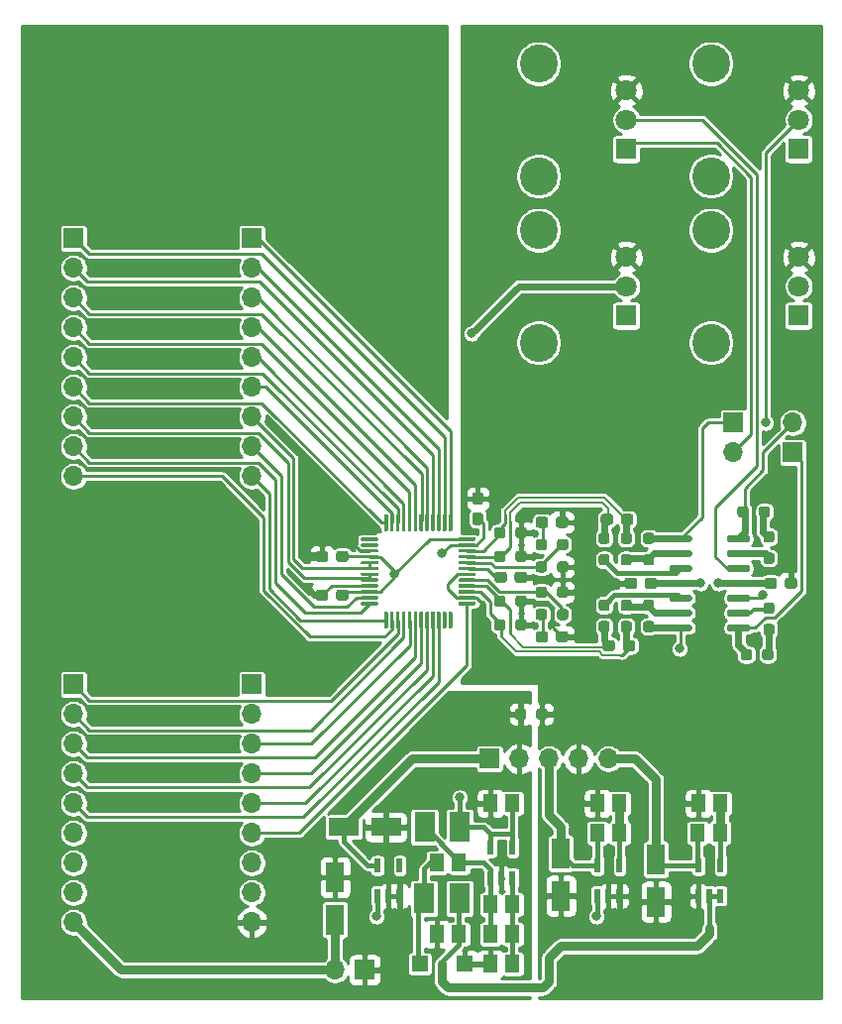
<source format=gbr>
G04 #@! TF.GenerationSoftware,KiCad,Pcbnew,5.1.7*
G04 #@! TF.CreationDate,2020-11-06T15:39:21+01:00*
G04 #@! TF.ProjectId,signal_generator,7369676e-616c-45f6-9765-6e657261746f,rev?*
G04 #@! TF.SameCoordinates,Original*
G04 #@! TF.FileFunction,Copper,L1,Top*
G04 #@! TF.FilePolarity,Positive*
%FSLAX46Y46*%
G04 Gerber Fmt 4.6, Leading zero omitted, Abs format (unit mm)*
G04 Created by KiCad (PCBNEW 5.1.7) date 2020-11-06 15:39:21*
%MOMM*%
%LPD*%
G01*
G04 APERTURE LIST*
G04 #@! TA.AperFunction,SMDPad,CuDef*
%ADD10R,1.800000X2.600000*%
G04 #@! TD*
G04 #@! TA.AperFunction,SMDPad,CuDef*
%ADD11R,0.550000X1.200000*%
G04 #@! TD*
G04 #@! TA.AperFunction,SMDPad,CuDef*
%ADD12R,1.300000X1.500000*%
G04 #@! TD*
G04 #@! TA.AperFunction,ComponentPad*
%ADD13O,1.700000X1.700000*%
G04 #@! TD*
G04 #@! TA.AperFunction,ComponentPad*
%ADD14R,1.700000X1.700000*%
G04 #@! TD*
G04 #@! TA.AperFunction,SMDPad,CuDef*
%ADD15R,1.400000X1.400000*%
G04 #@! TD*
G04 #@! TA.AperFunction,SMDPad,CuDef*
%ADD16R,1.600000X2.600000*%
G04 #@! TD*
G04 #@! TA.AperFunction,SMDPad,CuDef*
%ADD17R,2.600000X1.600000*%
G04 #@! TD*
G04 #@! TA.AperFunction,ComponentPad*
%ADD18C,3.240000*%
G04 #@! TD*
G04 #@! TA.AperFunction,ComponentPad*
%ADD19C,1.800000*%
G04 #@! TD*
G04 #@! TA.AperFunction,ComponentPad*
%ADD20R,1.800000X1.800000*%
G04 #@! TD*
G04 #@! TA.AperFunction,ViaPad*
%ADD21C,0.800000*%
G04 #@! TD*
G04 #@! TA.AperFunction,Conductor*
%ADD22C,0.400000*%
G04 #@! TD*
G04 #@! TA.AperFunction,Conductor*
%ADD23C,0.250000*%
G04 #@! TD*
G04 #@! TA.AperFunction,Conductor*
%ADD24C,0.600000*%
G04 #@! TD*
G04 #@! TA.AperFunction,Conductor*
%ADD25C,0.800000*%
G04 #@! TD*
G04 #@! TA.AperFunction,Conductor*
%ADD26C,0.300000*%
G04 #@! TD*
G04 #@! TA.AperFunction,Conductor*
%ADD27C,0.200000*%
G04 #@! TD*
G04 #@! TA.AperFunction,Conductor*
%ADD28C,0.254000*%
G04 #@! TD*
G04 #@! TA.AperFunction,Conductor*
%ADD29C,0.100000*%
G04 #@! TD*
G04 APERTURE END LIST*
G04 #@! TA.AperFunction,SMDPad,CuDef*
G36*
G01*
X253637500Y-96249500D02*
X253637500Y-95774500D01*
G75*
G02*
X253875000Y-95537000I237500J0D01*
G01*
X254375000Y-95537000D01*
G75*
G02*
X254612500Y-95774500I0J-237500D01*
G01*
X254612500Y-96249500D01*
G75*
G02*
X254375000Y-96487000I-237500J0D01*
G01*
X253875000Y-96487000D01*
G75*
G02*
X253637500Y-96249500I0J237500D01*
G01*
G37*
G04 #@! TD.AperFunction*
G04 #@! TA.AperFunction,SMDPad,CuDef*
G36*
G01*
X251812500Y-96249500D02*
X251812500Y-95774500D01*
G75*
G02*
X252050000Y-95537000I237500J0D01*
G01*
X252550000Y-95537000D01*
G75*
G02*
X252787500Y-95774500I0J-237500D01*
G01*
X252787500Y-96249500D01*
G75*
G02*
X252550000Y-96487000I-237500J0D01*
G01*
X252050000Y-96487000D01*
G75*
G02*
X251812500Y-96249500I0J237500D01*
G01*
G37*
G04 #@! TD.AperFunction*
G04 #@! TA.AperFunction,SMDPad,CuDef*
G36*
G01*
X253917000Y-108441500D02*
X253917000Y-107966500D01*
G75*
G02*
X254154500Y-107729000I237500J0D01*
G01*
X254654500Y-107729000D01*
G75*
G02*
X254892000Y-107966500I0J-237500D01*
G01*
X254892000Y-108441500D01*
G75*
G02*
X254654500Y-108679000I-237500J0D01*
G01*
X254154500Y-108679000D01*
G75*
G02*
X253917000Y-108441500I0J237500D01*
G01*
G37*
G04 #@! TD.AperFunction*
G04 #@! TA.AperFunction,SMDPad,CuDef*
G36*
G01*
X252092000Y-108441500D02*
X252092000Y-107966500D01*
G75*
G02*
X252329500Y-107729000I237500J0D01*
G01*
X252829500Y-107729000D01*
G75*
G02*
X253067000Y-107966500I0J-237500D01*
G01*
X253067000Y-108441500D01*
G75*
G02*
X252829500Y-108679000I-237500J0D01*
G01*
X252329500Y-108679000D01*
G75*
G02*
X252092000Y-108441500I0J237500D01*
G01*
G37*
G04 #@! TD.AperFunction*
G04 #@! TA.AperFunction,SMDPad,CuDef*
G36*
G01*
X244458500Y-104477000D02*
X243983500Y-104477000D01*
G75*
G02*
X243746000Y-104239500I0J237500D01*
G01*
X243746000Y-103739500D01*
G75*
G02*
X243983500Y-103502000I237500J0D01*
G01*
X244458500Y-103502000D01*
G75*
G02*
X244696000Y-103739500I0J-237500D01*
G01*
X244696000Y-104239500D01*
G75*
G02*
X244458500Y-104477000I-237500J0D01*
G01*
G37*
G04 #@! TD.AperFunction*
G04 #@! TA.AperFunction,SMDPad,CuDef*
G36*
G01*
X244458500Y-106302000D02*
X243983500Y-106302000D01*
G75*
G02*
X243746000Y-106064500I0J237500D01*
G01*
X243746000Y-105564500D01*
G75*
G02*
X243983500Y-105327000I237500J0D01*
G01*
X244458500Y-105327000D01*
G75*
G02*
X244696000Y-105564500I0J-237500D01*
G01*
X244696000Y-106064500D01*
G75*
G02*
X244458500Y-106302000I-237500J0D01*
G01*
G37*
G04 #@! TD.AperFunction*
G04 #@! TA.AperFunction,SMDPad,CuDef*
G36*
G01*
X243983500Y-99612000D02*
X244458500Y-99612000D01*
G75*
G02*
X244696000Y-99849500I0J-237500D01*
G01*
X244696000Y-100349500D01*
G75*
G02*
X244458500Y-100587000I-237500J0D01*
G01*
X243983500Y-100587000D01*
G75*
G02*
X243746000Y-100349500I0J237500D01*
G01*
X243746000Y-99849500D01*
G75*
G02*
X243983500Y-99612000I237500J0D01*
G01*
G37*
G04 #@! TD.AperFunction*
G04 #@! TA.AperFunction,SMDPad,CuDef*
G36*
G01*
X243983500Y-97787000D02*
X244458500Y-97787000D01*
G75*
G02*
X244696000Y-98024500I0J-237500D01*
G01*
X244696000Y-98524500D01*
G75*
G02*
X244458500Y-98762000I-237500J0D01*
G01*
X243983500Y-98762000D01*
G75*
G02*
X243746000Y-98524500I0J237500D01*
G01*
X243746000Y-98024500D01*
G75*
G02*
X243983500Y-97787000I237500J0D01*
G01*
G37*
G04 #@! TD.AperFunction*
G04 #@! TA.AperFunction,SMDPad,CuDef*
G36*
G01*
X254745500Y-98635000D02*
X254270500Y-98635000D01*
G75*
G02*
X254033000Y-98397500I0J237500D01*
G01*
X254033000Y-97897500D01*
G75*
G02*
X254270500Y-97660000I237500J0D01*
G01*
X254745500Y-97660000D01*
G75*
G02*
X254983000Y-97897500I0J-237500D01*
G01*
X254983000Y-98397500D01*
G75*
G02*
X254745500Y-98635000I-237500J0D01*
G01*
G37*
G04 #@! TD.AperFunction*
G04 #@! TA.AperFunction,SMDPad,CuDef*
G36*
G01*
X254745500Y-100460000D02*
X254270500Y-100460000D01*
G75*
G02*
X254033000Y-100222500I0J237500D01*
G01*
X254033000Y-99722500D01*
G75*
G02*
X254270500Y-99485000I237500J0D01*
G01*
X254745500Y-99485000D01*
G75*
G02*
X254983000Y-99722500I0J-237500D01*
G01*
X254983000Y-100222500D01*
G75*
G02*
X254745500Y-100460000I-237500J0D01*
G01*
G37*
G04 #@! TD.AperFunction*
G04 #@! TA.AperFunction,SMDPad,CuDef*
G36*
G01*
X254270500Y-105581000D02*
X254745500Y-105581000D01*
G75*
G02*
X254983000Y-105818500I0J-237500D01*
G01*
X254983000Y-106318500D01*
G75*
G02*
X254745500Y-106556000I-237500J0D01*
G01*
X254270500Y-106556000D01*
G75*
G02*
X254033000Y-106318500I0J237500D01*
G01*
X254033000Y-105818500D01*
G75*
G02*
X254270500Y-105581000I237500J0D01*
G01*
G37*
G04 #@! TD.AperFunction*
G04 #@! TA.AperFunction,SMDPad,CuDef*
G36*
G01*
X254270500Y-103756000D02*
X254745500Y-103756000D01*
G75*
G02*
X254983000Y-103993500I0J-237500D01*
G01*
X254983000Y-104493500D01*
G75*
G02*
X254745500Y-104731000I-237500J0D01*
G01*
X254270500Y-104731000D01*
G75*
G02*
X254033000Y-104493500I0J237500D01*
G01*
X254033000Y-103993500D01*
G75*
G02*
X254270500Y-103756000I237500J0D01*
G01*
G37*
G04 #@! TD.AperFunction*
G04 #@! TA.AperFunction,SMDPad,CuDef*
G36*
G01*
X240173500Y-105327000D02*
X240648500Y-105327000D01*
G75*
G02*
X240886000Y-105564500I0J-237500D01*
G01*
X240886000Y-106064500D01*
G75*
G02*
X240648500Y-106302000I-237500J0D01*
G01*
X240173500Y-106302000D01*
G75*
G02*
X239936000Y-106064500I0J237500D01*
G01*
X239936000Y-105564500D01*
G75*
G02*
X240173500Y-105327000I237500J0D01*
G01*
G37*
G04 #@! TD.AperFunction*
G04 #@! TA.AperFunction,SMDPad,CuDef*
G36*
G01*
X240173500Y-103502000D02*
X240648500Y-103502000D01*
G75*
G02*
X240886000Y-103739500I0J-237500D01*
G01*
X240886000Y-104239500D01*
G75*
G02*
X240648500Y-104477000I-237500J0D01*
G01*
X240173500Y-104477000D01*
G75*
G02*
X239936000Y-104239500I0J237500D01*
G01*
X239936000Y-103739500D01*
G75*
G02*
X240173500Y-103502000I237500J0D01*
G01*
G37*
G04 #@! TD.AperFunction*
G04 #@! TA.AperFunction,SMDPad,CuDef*
G36*
G01*
X242078500Y-105327000D02*
X242553500Y-105327000D01*
G75*
G02*
X242791000Y-105564500I0J-237500D01*
G01*
X242791000Y-106064500D01*
G75*
G02*
X242553500Y-106302000I-237500J0D01*
G01*
X242078500Y-106302000D01*
G75*
G02*
X241841000Y-106064500I0J237500D01*
G01*
X241841000Y-105564500D01*
G75*
G02*
X242078500Y-105327000I237500J0D01*
G01*
G37*
G04 #@! TD.AperFunction*
G04 #@! TA.AperFunction,SMDPad,CuDef*
G36*
G01*
X242078500Y-103502000D02*
X242553500Y-103502000D01*
G75*
G02*
X242791000Y-103739500I0J-237500D01*
G01*
X242791000Y-104239500D01*
G75*
G02*
X242553500Y-104477000I-237500J0D01*
G01*
X242078500Y-104477000D01*
G75*
G02*
X241841000Y-104239500I0J237500D01*
G01*
X241841000Y-103739500D01*
G75*
G02*
X242078500Y-103502000I237500J0D01*
G01*
G37*
G04 #@! TD.AperFunction*
G04 #@! TA.AperFunction,SMDPad,CuDef*
G36*
G01*
X240648500Y-98762000D02*
X240173500Y-98762000D01*
G75*
G02*
X239936000Y-98524500I0J237500D01*
G01*
X239936000Y-98024500D01*
G75*
G02*
X240173500Y-97787000I237500J0D01*
G01*
X240648500Y-97787000D01*
G75*
G02*
X240886000Y-98024500I0J-237500D01*
G01*
X240886000Y-98524500D01*
G75*
G02*
X240648500Y-98762000I-237500J0D01*
G01*
G37*
G04 #@! TD.AperFunction*
G04 #@! TA.AperFunction,SMDPad,CuDef*
G36*
G01*
X240648500Y-100587000D02*
X240173500Y-100587000D01*
G75*
G02*
X239936000Y-100349500I0J237500D01*
G01*
X239936000Y-99849500D01*
G75*
G02*
X240173500Y-99612000I237500J0D01*
G01*
X240648500Y-99612000D01*
G75*
G02*
X240886000Y-99849500I0J-237500D01*
G01*
X240886000Y-100349500D01*
G75*
G02*
X240648500Y-100587000I-237500J0D01*
G01*
G37*
G04 #@! TD.AperFunction*
G04 #@! TA.AperFunction,SMDPad,CuDef*
G36*
G01*
X242553500Y-98762000D02*
X242078500Y-98762000D01*
G75*
G02*
X241841000Y-98524500I0J237500D01*
G01*
X241841000Y-98024500D01*
G75*
G02*
X242078500Y-97787000I237500J0D01*
G01*
X242553500Y-97787000D01*
G75*
G02*
X242791000Y-98024500I0J-237500D01*
G01*
X242791000Y-98524500D01*
G75*
G02*
X242553500Y-98762000I-237500J0D01*
G01*
G37*
G04 #@! TD.AperFunction*
G04 #@! TA.AperFunction,SMDPad,CuDef*
G36*
G01*
X242553500Y-100587000D02*
X242078500Y-100587000D01*
G75*
G02*
X241841000Y-100349500I0J237500D01*
G01*
X241841000Y-99849500D01*
G75*
G02*
X242078500Y-99612000I237500J0D01*
G01*
X242553500Y-99612000D01*
G75*
G02*
X242791000Y-99849500I0J-237500D01*
G01*
X242791000Y-100349500D01*
G75*
G02*
X242553500Y-100587000I-237500J0D01*
G01*
G37*
G04 #@! TD.AperFunction*
G04 #@! TA.AperFunction,SMDPad,CuDef*
G36*
G01*
X232835000Y-105901500D02*
X232835000Y-105426500D01*
G75*
G02*
X233072500Y-105189000I237500J0D01*
G01*
X233572500Y-105189000D01*
G75*
G02*
X233810000Y-105426500I0J-237500D01*
G01*
X233810000Y-105901500D01*
G75*
G02*
X233572500Y-106139000I-237500J0D01*
G01*
X233072500Y-106139000D01*
G75*
G02*
X232835000Y-105901500I0J237500D01*
G01*
G37*
G04 #@! TD.AperFunction*
G04 #@! TA.AperFunction,SMDPad,CuDef*
G36*
G01*
X231010000Y-105901500D02*
X231010000Y-105426500D01*
G75*
G02*
X231247500Y-105189000I237500J0D01*
G01*
X231747500Y-105189000D01*
G75*
G02*
X231985000Y-105426500I0J-237500D01*
G01*
X231985000Y-105901500D01*
G75*
G02*
X231747500Y-106139000I-237500J0D01*
G01*
X231247500Y-106139000D01*
G75*
G02*
X231010000Y-105901500I0J237500D01*
G01*
G37*
G04 #@! TD.AperFunction*
G04 #@! TA.AperFunction,SMDPad,CuDef*
G36*
G01*
X232835000Y-98027500D02*
X232835000Y-97552500D01*
G75*
G02*
X233072500Y-97315000I237500J0D01*
G01*
X233572500Y-97315000D01*
G75*
G02*
X233810000Y-97552500I0J-237500D01*
G01*
X233810000Y-98027500D01*
G75*
G02*
X233572500Y-98265000I-237500J0D01*
G01*
X233072500Y-98265000D01*
G75*
G02*
X232835000Y-98027500I0J237500D01*
G01*
G37*
G04 #@! TD.AperFunction*
G04 #@! TA.AperFunction,SMDPad,CuDef*
G36*
G01*
X231010000Y-98027500D02*
X231010000Y-97552500D01*
G75*
G02*
X231247500Y-97315000I237500J0D01*
G01*
X231747500Y-97315000D01*
G75*
G02*
X231985000Y-97552500I0J-237500D01*
G01*
X231985000Y-98027500D01*
G75*
G02*
X231747500Y-98265000I-237500J0D01*
G01*
X231247500Y-98265000D01*
G75*
G02*
X231010000Y-98027500I0J237500D01*
G01*
G37*
G04 #@! TD.AperFunction*
G04 #@! TA.AperFunction,SMDPad,CuDef*
G36*
G01*
X232835000Y-103869500D02*
X232835000Y-103394500D01*
G75*
G02*
X233072500Y-103157000I237500J0D01*
G01*
X233572500Y-103157000D01*
G75*
G02*
X233810000Y-103394500I0J-237500D01*
G01*
X233810000Y-103869500D01*
G75*
G02*
X233572500Y-104107000I-237500J0D01*
G01*
X233072500Y-104107000D01*
G75*
G02*
X232835000Y-103869500I0J237500D01*
G01*
G37*
G04 #@! TD.AperFunction*
G04 #@! TA.AperFunction,SMDPad,CuDef*
G36*
G01*
X231010000Y-103869500D02*
X231010000Y-103394500D01*
G75*
G02*
X231247500Y-103157000I237500J0D01*
G01*
X231747500Y-103157000D01*
G75*
G02*
X231985000Y-103394500I0J-237500D01*
G01*
X231985000Y-103869500D01*
G75*
G02*
X231747500Y-104107000I-237500J0D01*
G01*
X231247500Y-104107000D01*
G75*
G02*
X231010000Y-103869500I0J237500D01*
G01*
G37*
G04 #@! TD.AperFunction*
G04 #@! TA.AperFunction,SMDPad,CuDef*
G36*
G01*
X232835000Y-100059500D02*
X232835000Y-99584500D01*
G75*
G02*
X233072500Y-99347000I237500J0D01*
G01*
X233572500Y-99347000D01*
G75*
G02*
X233810000Y-99584500I0J-237500D01*
G01*
X233810000Y-100059500D01*
G75*
G02*
X233572500Y-100297000I-237500J0D01*
G01*
X233072500Y-100297000D01*
G75*
G02*
X232835000Y-100059500I0J237500D01*
G01*
G37*
G04 #@! TD.AperFunction*
G04 #@! TA.AperFunction,SMDPad,CuDef*
G36*
G01*
X231010000Y-100059500D02*
X231010000Y-99584500D01*
G75*
G02*
X231247500Y-99347000I237500J0D01*
G01*
X231747500Y-99347000D01*
G75*
G02*
X231985000Y-99584500I0J-237500D01*
G01*
X231985000Y-100059500D01*
G75*
G02*
X231747500Y-100297000I-237500J0D01*
G01*
X231247500Y-100297000D01*
G75*
G02*
X231010000Y-100059500I0J237500D01*
G01*
G37*
G04 #@! TD.AperFunction*
G04 #@! TA.AperFunction,SMDPad,CuDef*
G36*
G01*
X236391000Y-100948500D02*
X236391000Y-100473500D01*
G75*
G02*
X236628500Y-100236000I237500J0D01*
G01*
X237128500Y-100236000D01*
G75*
G02*
X237366000Y-100473500I0J-237500D01*
G01*
X237366000Y-100948500D01*
G75*
G02*
X237128500Y-101186000I-237500J0D01*
G01*
X236628500Y-101186000D01*
G75*
G02*
X236391000Y-100948500I0J237500D01*
G01*
G37*
G04 #@! TD.AperFunction*
G04 #@! TA.AperFunction,SMDPad,CuDef*
G36*
G01*
X234566000Y-100948500D02*
X234566000Y-100473500D01*
G75*
G02*
X234803500Y-100236000I237500J0D01*
G01*
X235303500Y-100236000D01*
G75*
G02*
X235541000Y-100473500I0J-237500D01*
G01*
X235541000Y-100948500D01*
G75*
G02*
X235303500Y-101186000I-237500J0D01*
G01*
X234803500Y-101186000D01*
G75*
G02*
X234566000Y-100948500I0J237500D01*
G01*
G37*
G04 #@! TD.AperFunction*
G04 #@! TA.AperFunction,SMDPad,CuDef*
G36*
G01*
X236391000Y-103107500D02*
X236391000Y-102632500D01*
G75*
G02*
X236628500Y-102395000I237500J0D01*
G01*
X237128500Y-102395000D01*
G75*
G02*
X237366000Y-102632500I0J-237500D01*
G01*
X237366000Y-103107500D01*
G75*
G02*
X237128500Y-103345000I-237500J0D01*
G01*
X236628500Y-103345000D01*
G75*
G02*
X236391000Y-103107500I0J237500D01*
G01*
G37*
G04 #@! TD.AperFunction*
G04 #@! TA.AperFunction,SMDPad,CuDef*
G36*
G01*
X234566000Y-103107500D02*
X234566000Y-102632500D01*
G75*
G02*
X234803500Y-102395000I237500J0D01*
G01*
X235303500Y-102395000D01*
G75*
G02*
X235541000Y-102632500I0J-237500D01*
G01*
X235541000Y-103107500D01*
G75*
G02*
X235303500Y-103345000I-237500J0D01*
G01*
X234803500Y-103345000D01*
G75*
G02*
X234566000Y-103107500I0J237500D01*
G01*
G37*
G04 #@! TD.AperFunction*
G04 #@! TA.AperFunction,SMDPad,CuDef*
G36*
G01*
X235541000Y-98568500D02*
X235541000Y-99043500D01*
G75*
G02*
X235303500Y-99281000I-237500J0D01*
G01*
X234803500Y-99281000D01*
G75*
G02*
X234566000Y-99043500I0J237500D01*
G01*
X234566000Y-98568500D01*
G75*
G02*
X234803500Y-98331000I237500J0D01*
G01*
X235303500Y-98331000D01*
G75*
G02*
X235541000Y-98568500I0J-237500D01*
G01*
G37*
G04 #@! TD.AperFunction*
G04 #@! TA.AperFunction,SMDPad,CuDef*
G36*
G01*
X237366000Y-98568500D02*
X237366000Y-99043500D01*
G75*
G02*
X237128500Y-99281000I-237500J0D01*
G01*
X236628500Y-99281000D01*
G75*
G02*
X236391000Y-99043500I0J237500D01*
G01*
X236391000Y-98568500D01*
G75*
G02*
X236628500Y-98331000I237500J0D01*
G01*
X237128500Y-98331000D01*
G75*
G02*
X237366000Y-98568500I0J-237500D01*
G01*
G37*
G04 #@! TD.AperFunction*
G04 #@! TA.AperFunction,SMDPad,CuDef*
G36*
G01*
X235541000Y-104537500D02*
X235541000Y-105012500D01*
G75*
G02*
X235303500Y-105250000I-237500J0D01*
G01*
X234803500Y-105250000D01*
G75*
G02*
X234566000Y-105012500I0J237500D01*
G01*
X234566000Y-104537500D01*
G75*
G02*
X234803500Y-104300000I237500J0D01*
G01*
X235303500Y-104300000D01*
G75*
G02*
X235541000Y-104537500I0J-237500D01*
G01*
G37*
G04 #@! TD.AperFunction*
G04 #@! TA.AperFunction,SMDPad,CuDef*
G36*
G01*
X237366000Y-104537500D02*
X237366000Y-105012500D01*
G75*
G02*
X237128500Y-105250000I-237500J0D01*
G01*
X236628500Y-105250000D01*
G75*
G02*
X236391000Y-105012500I0J237500D01*
G01*
X236391000Y-104537500D01*
G75*
G02*
X236628500Y-104300000I237500J0D01*
G01*
X237128500Y-104300000D01*
G75*
G02*
X237366000Y-104537500I0J-237500D01*
G01*
G37*
G04 #@! TD.AperFunction*
G04 #@! TA.AperFunction,SMDPad,CuDef*
G36*
G01*
X233763000Y-113046500D02*
X233763000Y-113521500D01*
G75*
G02*
X233525500Y-113759000I-237500J0D01*
G01*
X233025500Y-113759000D01*
G75*
G02*
X232788000Y-113521500I0J237500D01*
G01*
X232788000Y-113046500D01*
G75*
G02*
X233025500Y-112809000I237500J0D01*
G01*
X233525500Y-112809000D01*
G75*
G02*
X233763000Y-113046500I0J-237500D01*
G01*
G37*
G04 #@! TD.AperFunction*
G04 #@! TA.AperFunction,SMDPad,CuDef*
G36*
G01*
X235588000Y-113046500D02*
X235588000Y-113521500D01*
G75*
G02*
X235350500Y-113759000I-237500J0D01*
G01*
X234850500Y-113759000D01*
G75*
G02*
X234613000Y-113521500I0J237500D01*
G01*
X234613000Y-113046500D01*
G75*
G02*
X234850500Y-112809000I237500J0D01*
G01*
X235350500Y-112809000D01*
G75*
G02*
X235588000Y-113046500I0J-237500D01*
G01*
G37*
G04 #@! TD.AperFunction*
G04 #@! TA.AperFunction,SMDPad,CuDef*
G36*
G01*
X243235500Y-101870500D02*
X243235500Y-102345500D01*
G75*
G02*
X242998000Y-102583000I-237500J0D01*
G01*
X242398000Y-102583000D01*
G75*
G02*
X242160500Y-102345500I0J237500D01*
G01*
X242160500Y-101870500D01*
G75*
G02*
X242398000Y-101633000I237500J0D01*
G01*
X242998000Y-101633000D01*
G75*
G02*
X243235500Y-101870500I0J-237500D01*
G01*
G37*
G04 #@! TD.AperFunction*
G04 #@! TA.AperFunction,SMDPad,CuDef*
G36*
G01*
X244960500Y-101870500D02*
X244960500Y-102345500D01*
G75*
G02*
X244723000Y-102583000I-237500J0D01*
G01*
X244123000Y-102583000D01*
G75*
G02*
X243885500Y-102345500I0J237500D01*
G01*
X243885500Y-101870500D01*
G75*
G02*
X244123000Y-101633000I237500J0D01*
G01*
X244723000Y-101633000D01*
G75*
G02*
X244960500Y-101870500I0J-237500D01*
G01*
G37*
G04 #@! TD.AperFunction*
G04 #@! TA.AperFunction,SMDPad,CuDef*
G36*
G01*
X216845000Y-102886500D02*
X216845000Y-103361500D01*
G75*
G02*
X216607500Y-103599000I-237500J0D01*
G01*
X216007500Y-103599000D01*
G75*
G02*
X215770000Y-103361500I0J237500D01*
G01*
X215770000Y-102886500D01*
G75*
G02*
X216007500Y-102649000I237500J0D01*
G01*
X216607500Y-102649000D01*
G75*
G02*
X216845000Y-102886500I0J-237500D01*
G01*
G37*
G04 #@! TD.AperFunction*
G04 #@! TA.AperFunction,SMDPad,CuDef*
G36*
G01*
X218570000Y-102886500D02*
X218570000Y-103361500D01*
G75*
G02*
X218332500Y-103599000I-237500J0D01*
G01*
X217732500Y-103599000D01*
G75*
G02*
X217495000Y-103361500I0J237500D01*
G01*
X217495000Y-102886500D01*
G75*
G02*
X217732500Y-102649000I237500J0D01*
G01*
X218332500Y-102649000D01*
G75*
G02*
X218570000Y-102886500I0J-237500D01*
G01*
G37*
G04 #@! TD.AperFunction*
G04 #@! TA.AperFunction,SMDPad,CuDef*
G36*
G01*
X216845000Y-99584500D02*
X216845000Y-100059500D01*
G75*
G02*
X216607500Y-100297000I-237500J0D01*
G01*
X216007500Y-100297000D01*
G75*
G02*
X215770000Y-100059500I0J237500D01*
G01*
X215770000Y-99584500D01*
G75*
G02*
X216007500Y-99347000I237500J0D01*
G01*
X216607500Y-99347000D01*
G75*
G02*
X216845000Y-99584500I0J-237500D01*
G01*
G37*
G04 #@! TD.AperFunction*
G04 #@! TA.AperFunction,SMDPad,CuDef*
G36*
G01*
X218570000Y-99584500D02*
X218570000Y-100059500D01*
G75*
G02*
X218332500Y-100297000I-237500J0D01*
G01*
X217732500Y-100297000D01*
G75*
G02*
X217495000Y-100059500I0J237500D01*
G01*
X217495000Y-99584500D01*
G75*
G02*
X217732500Y-99347000I237500J0D01*
G01*
X218332500Y-99347000D01*
G75*
G02*
X218570000Y-99584500I0J-237500D01*
G01*
G37*
G04 #@! TD.AperFunction*
G04 #@! TA.AperFunction,SMDPad,CuDef*
G36*
G01*
X255199000Y-101870500D02*
X255199000Y-102345500D01*
G75*
G02*
X254961500Y-102583000I-237500J0D01*
G01*
X254361500Y-102583000D01*
G75*
G02*
X254124000Y-102345500I0J237500D01*
G01*
X254124000Y-101870500D01*
G75*
G02*
X254361500Y-101633000I237500J0D01*
G01*
X254961500Y-101633000D01*
G75*
G02*
X255199000Y-101870500I0J-237500D01*
G01*
G37*
G04 #@! TD.AperFunction*
G04 #@! TA.AperFunction,SMDPad,CuDef*
G36*
G01*
X256924000Y-101870500D02*
X256924000Y-102345500D01*
G75*
G02*
X256686500Y-102583000I-237500J0D01*
G01*
X256086500Y-102583000D01*
G75*
G02*
X255849000Y-102345500I0J237500D01*
G01*
X255849000Y-101870500D01*
G75*
G02*
X256086500Y-101633000I237500J0D01*
G01*
X256686500Y-101633000D01*
G75*
G02*
X256924000Y-101870500I0J-237500D01*
G01*
G37*
G04 #@! TD.AperFunction*
G04 #@! TA.AperFunction,SMDPad,CuDef*
G36*
G01*
X229853500Y-95407500D02*
X229378500Y-95407500D01*
G75*
G02*
X229141000Y-95170000I0J237500D01*
G01*
X229141000Y-94570000D01*
G75*
G02*
X229378500Y-94332500I237500J0D01*
G01*
X229853500Y-94332500D01*
G75*
G02*
X230091000Y-94570000I0J-237500D01*
G01*
X230091000Y-95170000D01*
G75*
G02*
X229853500Y-95407500I-237500J0D01*
G01*
G37*
G04 #@! TD.AperFunction*
G04 #@! TA.AperFunction,SMDPad,CuDef*
G36*
G01*
X229853500Y-97132500D02*
X229378500Y-97132500D01*
G75*
G02*
X229141000Y-96895000I0J237500D01*
G01*
X229141000Y-96295000D01*
G75*
G02*
X229378500Y-96057500I237500J0D01*
G01*
X229853500Y-96057500D01*
G75*
G02*
X230091000Y-96295000I0J-237500D01*
G01*
X230091000Y-96895000D01*
G75*
G02*
X229853500Y-97132500I-237500J0D01*
G01*
G37*
G04 #@! TD.AperFunction*
G04 #@! TA.AperFunction,SMDPad,CuDef*
G36*
G01*
X242006000Y-107679500D02*
X242006000Y-107204500D01*
G75*
G02*
X242243500Y-106967000I237500J0D01*
G01*
X242843500Y-106967000D01*
G75*
G02*
X243081000Y-107204500I0J-237500D01*
G01*
X243081000Y-107679500D01*
G75*
G02*
X242843500Y-107917000I-237500J0D01*
G01*
X242243500Y-107917000D01*
G75*
G02*
X242006000Y-107679500I0J237500D01*
G01*
G37*
G04 #@! TD.AperFunction*
G04 #@! TA.AperFunction,SMDPad,CuDef*
G36*
G01*
X240281000Y-107679500D02*
X240281000Y-107204500D01*
G75*
G02*
X240518500Y-106967000I237500J0D01*
G01*
X241118500Y-106967000D01*
G75*
G02*
X241356000Y-107204500I0J-237500D01*
G01*
X241356000Y-107679500D01*
G75*
G02*
X241118500Y-107917000I-237500J0D01*
G01*
X240518500Y-107917000D01*
G75*
G02*
X240281000Y-107679500I0J237500D01*
G01*
G37*
G04 #@! TD.AperFunction*
G04 #@! TA.AperFunction,SMDPad,CuDef*
G36*
G01*
X241853500Y-96884500D02*
X241853500Y-96409500D01*
G75*
G02*
X242091000Y-96172000I237500J0D01*
G01*
X242691000Y-96172000D01*
G75*
G02*
X242928500Y-96409500I0J-237500D01*
G01*
X242928500Y-96884500D01*
G75*
G02*
X242691000Y-97122000I-237500J0D01*
G01*
X242091000Y-97122000D01*
G75*
G02*
X241853500Y-96884500I0J237500D01*
G01*
G37*
G04 #@! TD.AperFunction*
G04 #@! TA.AperFunction,SMDPad,CuDef*
G36*
G01*
X240128500Y-96884500D02*
X240128500Y-96409500D01*
G75*
G02*
X240366000Y-96172000I237500J0D01*
G01*
X240966000Y-96172000D01*
G75*
G02*
X241203500Y-96409500I0J-237500D01*
G01*
X241203500Y-96884500D01*
G75*
G02*
X240966000Y-97122000I-237500J0D01*
G01*
X240366000Y-97122000D01*
G75*
G02*
X240128500Y-96884500I0J237500D01*
G01*
G37*
G04 #@! TD.AperFunction*
G04 #@! TA.AperFunction,SMDPad,CuDef*
G36*
G01*
X232760500Y-101837500D02*
X232760500Y-101362500D01*
G75*
G02*
X232998000Y-101125000I237500J0D01*
G01*
X233598000Y-101125000D01*
G75*
G02*
X233835500Y-101362500I0J-237500D01*
G01*
X233835500Y-101837500D01*
G75*
G02*
X233598000Y-102075000I-237500J0D01*
G01*
X232998000Y-102075000D01*
G75*
G02*
X232760500Y-101837500I0J237500D01*
G01*
G37*
G04 #@! TD.AperFunction*
G04 #@! TA.AperFunction,SMDPad,CuDef*
G36*
G01*
X231035500Y-101837500D02*
X231035500Y-101362500D01*
G75*
G02*
X231273000Y-101125000I237500J0D01*
G01*
X231873000Y-101125000D01*
G75*
G02*
X232110500Y-101362500I0J-237500D01*
G01*
X232110500Y-101837500D01*
G75*
G02*
X231873000Y-102075000I-237500J0D01*
G01*
X231273000Y-102075000D01*
G75*
G02*
X231035500Y-101837500I0J237500D01*
G01*
G37*
G04 #@! TD.AperFunction*
G04 #@! TA.AperFunction,SMDPad,CuDef*
G36*
G01*
X236291000Y-97138500D02*
X236291000Y-96663500D01*
G75*
G02*
X236528500Y-96426000I237500J0D01*
G01*
X237128500Y-96426000D01*
G75*
G02*
X237366000Y-96663500I0J-237500D01*
G01*
X237366000Y-97138500D01*
G75*
G02*
X237128500Y-97376000I-237500J0D01*
G01*
X236528500Y-97376000D01*
G75*
G02*
X236291000Y-97138500I0J237500D01*
G01*
G37*
G04 #@! TD.AperFunction*
G04 #@! TA.AperFunction,SMDPad,CuDef*
G36*
G01*
X234566000Y-97138500D02*
X234566000Y-96663500D01*
G75*
G02*
X234803500Y-96426000I237500J0D01*
G01*
X235403500Y-96426000D01*
G75*
G02*
X235641000Y-96663500I0J-237500D01*
G01*
X235641000Y-97138500D01*
G75*
G02*
X235403500Y-97376000I-237500J0D01*
G01*
X234803500Y-97376000D01*
G75*
G02*
X234566000Y-97138500I0J237500D01*
G01*
G37*
G04 #@! TD.AperFunction*
G04 #@! TA.AperFunction,SMDPad,CuDef*
G36*
G01*
X236291000Y-106917500D02*
X236291000Y-106442500D01*
G75*
G02*
X236528500Y-106205000I237500J0D01*
G01*
X237128500Y-106205000D01*
G75*
G02*
X237366000Y-106442500I0J-237500D01*
G01*
X237366000Y-106917500D01*
G75*
G02*
X237128500Y-107155000I-237500J0D01*
G01*
X236528500Y-107155000D01*
G75*
G02*
X236291000Y-106917500I0J237500D01*
G01*
G37*
G04 #@! TD.AperFunction*
G04 #@! TA.AperFunction,SMDPad,CuDef*
G36*
G01*
X234566000Y-106917500D02*
X234566000Y-106442500D01*
G75*
G02*
X234803500Y-106205000I237500J0D01*
G01*
X235403500Y-106205000D01*
G75*
G02*
X235641000Y-106442500I0J-237500D01*
G01*
X235641000Y-106917500D01*
G75*
G02*
X235403500Y-107155000I-237500J0D01*
G01*
X234803500Y-107155000D01*
G75*
G02*
X234566000Y-106917500I0J237500D01*
G01*
G37*
G04 #@! TD.AperFunction*
D10*
X225044000Y-129032000D03*
X228044000Y-129032000D03*
X228068000Y-122936000D03*
X225068000Y-122936000D03*
G04 #@! TA.AperFunction,SMDPad,CuDef*
G36*
G01*
X250928000Y-98448000D02*
X250928000Y-98148000D01*
G75*
G02*
X251078000Y-97998000I150000J0D01*
G01*
X252728000Y-97998000D01*
G75*
G02*
X252878000Y-98148000I0J-150000D01*
G01*
X252878000Y-98448000D01*
G75*
G02*
X252728000Y-98598000I-150000J0D01*
G01*
X251078000Y-98598000D01*
G75*
G02*
X250928000Y-98448000I0J150000D01*
G01*
G37*
G04 #@! TD.AperFunction*
G04 #@! TA.AperFunction,SMDPad,CuDef*
G36*
G01*
X250928000Y-99718000D02*
X250928000Y-99418000D01*
G75*
G02*
X251078000Y-99268000I150000J0D01*
G01*
X252728000Y-99268000D01*
G75*
G02*
X252878000Y-99418000I0J-150000D01*
G01*
X252878000Y-99718000D01*
G75*
G02*
X252728000Y-99868000I-150000J0D01*
G01*
X251078000Y-99868000D01*
G75*
G02*
X250928000Y-99718000I0J150000D01*
G01*
G37*
G04 #@! TD.AperFunction*
G04 #@! TA.AperFunction,SMDPad,CuDef*
G36*
G01*
X250928000Y-100988000D02*
X250928000Y-100688000D01*
G75*
G02*
X251078000Y-100538000I150000J0D01*
G01*
X252728000Y-100538000D01*
G75*
G02*
X252878000Y-100688000I0J-150000D01*
G01*
X252878000Y-100988000D01*
G75*
G02*
X252728000Y-101138000I-150000J0D01*
G01*
X251078000Y-101138000D01*
G75*
G02*
X250928000Y-100988000I0J150000D01*
G01*
G37*
G04 #@! TD.AperFunction*
G04 #@! TA.AperFunction,SMDPad,CuDef*
G36*
G01*
X250928000Y-102258000D02*
X250928000Y-101958000D01*
G75*
G02*
X251078000Y-101808000I150000J0D01*
G01*
X252728000Y-101808000D01*
G75*
G02*
X252878000Y-101958000I0J-150000D01*
G01*
X252878000Y-102258000D01*
G75*
G02*
X252728000Y-102408000I-150000J0D01*
G01*
X251078000Y-102408000D01*
G75*
G02*
X250928000Y-102258000I0J150000D01*
G01*
G37*
G04 #@! TD.AperFunction*
G04 #@! TA.AperFunction,SMDPad,CuDef*
G36*
G01*
X250928000Y-103528000D02*
X250928000Y-103228000D01*
G75*
G02*
X251078000Y-103078000I150000J0D01*
G01*
X252728000Y-103078000D01*
G75*
G02*
X252878000Y-103228000I0J-150000D01*
G01*
X252878000Y-103528000D01*
G75*
G02*
X252728000Y-103678000I-150000J0D01*
G01*
X251078000Y-103678000D01*
G75*
G02*
X250928000Y-103528000I0J150000D01*
G01*
G37*
G04 #@! TD.AperFunction*
G04 #@! TA.AperFunction,SMDPad,CuDef*
G36*
G01*
X250928000Y-104798000D02*
X250928000Y-104498000D01*
G75*
G02*
X251078000Y-104348000I150000J0D01*
G01*
X252728000Y-104348000D01*
G75*
G02*
X252878000Y-104498000I0J-150000D01*
G01*
X252878000Y-104798000D01*
G75*
G02*
X252728000Y-104948000I-150000J0D01*
G01*
X251078000Y-104948000D01*
G75*
G02*
X250928000Y-104798000I0J150000D01*
G01*
G37*
G04 #@! TD.AperFunction*
G04 #@! TA.AperFunction,SMDPad,CuDef*
G36*
G01*
X250928000Y-106068000D02*
X250928000Y-105768000D01*
G75*
G02*
X251078000Y-105618000I150000J0D01*
G01*
X252728000Y-105618000D01*
G75*
G02*
X252878000Y-105768000I0J-150000D01*
G01*
X252878000Y-106068000D01*
G75*
G02*
X252728000Y-106218000I-150000J0D01*
G01*
X251078000Y-106218000D01*
G75*
G02*
X250928000Y-106068000I0J150000D01*
G01*
G37*
G04 #@! TD.AperFunction*
G04 #@! TA.AperFunction,SMDPad,CuDef*
G36*
G01*
X245978000Y-106068000D02*
X245978000Y-105768000D01*
G75*
G02*
X246128000Y-105618000I150000J0D01*
G01*
X247778000Y-105618000D01*
G75*
G02*
X247928000Y-105768000I0J-150000D01*
G01*
X247928000Y-106068000D01*
G75*
G02*
X247778000Y-106218000I-150000J0D01*
G01*
X246128000Y-106218000D01*
G75*
G02*
X245978000Y-106068000I0J150000D01*
G01*
G37*
G04 #@! TD.AperFunction*
G04 #@! TA.AperFunction,SMDPad,CuDef*
G36*
G01*
X245978000Y-104798000D02*
X245978000Y-104498000D01*
G75*
G02*
X246128000Y-104348000I150000J0D01*
G01*
X247778000Y-104348000D01*
G75*
G02*
X247928000Y-104498000I0J-150000D01*
G01*
X247928000Y-104798000D01*
G75*
G02*
X247778000Y-104948000I-150000J0D01*
G01*
X246128000Y-104948000D01*
G75*
G02*
X245978000Y-104798000I0J150000D01*
G01*
G37*
G04 #@! TD.AperFunction*
G04 #@! TA.AperFunction,SMDPad,CuDef*
G36*
G01*
X245978000Y-103528000D02*
X245978000Y-103228000D01*
G75*
G02*
X246128000Y-103078000I150000J0D01*
G01*
X247778000Y-103078000D01*
G75*
G02*
X247928000Y-103228000I0J-150000D01*
G01*
X247928000Y-103528000D01*
G75*
G02*
X247778000Y-103678000I-150000J0D01*
G01*
X246128000Y-103678000D01*
G75*
G02*
X245978000Y-103528000I0J150000D01*
G01*
G37*
G04 #@! TD.AperFunction*
G04 #@! TA.AperFunction,SMDPad,CuDef*
G36*
G01*
X245978000Y-102258000D02*
X245978000Y-101958000D01*
G75*
G02*
X246128000Y-101808000I150000J0D01*
G01*
X247778000Y-101808000D01*
G75*
G02*
X247928000Y-101958000I0J-150000D01*
G01*
X247928000Y-102258000D01*
G75*
G02*
X247778000Y-102408000I-150000J0D01*
G01*
X246128000Y-102408000D01*
G75*
G02*
X245978000Y-102258000I0J150000D01*
G01*
G37*
G04 #@! TD.AperFunction*
G04 #@! TA.AperFunction,SMDPad,CuDef*
G36*
G01*
X245978000Y-100988000D02*
X245978000Y-100688000D01*
G75*
G02*
X246128000Y-100538000I150000J0D01*
G01*
X247778000Y-100538000D01*
G75*
G02*
X247928000Y-100688000I0J-150000D01*
G01*
X247928000Y-100988000D01*
G75*
G02*
X247778000Y-101138000I-150000J0D01*
G01*
X246128000Y-101138000D01*
G75*
G02*
X245978000Y-100988000I0J150000D01*
G01*
G37*
G04 #@! TD.AperFunction*
G04 #@! TA.AperFunction,SMDPad,CuDef*
G36*
G01*
X245978000Y-99718000D02*
X245978000Y-99418000D01*
G75*
G02*
X246128000Y-99268000I150000J0D01*
G01*
X247778000Y-99268000D01*
G75*
G02*
X247928000Y-99418000I0J-150000D01*
G01*
X247928000Y-99718000D01*
G75*
G02*
X247778000Y-99868000I-150000J0D01*
G01*
X246128000Y-99868000D01*
G75*
G02*
X245978000Y-99718000I0J150000D01*
G01*
G37*
G04 #@! TD.AperFunction*
G04 #@! TA.AperFunction,SMDPad,CuDef*
G36*
G01*
X245978000Y-98448000D02*
X245978000Y-98148000D01*
G75*
G02*
X246128000Y-97998000I150000J0D01*
G01*
X247778000Y-97998000D01*
G75*
G02*
X247928000Y-98148000I0J-150000D01*
G01*
X247928000Y-98448000D01*
G75*
G02*
X247778000Y-98598000I-150000J0D01*
G01*
X246128000Y-98598000D01*
G75*
G02*
X245978000Y-98448000I0J150000D01*
G01*
G37*
G04 #@! TD.AperFunction*
D11*
X248478000Y-126208000D03*
X250378000Y-126208000D03*
X250378000Y-128808000D03*
X249428000Y-128808000D03*
X248478000Y-128808000D03*
X239842000Y-126208000D03*
X241742000Y-126208000D03*
X241742000Y-128808000D03*
X240792000Y-128808000D03*
X239842000Y-128808000D03*
X230698000Y-124684000D03*
X232598000Y-124684000D03*
X232598000Y-127284000D03*
X231648000Y-127284000D03*
X230698000Y-127284000D03*
X221046000Y-126208000D03*
X222946000Y-126208000D03*
X222946000Y-128808000D03*
X221996000Y-128808000D03*
X221046000Y-128808000D03*
D12*
X248478000Y-120904000D03*
X250378000Y-120904000D03*
X250312000Y-123444000D03*
X248412000Y-123444000D03*
X239842000Y-120904000D03*
X241742000Y-120904000D03*
X241742000Y-123444000D03*
X239842000Y-123444000D03*
X230698000Y-134620000D03*
X232598000Y-134620000D03*
X232598000Y-129540000D03*
X230698000Y-129540000D03*
D13*
X240792000Y-117094000D03*
X238252000Y-117094000D03*
X235712000Y-117094000D03*
X233172000Y-117094000D03*
D14*
X230632000Y-117094000D03*
D13*
X217424000Y-135128000D03*
D14*
X219964000Y-135128000D03*
D15*
X224668000Y-134620000D03*
X228468000Y-134620000D03*
D16*
X244856000Y-125708000D03*
X244856000Y-129308000D03*
X236728000Y-128800000D03*
X236728000Y-125200000D03*
D12*
X228026000Y-132080000D03*
X226126000Y-132080000D03*
X232598000Y-132080000D03*
X230698000Y-132080000D03*
X228026000Y-125984000D03*
X226126000Y-125984000D03*
D17*
X221764000Y-122936000D03*
X218164000Y-122936000D03*
D12*
X232598000Y-120904000D03*
X230698000Y-120904000D03*
D16*
X217424000Y-127232000D03*
X217424000Y-130832000D03*
D13*
X195072000Y-85344000D03*
X195072000Y-87884000D03*
X195072000Y-82804000D03*
X195072000Y-92964000D03*
X195072000Y-80264000D03*
X195072000Y-75184000D03*
X195072000Y-90424000D03*
X195072000Y-77724000D03*
D14*
X195072000Y-72644000D03*
D13*
X210312000Y-85344000D03*
X210312000Y-87884000D03*
X210312000Y-82804000D03*
X210312000Y-92964000D03*
X210312000Y-80264000D03*
X210312000Y-75184000D03*
X210312000Y-90424000D03*
X210312000Y-77724000D03*
D14*
X210312000Y-72644000D03*
D13*
X195072000Y-123444000D03*
X195072000Y-125984000D03*
X195072000Y-120904000D03*
X195072000Y-131064000D03*
X195072000Y-118364000D03*
X195072000Y-113284000D03*
X195072000Y-128524000D03*
X195072000Y-115824000D03*
D14*
X195072000Y-110744000D03*
D13*
X210312000Y-123444000D03*
X210312000Y-125984000D03*
X210312000Y-120904000D03*
X210312000Y-131064000D03*
X210312000Y-118364000D03*
X210312000Y-113284000D03*
X210312000Y-128524000D03*
X210312000Y-115824000D03*
D14*
X210312000Y-110744000D03*
D18*
X234816000Y-67324000D03*
X234816000Y-57724000D03*
D19*
X242316000Y-60024000D03*
X242316000Y-62524000D03*
D20*
X242316000Y-65024000D03*
D18*
X249548000Y-67324000D03*
X249548000Y-57724000D03*
D19*
X257048000Y-60024000D03*
X257048000Y-62524000D03*
D20*
X257048000Y-65024000D03*
D18*
X234816000Y-81548000D03*
X234816000Y-71948000D03*
D19*
X242316000Y-74248000D03*
X242316000Y-76748000D03*
D20*
X242316000Y-79248000D03*
D18*
X249548000Y-81548000D03*
X249548000Y-71948000D03*
D19*
X257048000Y-74248000D03*
X257048000Y-76748000D03*
D20*
X257048000Y-79248000D03*
D13*
X256540000Y-88392000D03*
D14*
X256540000Y-90932000D03*
G04 #@! TA.AperFunction,SMDPad,CuDef*
G36*
G01*
X228036000Y-98192000D02*
X229361000Y-98192000D01*
G75*
G02*
X229436000Y-98267000I0J-75000D01*
G01*
X229436000Y-98417000D01*
G75*
G02*
X229361000Y-98492000I-75000J0D01*
G01*
X228036000Y-98492000D01*
G75*
G02*
X227961000Y-98417000I0J75000D01*
G01*
X227961000Y-98267000D01*
G75*
G02*
X228036000Y-98192000I75000J0D01*
G01*
G37*
G04 #@! TD.AperFunction*
G04 #@! TA.AperFunction,SMDPad,CuDef*
G36*
G01*
X228036000Y-98692000D02*
X229361000Y-98692000D01*
G75*
G02*
X229436000Y-98767000I0J-75000D01*
G01*
X229436000Y-98917000D01*
G75*
G02*
X229361000Y-98992000I-75000J0D01*
G01*
X228036000Y-98992000D01*
G75*
G02*
X227961000Y-98917000I0J75000D01*
G01*
X227961000Y-98767000D01*
G75*
G02*
X228036000Y-98692000I75000J0D01*
G01*
G37*
G04 #@! TD.AperFunction*
G04 #@! TA.AperFunction,SMDPad,CuDef*
G36*
G01*
X228036000Y-99192000D02*
X229361000Y-99192000D01*
G75*
G02*
X229436000Y-99267000I0J-75000D01*
G01*
X229436000Y-99417000D01*
G75*
G02*
X229361000Y-99492000I-75000J0D01*
G01*
X228036000Y-99492000D01*
G75*
G02*
X227961000Y-99417000I0J75000D01*
G01*
X227961000Y-99267000D01*
G75*
G02*
X228036000Y-99192000I75000J0D01*
G01*
G37*
G04 #@! TD.AperFunction*
G04 #@! TA.AperFunction,SMDPad,CuDef*
G36*
G01*
X228036000Y-99692000D02*
X229361000Y-99692000D01*
G75*
G02*
X229436000Y-99767000I0J-75000D01*
G01*
X229436000Y-99917000D01*
G75*
G02*
X229361000Y-99992000I-75000J0D01*
G01*
X228036000Y-99992000D01*
G75*
G02*
X227961000Y-99917000I0J75000D01*
G01*
X227961000Y-99767000D01*
G75*
G02*
X228036000Y-99692000I75000J0D01*
G01*
G37*
G04 #@! TD.AperFunction*
G04 #@! TA.AperFunction,SMDPad,CuDef*
G36*
G01*
X228036000Y-100192000D02*
X229361000Y-100192000D01*
G75*
G02*
X229436000Y-100267000I0J-75000D01*
G01*
X229436000Y-100417000D01*
G75*
G02*
X229361000Y-100492000I-75000J0D01*
G01*
X228036000Y-100492000D01*
G75*
G02*
X227961000Y-100417000I0J75000D01*
G01*
X227961000Y-100267000D01*
G75*
G02*
X228036000Y-100192000I75000J0D01*
G01*
G37*
G04 #@! TD.AperFunction*
G04 #@! TA.AperFunction,SMDPad,CuDef*
G36*
G01*
X228036000Y-100692000D02*
X229361000Y-100692000D01*
G75*
G02*
X229436000Y-100767000I0J-75000D01*
G01*
X229436000Y-100917000D01*
G75*
G02*
X229361000Y-100992000I-75000J0D01*
G01*
X228036000Y-100992000D01*
G75*
G02*
X227961000Y-100917000I0J75000D01*
G01*
X227961000Y-100767000D01*
G75*
G02*
X228036000Y-100692000I75000J0D01*
G01*
G37*
G04 #@! TD.AperFunction*
G04 #@! TA.AperFunction,SMDPad,CuDef*
G36*
G01*
X228036000Y-101192000D02*
X229361000Y-101192000D01*
G75*
G02*
X229436000Y-101267000I0J-75000D01*
G01*
X229436000Y-101417000D01*
G75*
G02*
X229361000Y-101492000I-75000J0D01*
G01*
X228036000Y-101492000D01*
G75*
G02*
X227961000Y-101417000I0J75000D01*
G01*
X227961000Y-101267000D01*
G75*
G02*
X228036000Y-101192000I75000J0D01*
G01*
G37*
G04 #@! TD.AperFunction*
G04 #@! TA.AperFunction,SMDPad,CuDef*
G36*
G01*
X228036000Y-101692000D02*
X229361000Y-101692000D01*
G75*
G02*
X229436000Y-101767000I0J-75000D01*
G01*
X229436000Y-101917000D01*
G75*
G02*
X229361000Y-101992000I-75000J0D01*
G01*
X228036000Y-101992000D01*
G75*
G02*
X227961000Y-101917000I0J75000D01*
G01*
X227961000Y-101767000D01*
G75*
G02*
X228036000Y-101692000I75000J0D01*
G01*
G37*
G04 #@! TD.AperFunction*
G04 #@! TA.AperFunction,SMDPad,CuDef*
G36*
G01*
X228036000Y-102192000D02*
X229361000Y-102192000D01*
G75*
G02*
X229436000Y-102267000I0J-75000D01*
G01*
X229436000Y-102417000D01*
G75*
G02*
X229361000Y-102492000I-75000J0D01*
G01*
X228036000Y-102492000D01*
G75*
G02*
X227961000Y-102417000I0J75000D01*
G01*
X227961000Y-102267000D01*
G75*
G02*
X228036000Y-102192000I75000J0D01*
G01*
G37*
G04 #@! TD.AperFunction*
G04 #@! TA.AperFunction,SMDPad,CuDef*
G36*
G01*
X228036000Y-102692000D02*
X229361000Y-102692000D01*
G75*
G02*
X229436000Y-102767000I0J-75000D01*
G01*
X229436000Y-102917000D01*
G75*
G02*
X229361000Y-102992000I-75000J0D01*
G01*
X228036000Y-102992000D01*
G75*
G02*
X227961000Y-102917000I0J75000D01*
G01*
X227961000Y-102767000D01*
G75*
G02*
X228036000Y-102692000I75000J0D01*
G01*
G37*
G04 #@! TD.AperFunction*
G04 #@! TA.AperFunction,SMDPad,CuDef*
G36*
G01*
X228036000Y-103192000D02*
X229361000Y-103192000D01*
G75*
G02*
X229436000Y-103267000I0J-75000D01*
G01*
X229436000Y-103417000D01*
G75*
G02*
X229361000Y-103492000I-75000J0D01*
G01*
X228036000Y-103492000D01*
G75*
G02*
X227961000Y-103417000I0J75000D01*
G01*
X227961000Y-103267000D01*
G75*
G02*
X228036000Y-103192000I75000J0D01*
G01*
G37*
G04 #@! TD.AperFunction*
G04 #@! TA.AperFunction,SMDPad,CuDef*
G36*
G01*
X228036000Y-103692000D02*
X229361000Y-103692000D01*
G75*
G02*
X229436000Y-103767000I0J-75000D01*
G01*
X229436000Y-103917000D01*
G75*
G02*
X229361000Y-103992000I-75000J0D01*
G01*
X228036000Y-103992000D01*
G75*
G02*
X227961000Y-103917000I0J75000D01*
G01*
X227961000Y-103767000D01*
G75*
G02*
X228036000Y-103692000I75000J0D01*
G01*
G37*
G04 #@! TD.AperFunction*
G04 #@! TA.AperFunction,SMDPad,CuDef*
G36*
G01*
X227211000Y-104517000D02*
X227361000Y-104517000D01*
G75*
G02*
X227436000Y-104592000I0J-75000D01*
G01*
X227436000Y-105917000D01*
G75*
G02*
X227361000Y-105992000I-75000J0D01*
G01*
X227211000Y-105992000D01*
G75*
G02*
X227136000Y-105917000I0J75000D01*
G01*
X227136000Y-104592000D01*
G75*
G02*
X227211000Y-104517000I75000J0D01*
G01*
G37*
G04 #@! TD.AperFunction*
G04 #@! TA.AperFunction,SMDPad,CuDef*
G36*
G01*
X226711000Y-104517000D02*
X226861000Y-104517000D01*
G75*
G02*
X226936000Y-104592000I0J-75000D01*
G01*
X226936000Y-105917000D01*
G75*
G02*
X226861000Y-105992000I-75000J0D01*
G01*
X226711000Y-105992000D01*
G75*
G02*
X226636000Y-105917000I0J75000D01*
G01*
X226636000Y-104592000D01*
G75*
G02*
X226711000Y-104517000I75000J0D01*
G01*
G37*
G04 #@! TD.AperFunction*
G04 #@! TA.AperFunction,SMDPad,CuDef*
G36*
G01*
X226211000Y-104517000D02*
X226361000Y-104517000D01*
G75*
G02*
X226436000Y-104592000I0J-75000D01*
G01*
X226436000Y-105917000D01*
G75*
G02*
X226361000Y-105992000I-75000J0D01*
G01*
X226211000Y-105992000D01*
G75*
G02*
X226136000Y-105917000I0J75000D01*
G01*
X226136000Y-104592000D01*
G75*
G02*
X226211000Y-104517000I75000J0D01*
G01*
G37*
G04 #@! TD.AperFunction*
G04 #@! TA.AperFunction,SMDPad,CuDef*
G36*
G01*
X225711000Y-104517000D02*
X225861000Y-104517000D01*
G75*
G02*
X225936000Y-104592000I0J-75000D01*
G01*
X225936000Y-105917000D01*
G75*
G02*
X225861000Y-105992000I-75000J0D01*
G01*
X225711000Y-105992000D01*
G75*
G02*
X225636000Y-105917000I0J75000D01*
G01*
X225636000Y-104592000D01*
G75*
G02*
X225711000Y-104517000I75000J0D01*
G01*
G37*
G04 #@! TD.AperFunction*
G04 #@! TA.AperFunction,SMDPad,CuDef*
G36*
G01*
X225211000Y-104517000D02*
X225361000Y-104517000D01*
G75*
G02*
X225436000Y-104592000I0J-75000D01*
G01*
X225436000Y-105917000D01*
G75*
G02*
X225361000Y-105992000I-75000J0D01*
G01*
X225211000Y-105992000D01*
G75*
G02*
X225136000Y-105917000I0J75000D01*
G01*
X225136000Y-104592000D01*
G75*
G02*
X225211000Y-104517000I75000J0D01*
G01*
G37*
G04 #@! TD.AperFunction*
G04 #@! TA.AperFunction,SMDPad,CuDef*
G36*
G01*
X224711000Y-104517000D02*
X224861000Y-104517000D01*
G75*
G02*
X224936000Y-104592000I0J-75000D01*
G01*
X224936000Y-105917000D01*
G75*
G02*
X224861000Y-105992000I-75000J0D01*
G01*
X224711000Y-105992000D01*
G75*
G02*
X224636000Y-105917000I0J75000D01*
G01*
X224636000Y-104592000D01*
G75*
G02*
X224711000Y-104517000I75000J0D01*
G01*
G37*
G04 #@! TD.AperFunction*
G04 #@! TA.AperFunction,SMDPad,CuDef*
G36*
G01*
X224211000Y-104517000D02*
X224361000Y-104517000D01*
G75*
G02*
X224436000Y-104592000I0J-75000D01*
G01*
X224436000Y-105917000D01*
G75*
G02*
X224361000Y-105992000I-75000J0D01*
G01*
X224211000Y-105992000D01*
G75*
G02*
X224136000Y-105917000I0J75000D01*
G01*
X224136000Y-104592000D01*
G75*
G02*
X224211000Y-104517000I75000J0D01*
G01*
G37*
G04 #@! TD.AperFunction*
G04 #@! TA.AperFunction,SMDPad,CuDef*
G36*
G01*
X223711000Y-104517000D02*
X223861000Y-104517000D01*
G75*
G02*
X223936000Y-104592000I0J-75000D01*
G01*
X223936000Y-105917000D01*
G75*
G02*
X223861000Y-105992000I-75000J0D01*
G01*
X223711000Y-105992000D01*
G75*
G02*
X223636000Y-105917000I0J75000D01*
G01*
X223636000Y-104592000D01*
G75*
G02*
X223711000Y-104517000I75000J0D01*
G01*
G37*
G04 #@! TD.AperFunction*
G04 #@! TA.AperFunction,SMDPad,CuDef*
G36*
G01*
X223211000Y-104517000D02*
X223361000Y-104517000D01*
G75*
G02*
X223436000Y-104592000I0J-75000D01*
G01*
X223436000Y-105917000D01*
G75*
G02*
X223361000Y-105992000I-75000J0D01*
G01*
X223211000Y-105992000D01*
G75*
G02*
X223136000Y-105917000I0J75000D01*
G01*
X223136000Y-104592000D01*
G75*
G02*
X223211000Y-104517000I75000J0D01*
G01*
G37*
G04 #@! TD.AperFunction*
G04 #@! TA.AperFunction,SMDPad,CuDef*
G36*
G01*
X222711000Y-104517000D02*
X222861000Y-104517000D01*
G75*
G02*
X222936000Y-104592000I0J-75000D01*
G01*
X222936000Y-105917000D01*
G75*
G02*
X222861000Y-105992000I-75000J0D01*
G01*
X222711000Y-105992000D01*
G75*
G02*
X222636000Y-105917000I0J75000D01*
G01*
X222636000Y-104592000D01*
G75*
G02*
X222711000Y-104517000I75000J0D01*
G01*
G37*
G04 #@! TD.AperFunction*
G04 #@! TA.AperFunction,SMDPad,CuDef*
G36*
G01*
X222211000Y-104517000D02*
X222361000Y-104517000D01*
G75*
G02*
X222436000Y-104592000I0J-75000D01*
G01*
X222436000Y-105917000D01*
G75*
G02*
X222361000Y-105992000I-75000J0D01*
G01*
X222211000Y-105992000D01*
G75*
G02*
X222136000Y-105917000I0J75000D01*
G01*
X222136000Y-104592000D01*
G75*
G02*
X222211000Y-104517000I75000J0D01*
G01*
G37*
G04 #@! TD.AperFunction*
G04 #@! TA.AperFunction,SMDPad,CuDef*
G36*
G01*
X221711000Y-104517000D02*
X221861000Y-104517000D01*
G75*
G02*
X221936000Y-104592000I0J-75000D01*
G01*
X221936000Y-105917000D01*
G75*
G02*
X221861000Y-105992000I-75000J0D01*
G01*
X221711000Y-105992000D01*
G75*
G02*
X221636000Y-105917000I0J75000D01*
G01*
X221636000Y-104592000D01*
G75*
G02*
X221711000Y-104517000I75000J0D01*
G01*
G37*
G04 #@! TD.AperFunction*
G04 #@! TA.AperFunction,SMDPad,CuDef*
G36*
G01*
X219711000Y-103692000D02*
X221036000Y-103692000D01*
G75*
G02*
X221111000Y-103767000I0J-75000D01*
G01*
X221111000Y-103917000D01*
G75*
G02*
X221036000Y-103992000I-75000J0D01*
G01*
X219711000Y-103992000D01*
G75*
G02*
X219636000Y-103917000I0J75000D01*
G01*
X219636000Y-103767000D01*
G75*
G02*
X219711000Y-103692000I75000J0D01*
G01*
G37*
G04 #@! TD.AperFunction*
G04 #@! TA.AperFunction,SMDPad,CuDef*
G36*
G01*
X219711000Y-103192000D02*
X221036000Y-103192000D01*
G75*
G02*
X221111000Y-103267000I0J-75000D01*
G01*
X221111000Y-103417000D01*
G75*
G02*
X221036000Y-103492000I-75000J0D01*
G01*
X219711000Y-103492000D01*
G75*
G02*
X219636000Y-103417000I0J75000D01*
G01*
X219636000Y-103267000D01*
G75*
G02*
X219711000Y-103192000I75000J0D01*
G01*
G37*
G04 #@! TD.AperFunction*
G04 #@! TA.AperFunction,SMDPad,CuDef*
G36*
G01*
X219711000Y-102692000D02*
X221036000Y-102692000D01*
G75*
G02*
X221111000Y-102767000I0J-75000D01*
G01*
X221111000Y-102917000D01*
G75*
G02*
X221036000Y-102992000I-75000J0D01*
G01*
X219711000Y-102992000D01*
G75*
G02*
X219636000Y-102917000I0J75000D01*
G01*
X219636000Y-102767000D01*
G75*
G02*
X219711000Y-102692000I75000J0D01*
G01*
G37*
G04 #@! TD.AperFunction*
G04 #@! TA.AperFunction,SMDPad,CuDef*
G36*
G01*
X219711000Y-102192000D02*
X221036000Y-102192000D01*
G75*
G02*
X221111000Y-102267000I0J-75000D01*
G01*
X221111000Y-102417000D01*
G75*
G02*
X221036000Y-102492000I-75000J0D01*
G01*
X219711000Y-102492000D01*
G75*
G02*
X219636000Y-102417000I0J75000D01*
G01*
X219636000Y-102267000D01*
G75*
G02*
X219711000Y-102192000I75000J0D01*
G01*
G37*
G04 #@! TD.AperFunction*
G04 #@! TA.AperFunction,SMDPad,CuDef*
G36*
G01*
X219711000Y-101692000D02*
X221036000Y-101692000D01*
G75*
G02*
X221111000Y-101767000I0J-75000D01*
G01*
X221111000Y-101917000D01*
G75*
G02*
X221036000Y-101992000I-75000J0D01*
G01*
X219711000Y-101992000D01*
G75*
G02*
X219636000Y-101917000I0J75000D01*
G01*
X219636000Y-101767000D01*
G75*
G02*
X219711000Y-101692000I75000J0D01*
G01*
G37*
G04 #@! TD.AperFunction*
G04 #@! TA.AperFunction,SMDPad,CuDef*
G36*
G01*
X219711000Y-101192000D02*
X221036000Y-101192000D01*
G75*
G02*
X221111000Y-101267000I0J-75000D01*
G01*
X221111000Y-101417000D01*
G75*
G02*
X221036000Y-101492000I-75000J0D01*
G01*
X219711000Y-101492000D01*
G75*
G02*
X219636000Y-101417000I0J75000D01*
G01*
X219636000Y-101267000D01*
G75*
G02*
X219711000Y-101192000I75000J0D01*
G01*
G37*
G04 #@! TD.AperFunction*
G04 #@! TA.AperFunction,SMDPad,CuDef*
G36*
G01*
X219711000Y-100692000D02*
X221036000Y-100692000D01*
G75*
G02*
X221111000Y-100767000I0J-75000D01*
G01*
X221111000Y-100917000D01*
G75*
G02*
X221036000Y-100992000I-75000J0D01*
G01*
X219711000Y-100992000D01*
G75*
G02*
X219636000Y-100917000I0J75000D01*
G01*
X219636000Y-100767000D01*
G75*
G02*
X219711000Y-100692000I75000J0D01*
G01*
G37*
G04 #@! TD.AperFunction*
G04 #@! TA.AperFunction,SMDPad,CuDef*
G36*
G01*
X219711000Y-100192000D02*
X221036000Y-100192000D01*
G75*
G02*
X221111000Y-100267000I0J-75000D01*
G01*
X221111000Y-100417000D01*
G75*
G02*
X221036000Y-100492000I-75000J0D01*
G01*
X219711000Y-100492000D01*
G75*
G02*
X219636000Y-100417000I0J75000D01*
G01*
X219636000Y-100267000D01*
G75*
G02*
X219711000Y-100192000I75000J0D01*
G01*
G37*
G04 #@! TD.AperFunction*
G04 #@! TA.AperFunction,SMDPad,CuDef*
G36*
G01*
X219711000Y-99692000D02*
X221036000Y-99692000D01*
G75*
G02*
X221111000Y-99767000I0J-75000D01*
G01*
X221111000Y-99917000D01*
G75*
G02*
X221036000Y-99992000I-75000J0D01*
G01*
X219711000Y-99992000D01*
G75*
G02*
X219636000Y-99917000I0J75000D01*
G01*
X219636000Y-99767000D01*
G75*
G02*
X219711000Y-99692000I75000J0D01*
G01*
G37*
G04 #@! TD.AperFunction*
G04 #@! TA.AperFunction,SMDPad,CuDef*
G36*
G01*
X219711000Y-99192000D02*
X221036000Y-99192000D01*
G75*
G02*
X221111000Y-99267000I0J-75000D01*
G01*
X221111000Y-99417000D01*
G75*
G02*
X221036000Y-99492000I-75000J0D01*
G01*
X219711000Y-99492000D01*
G75*
G02*
X219636000Y-99417000I0J75000D01*
G01*
X219636000Y-99267000D01*
G75*
G02*
X219711000Y-99192000I75000J0D01*
G01*
G37*
G04 #@! TD.AperFunction*
G04 #@! TA.AperFunction,SMDPad,CuDef*
G36*
G01*
X219711000Y-98692000D02*
X221036000Y-98692000D01*
G75*
G02*
X221111000Y-98767000I0J-75000D01*
G01*
X221111000Y-98917000D01*
G75*
G02*
X221036000Y-98992000I-75000J0D01*
G01*
X219711000Y-98992000D01*
G75*
G02*
X219636000Y-98917000I0J75000D01*
G01*
X219636000Y-98767000D01*
G75*
G02*
X219711000Y-98692000I75000J0D01*
G01*
G37*
G04 #@! TD.AperFunction*
G04 #@! TA.AperFunction,SMDPad,CuDef*
G36*
G01*
X219711000Y-98192000D02*
X221036000Y-98192000D01*
G75*
G02*
X221111000Y-98267000I0J-75000D01*
G01*
X221111000Y-98417000D01*
G75*
G02*
X221036000Y-98492000I-75000J0D01*
G01*
X219711000Y-98492000D01*
G75*
G02*
X219636000Y-98417000I0J75000D01*
G01*
X219636000Y-98267000D01*
G75*
G02*
X219711000Y-98192000I75000J0D01*
G01*
G37*
G04 #@! TD.AperFunction*
G04 #@! TA.AperFunction,SMDPad,CuDef*
G36*
G01*
X221711000Y-96192000D02*
X221861000Y-96192000D01*
G75*
G02*
X221936000Y-96267000I0J-75000D01*
G01*
X221936000Y-97592000D01*
G75*
G02*
X221861000Y-97667000I-75000J0D01*
G01*
X221711000Y-97667000D01*
G75*
G02*
X221636000Y-97592000I0J75000D01*
G01*
X221636000Y-96267000D01*
G75*
G02*
X221711000Y-96192000I75000J0D01*
G01*
G37*
G04 #@! TD.AperFunction*
G04 #@! TA.AperFunction,SMDPad,CuDef*
G36*
G01*
X222211000Y-96192000D02*
X222361000Y-96192000D01*
G75*
G02*
X222436000Y-96267000I0J-75000D01*
G01*
X222436000Y-97592000D01*
G75*
G02*
X222361000Y-97667000I-75000J0D01*
G01*
X222211000Y-97667000D01*
G75*
G02*
X222136000Y-97592000I0J75000D01*
G01*
X222136000Y-96267000D01*
G75*
G02*
X222211000Y-96192000I75000J0D01*
G01*
G37*
G04 #@! TD.AperFunction*
G04 #@! TA.AperFunction,SMDPad,CuDef*
G36*
G01*
X222711000Y-96192000D02*
X222861000Y-96192000D01*
G75*
G02*
X222936000Y-96267000I0J-75000D01*
G01*
X222936000Y-97592000D01*
G75*
G02*
X222861000Y-97667000I-75000J0D01*
G01*
X222711000Y-97667000D01*
G75*
G02*
X222636000Y-97592000I0J75000D01*
G01*
X222636000Y-96267000D01*
G75*
G02*
X222711000Y-96192000I75000J0D01*
G01*
G37*
G04 #@! TD.AperFunction*
G04 #@! TA.AperFunction,SMDPad,CuDef*
G36*
G01*
X223211000Y-96192000D02*
X223361000Y-96192000D01*
G75*
G02*
X223436000Y-96267000I0J-75000D01*
G01*
X223436000Y-97592000D01*
G75*
G02*
X223361000Y-97667000I-75000J0D01*
G01*
X223211000Y-97667000D01*
G75*
G02*
X223136000Y-97592000I0J75000D01*
G01*
X223136000Y-96267000D01*
G75*
G02*
X223211000Y-96192000I75000J0D01*
G01*
G37*
G04 #@! TD.AperFunction*
G04 #@! TA.AperFunction,SMDPad,CuDef*
G36*
G01*
X223711000Y-96192000D02*
X223861000Y-96192000D01*
G75*
G02*
X223936000Y-96267000I0J-75000D01*
G01*
X223936000Y-97592000D01*
G75*
G02*
X223861000Y-97667000I-75000J0D01*
G01*
X223711000Y-97667000D01*
G75*
G02*
X223636000Y-97592000I0J75000D01*
G01*
X223636000Y-96267000D01*
G75*
G02*
X223711000Y-96192000I75000J0D01*
G01*
G37*
G04 #@! TD.AperFunction*
G04 #@! TA.AperFunction,SMDPad,CuDef*
G36*
G01*
X224211000Y-96192000D02*
X224361000Y-96192000D01*
G75*
G02*
X224436000Y-96267000I0J-75000D01*
G01*
X224436000Y-97592000D01*
G75*
G02*
X224361000Y-97667000I-75000J0D01*
G01*
X224211000Y-97667000D01*
G75*
G02*
X224136000Y-97592000I0J75000D01*
G01*
X224136000Y-96267000D01*
G75*
G02*
X224211000Y-96192000I75000J0D01*
G01*
G37*
G04 #@! TD.AperFunction*
G04 #@! TA.AperFunction,SMDPad,CuDef*
G36*
G01*
X224711000Y-96192000D02*
X224861000Y-96192000D01*
G75*
G02*
X224936000Y-96267000I0J-75000D01*
G01*
X224936000Y-97592000D01*
G75*
G02*
X224861000Y-97667000I-75000J0D01*
G01*
X224711000Y-97667000D01*
G75*
G02*
X224636000Y-97592000I0J75000D01*
G01*
X224636000Y-96267000D01*
G75*
G02*
X224711000Y-96192000I75000J0D01*
G01*
G37*
G04 #@! TD.AperFunction*
G04 #@! TA.AperFunction,SMDPad,CuDef*
G36*
G01*
X225211000Y-96192000D02*
X225361000Y-96192000D01*
G75*
G02*
X225436000Y-96267000I0J-75000D01*
G01*
X225436000Y-97592000D01*
G75*
G02*
X225361000Y-97667000I-75000J0D01*
G01*
X225211000Y-97667000D01*
G75*
G02*
X225136000Y-97592000I0J75000D01*
G01*
X225136000Y-96267000D01*
G75*
G02*
X225211000Y-96192000I75000J0D01*
G01*
G37*
G04 #@! TD.AperFunction*
G04 #@! TA.AperFunction,SMDPad,CuDef*
G36*
G01*
X225711000Y-96192000D02*
X225861000Y-96192000D01*
G75*
G02*
X225936000Y-96267000I0J-75000D01*
G01*
X225936000Y-97592000D01*
G75*
G02*
X225861000Y-97667000I-75000J0D01*
G01*
X225711000Y-97667000D01*
G75*
G02*
X225636000Y-97592000I0J75000D01*
G01*
X225636000Y-96267000D01*
G75*
G02*
X225711000Y-96192000I75000J0D01*
G01*
G37*
G04 #@! TD.AperFunction*
G04 #@! TA.AperFunction,SMDPad,CuDef*
G36*
G01*
X226211000Y-96192000D02*
X226361000Y-96192000D01*
G75*
G02*
X226436000Y-96267000I0J-75000D01*
G01*
X226436000Y-97592000D01*
G75*
G02*
X226361000Y-97667000I-75000J0D01*
G01*
X226211000Y-97667000D01*
G75*
G02*
X226136000Y-97592000I0J75000D01*
G01*
X226136000Y-96267000D01*
G75*
G02*
X226211000Y-96192000I75000J0D01*
G01*
G37*
G04 #@! TD.AperFunction*
G04 #@! TA.AperFunction,SMDPad,CuDef*
G36*
G01*
X226711000Y-96192000D02*
X226861000Y-96192000D01*
G75*
G02*
X226936000Y-96267000I0J-75000D01*
G01*
X226936000Y-97592000D01*
G75*
G02*
X226861000Y-97667000I-75000J0D01*
G01*
X226711000Y-97667000D01*
G75*
G02*
X226636000Y-97592000I0J75000D01*
G01*
X226636000Y-96267000D01*
G75*
G02*
X226711000Y-96192000I75000J0D01*
G01*
G37*
G04 #@! TD.AperFunction*
G04 #@! TA.AperFunction,SMDPad,CuDef*
G36*
G01*
X227211000Y-96192000D02*
X227361000Y-96192000D01*
G75*
G02*
X227436000Y-96267000I0J-75000D01*
G01*
X227436000Y-97592000D01*
G75*
G02*
X227361000Y-97667000I-75000J0D01*
G01*
X227211000Y-97667000D01*
G75*
G02*
X227136000Y-97592000I0J75000D01*
G01*
X227136000Y-96267000D01*
G75*
G02*
X227211000Y-96192000I75000J0D01*
G01*
G37*
G04 #@! TD.AperFunction*
X251460000Y-88392000D03*
D13*
X251460000Y-90932000D03*
D21*
X239268000Y-90932000D03*
X241808000Y-90932000D03*
X241808000Y-88392000D03*
X241808000Y-93472000D03*
X239268000Y-88392000D03*
X239268000Y-93472000D03*
X246888000Y-90932000D03*
X246888000Y-88392000D03*
X244348000Y-90932000D03*
X246888000Y-93472000D03*
X244348000Y-93472000D03*
X244348000Y-88392000D03*
X239268000Y-85852000D03*
X241808000Y-85852000D03*
X238760000Y-106172000D03*
X238760000Y-104140000D03*
X238760000Y-101600000D03*
X238760000Y-99568000D03*
X238760000Y-97028000D03*
X237236000Y-113792000D03*
X239776000Y-113792000D03*
X242316000Y-113792000D03*
X248920000Y-112268000D03*
X251460000Y-112268000D03*
X254000000Y-112268000D03*
X256540000Y-112268000D03*
X248920000Y-114808000D03*
X251460000Y-114808000D03*
X254000000Y-114808000D03*
X256540000Y-114808000D03*
X248920000Y-117348000D03*
X251460000Y-117348000D03*
X254000000Y-117348000D03*
X256540000Y-117348000D03*
X230108678Y-105167047D03*
X222504000Y-101346000D03*
X246888000Y-107696000D03*
X203200000Y-95504000D03*
X200660000Y-98044000D03*
X205740000Y-100584000D03*
X200660000Y-95504000D03*
X198120000Y-98044000D03*
X200660000Y-100584000D03*
X198120000Y-100584000D03*
X198120000Y-95504000D03*
X205740000Y-98044000D03*
X203200000Y-100584000D03*
X203200000Y-98044000D03*
X205740000Y-95504000D03*
X203200000Y-102616000D03*
X200660000Y-105156000D03*
X205740000Y-107696000D03*
X200660000Y-102616000D03*
X198120000Y-105156000D03*
X200660000Y-107696000D03*
X198120000Y-107696000D03*
X198120000Y-102616000D03*
X205740000Y-105156000D03*
X203200000Y-107696000D03*
X203200000Y-105156000D03*
X205740000Y-102616000D03*
X203708000Y-124968000D03*
X201168000Y-127508000D03*
X206248000Y-130048000D03*
X201168000Y-124968000D03*
X198628000Y-127508000D03*
X201168000Y-130048000D03*
X198628000Y-130048000D03*
X198628000Y-124968000D03*
X206248000Y-127508000D03*
X203708000Y-130048000D03*
X203708000Y-127508000D03*
X206248000Y-124968000D03*
X215138000Y-99822000D03*
X215138000Y-107950000D03*
X215138000Y-102616000D03*
X239776000Y-130556000D03*
X220980000Y-130556000D03*
X228092000Y-120396000D03*
X226568000Y-99568000D03*
X248666000Y-102108000D03*
X250190004Y-102108000D03*
X229107996Y-80772000D03*
X254000000Y-103124000D03*
X254217010Y-88392000D03*
D22*
X241742000Y-128808000D02*
X240792000Y-128808000D01*
D23*
X227895298Y-101342000D02*
X227076000Y-102161298D01*
X228698500Y-101342000D02*
X227895298Y-101342000D01*
X227845318Y-103342000D02*
X228698500Y-103342000D01*
X227076000Y-102572682D02*
X227845318Y-103342000D01*
X227076000Y-102161298D02*
X227076000Y-102572682D01*
X235990990Y-105917490D02*
X236753500Y-106680000D01*
X235990990Y-104343496D02*
X235990990Y-105917490D01*
X233235510Y-103670010D02*
X235317504Y-103670010D01*
X235317504Y-103670010D02*
X235990990Y-104343496D01*
X233197500Y-103632000D02*
X233235510Y-103670010D01*
X229501702Y-103342000D02*
X230108678Y-103948976D01*
X228698500Y-103342000D02*
X229501702Y-103342000D01*
X230108678Y-103948976D02*
X230108678Y-105167047D01*
D24*
X244322500Y-98298000D02*
X244221000Y-98399500D01*
X246953000Y-98298000D02*
X244322500Y-98298000D01*
D23*
X248793000Y-88900000D02*
X249301000Y-88392000D01*
X248793000Y-96458000D02*
X248793000Y-88900000D01*
X249301000Y-88392000D02*
X251460000Y-88392000D01*
X246953000Y-98298000D02*
X248793000Y-96458000D01*
X224286000Y-93730000D02*
X224286000Y-96929500D01*
X210820000Y-80264000D02*
X224286000Y-93730000D01*
X210312000Y-80264000D02*
X210820000Y-80264000D01*
X224786000Y-96778000D02*
X224786000Y-96929500D01*
X224810990Y-96753010D02*
X224786000Y-96778000D01*
X224810990Y-92730990D02*
X224810990Y-96753010D01*
X211168999Y-79088999D02*
X224810990Y-92730990D01*
X196436999Y-79088999D02*
X211168999Y-79088999D01*
X195072000Y-77724000D02*
X196436999Y-79088999D01*
X195072000Y-80264000D02*
X196436999Y-81628999D01*
X196436999Y-81628999D02*
X211168999Y-81628999D01*
X211168999Y-81628999D02*
X223786000Y-94246000D01*
X223786000Y-94246000D02*
X223786000Y-96929500D01*
X196247001Y-76359001D02*
X195072000Y-75184000D01*
X210979001Y-76359001D02*
X196247001Y-76359001D01*
X225786000Y-91166000D02*
X210979001Y-76359001D01*
X225786000Y-96929500D02*
X225786000Y-91166000D01*
X223286000Y-95270000D02*
X223286000Y-96929500D01*
X210820000Y-82804000D02*
X223286000Y-95270000D01*
X210312000Y-82804000D02*
X210820000Y-82804000D01*
X211503702Y-85344000D02*
X210312000Y-85344000D01*
X222286000Y-96126298D02*
X211503702Y-85344000D01*
X222286000Y-96929500D02*
X222286000Y-96126298D01*
X225310990Y-92214990D02*
X225310990Y-96904510D01*
X225310990Y-96904510D02*
X225286000Y-96929500D01*
X210820000Y-77724000D02*
X225310990Y-92214990D01*
X210312000Y-77724000D02*
X210820000Y-77724000D01*
X222786000Y-96929500D02*
X222786000Y-95721794D01*
X196436999Y-84168999D02*
X195072000Y-82804000D01*
X222786000Y-95721794D02*
X211233205Y-84168999D01*
X211233205Y-84168999D02*
X196436999Y-84168999D01*
X221389500Y-96929500D02*
X221786000Y-96929500D01*
X211168999Y-86708999D02*
X221389500Y-96929500D01*
X196436999Y-86708999D02*
X211168999Y-86708999D01*
X195072000Y-85344000D02*
X196436999Y-86708999D01*
X228698500Y-109121500D02*
X228698500Y-103842000D01*
X214376000Y-123444000D02*
X228698500Y-109121500D01*
X210312000Y-123444000D02*
X214376000Y-123444000D01*
X225786000Y-110002000D02*
X225786000Y-105254500D01*
X214884000Y-120904000D02*
X225786000Y-110002000D01*
X210312000Y-120904000D02*
X214884000Y-120904000D01*
X226286000Y-110518000D02*
X226286000Y-105254500D01*
X214724999Y-122079001D02*
X226286000Y-110518000D01*
X196247001Y-122079001D02*
X214724999Y-122079001D01*
X195072000Y-120904000D02*
X196247001Y-122079001D01*
X196427990Y-73999990D02*
X195072000Y-72644000D01*
X226786000Y-89626000D02*
X211159990Y-73999990D01*
X211159990Y-73999990D02*
X196427990Y-73999990D01*
X226786000Y-96929500D02*
X226786000Y-89626000D01*
X210820000Y-72644000D02*
X210312000Y-72644000D01*
X227286000Y-89110000D02*
X210820000Y-72644000D01*
X227286000Y-96929500D02*
X227286000Y-89110000D01*
X226286000Y-90650000D02*
X226286000Y-96929500D01*
X210820000Y-75184000D02*
X226286000Y-90650000D01*
X210312000Y-75184000D02*
X210820000Y-75184000D01*
X195072000Y-92964000D02*
X207772000Y-92964000D01*
X207772000Y-92964000D02*
X211328000Y-96520000D01*
X211328000Y-102744410D02*
X215263590Y-106680000D01*
X211328000Y-96520000D02*
X211328000Y-102744410D01*
X221663702Y-106680000D02*
X222310990Y-106032712D01*
X215263590Y-106680000D02*
X221663702Y-106680000D01*
X222310990Y-105279490D02*
X222286000Y-105254500D01*
X222310990Y-106032712D02*
X222310990Y-105279490D01*
X222786000Y-106398000D02*
X222786000Y-105254500D01*
X217075001Y-112108999D02*
X222786000Y-106398000D01*
X196436999Y-112108999D02*
X217075001Y-112108999D01*
X195072000Y-110744000D02*
X196436999Y-112108999D01*
X211836000Y-102616000D02*
X211836000Y-94488000D01*
X214474500Y-105254500D02*
X211836000Y-102616000D01*
X211836000Y-94488000D02*
X210312000Y-92964000D01*
X221786000Y-105254500D02*
X214474500Y-105254500D01*
X223810990Y-105279490D02*
X223786000Y-105254500D01*
X223810990Y-107405010D02*
X223810990Y-105279490D01*
X215392000Y-115824000D02*
X223810990Y-107405010D01*
X210312000Y-115824000D02*
X215392000Y-115824000D01*
X219567500Y-104648000D02*
X220373500Y-103842000D01*
X214884000Y-104648000D02*
X219567500Y-104648000D01*
X212344000Y-93256998D02*
X212344000Y-102108000D01*
X210876001Y-91788999D02*
X212344000Y-93256998D01*
X212344000Y-102108000D02*
X214884000Y-104648000D01*
X196436999Y-91788999D02*
X210876001Y-91788999D01*
X195072000Y-90424000D02*
X196436999Y-91788999D01*
X223286000Y-106739851D02*
X223286000Y-105254500D01*
X215376852Y-114648999D02*
X223286000Y-106739851D01*
X196436999Y-114648999D02*
X215376852Y-114648999D01*
X195072000Y-113284000D02*
X196436999Y-114648999D01*
X212794010Y-92906010D02*
X210312000Y-90424000D01*
X215588998Y-104140000D02*
X212794010Y-101345012D01*
X212794010Y-101345012D02*
X212794010Y-92906010D01*
X218440000Y-104140000D02*
X215588998Y-104140000D01*
X219238000Y-103342000D02*
X218440000Y-104140000D01*
X220373500Y-103342000D02*
X219238000Y-103342000D01*
X225286000Y-109486000D02*
X225286000Y-105254500D01*
X215232999Y-119539001D02*
X225286000Y-109486000D01*
X196247001Y-119539001D02*
X215232999Y-119539001D01*
X195072000Y-118364000D02*
X196247001Y-119539001D01*
X224786000Y-108970000D02*
X224786000Y-105254500D01*
X215392000Y-118364000D02*
X224786000Y-108970000D01*
X210312000Y-118364000D02*
X215392000Y-118364000D01*
X224286000Y-108454000D02*
X224286000Y-105254500D01*
X215740999Y-116999001D02*
X224286000Y-108454000D01*
X196247001Y-116999001D02*
X215740999Y-116999001D01*
X195072000Y-115824000D02*
X196247001Y-116999001D01*
X221311685Y-99842000D02*
X220373500Y-99842000D01*
X222504000Y-101034315D02*
X221311685Y-99842000D01*
X221262000Y-102842000D02*
X220373500Y-102842000D01*
X222504000Y-101600000D02*
X221262000Y-102842000D01*
X222504000Y-101346000D02*
X222504000Y-101034315D01*
X222504000Y-101600000D02*
X222504000Y-101346000D01*
X220353500Y-99822000D02*
X220373500Y-99842000D01*
X217957500Y-99822000D02*
X220353500Y-99822000D01*
X217985500Y-102842000D02*
X220373500Y-102842000D01*
X217957500Y-102870000D02*
X217985500Y-102842000D01*
X225508000Y-98342000D02*
X228698500Y-98342000D01*
X222504000Y-101346000D02*
X225508000Y-98342000D01*
D22*
X221046000Y-126208000D02*
X220188000Y-126208000D01*
X218164000Y-124184000D02*
X218164000Y-122936000D01*
X220188000Y-126208000D02*
X218164000Y-124184000D01*
D25*
X224006000Y-117094000D02*
X218164000Y-122936000D01*
X230632000Y-117094000D02*
X224006000Y-117094000D01*
D24*
X244449500Y-105918000D02*
X244221000Y-105689500D01*
X246953000Y-105918000D02*
X244449500Y-105918000D01*
D23*
X246953000Y-107631000D02*
X246888000Y-107696000D01*
X246953000Y-105918000D02*
X246953000Y-107631000D01*
X250063000Y-64516000D02*
X242824000Y-64516000D01*
X242824000Y-64516000D02*
X242316000Y-65024000D01*
X252984000Y-67437000D02*
X250063000Y-64516000D01*
X252984000Y-89408000D02*
X252984000Y-67437000D01*
X251460000Y-90932000D02*
X252984000Y-89408000D01*
D24*
X252425000Y-97776000D02*
X251903000Y-98298000D01*
X252425000Y-96012000D02*
X252425000Y-97776000D01*
D23*
X252425000Y-96012000D02*
X252425000Y-94031000D01*
X252425000Y-94031000D02*
X254000000Y-92456000D01*
X254000000Y-90932000D02*
X256540000Y-88392000D01*
X254000000Y-92456000D02*
X254000000Y-90932000D01*
D24*
X251903000Y-107402500D02*
X252704500Y-108204000D01*
X251903000Y-105918000D02*
X251903000Y-107402500D01*
D23*
X257249010Y-102785500D02*
X257249010Y-91641010D01*
X257249010Y-91641010D02*
X256540000Y-90932000D01*
X254201590Y-105056010D02*
X254978500Y-105056010D01*
X254978500Y-105056010D02*
X257249010Y-102785500D01*
X253339600Y-105918000D02*
X254201590Y-105056010D01*
X251903000Y-105918000D02*
X253339600Y-105918000D01*
X220373500Y-100342000D02*
X220373500Y-100842000D01*
X214634000Y-100842000D02*
X220373500Y-100842000D01*
X213868000Y-100076000D02*
X214634000Y-100842000D01*
X213868000Y-91440000D02*
X213868000Y-100076000D01*
X210312000Y-87884000D02*
X213868000Y-91440000D01*
X220373500Y-101342000D02*
X220373500Y-101842000D01*
X220189489Y-101657989D02*
X220373500Y-101842000D01*
X214813579Y-101657989D02*
X220189489Y-101657989D01*
X196436999Y-89248999D02*
X210876001Y-89248999D01*
X213417991Y-100262401D02*
X214813579Y-101657989D01*
X213417990Y-91790988D02*
X213417991Y-100262401D01*
X195072000Y-87884000D02*
X196436999Y-89248999D01*
X210876001Y-89248999D02*
X213417990Y-91790988D01*
D25*
X216382500Y-99822000D02*
X215138000Y-99822000D01*
D24*
X215138000Y-102616000D02*
X215646000Y-103124000D01*
X215646000Y-103124000D02*
X216382500Y-103124000D01*
D23*
X219570298Y-99342000D02*
X219034298Y-98806000D01*
X220373500Y-99342000D02*
X219570298Y-99342000D01*
X219034298Y-98806000D02*
X218948000Y-98806000D01*
X217107510Y-102323990D02*
X216307500Y-103124000D01*
X219544990Y-102323990D02*
X217107510Y-102323990D01*
X219563000Y-102342000D02*
X219544990Y-102323990D01*
X220373500Y-102342000D02*
X219563000Y-102342000D01*
D22*
X239842000Y-130490000D02*
X239776000Y-130556000D01*
X239842000Y-128808000D02*
X239842000Y-130490000D01*
X232598000Y-122870000D02*
X232598000Y-120904000D01*
X230698000Y-124684000D02*
X230698000Y-123510000D01*
X232598000Y-123510000D02*
X230698000Y-123510000D01*
X232598000Y-124684000D02*
X232598000Y-123510000D01*
X232598000Y-123510000D02*
X232598000Y-122870000D01*
X221046000Y-130490000D02*
X220980000Y-130556000D01*
X221046000Y-128808000D02*
X221046000Y-130490000D01*
X230124000Y-122936000D02*
X230698000Y-123510000D01*
X228068000Y-122936000D02*
X230124000Y-122936000D01*
X228068000Y-120420000D02*
X228092000Y-120396000D01*
X228068000Y-122936000D02*
X228068000Y-120420000D01*
D25*
X217424000Y-130832000D02*
X217424000Y-135128000D01*
X199136000Y-135128000D02*
X195072000Y-131064000D01*
X217424000Y-135128000D02*
X199136000Y-135128000D01*
D22*
X250378000Y-128808000D02*
X249428000Y-128808000D01*
X249428000Y-128808000D02*
X249428000Y-131572000D01*
D25*
X249428000Y-131572000D02*
X249428000Y-132080000D01*
X235712000Y-136144000D02*
X235204000Y-136652000D01*
X227076000Y-136652000D02*
X226568000Y-136144000D01*
X249428000Y-132080000D02*
X248412000Y-133096000D01*
X248412000Y-133096000D02*
X236728000Y-133096000D01*
X236728000Y-133096000D02*
X235712000Y-134112000D01*
X235712000Y-134112000D02*
X235712000Y-136144000D01*
X235204000Y-136652000D02*
X229108000Y-136652000D01*
X229108000Y-136652000D02*
X227076000Y-136652000D01*
X226568000Y-136144000D02*
X226568000Y-134620000D01*
D22*
X228026000Y-129050000D02*
X228044000Y-129032000D01*
X228026000Y-132080000D02*
X228026000Y-129050000D01*
X226568000Y-134399998D02*
X228026000Y-132941998D01*
X228026000Y-132941998D02*
X228026000Y-132080000D01*
X226568000Y-134620000D02*
X226568000Y-134399998D01*
D23*
X228818000Y-98842000D02*
X228828500Y-98831500D01*
X228698500Y-98842000D02*
X228818000Y-98842000D01*
D22*
X239842000Y-123444000D02*
X239842000Y-126208000D01*
X237736000Y-126208000D02*
X236728000Y-125200000D01*
X239842000Y-126208000D02*
X237736000Y-126208000D01*
D25*
X236728000Y-125200000D02*
X236728000Y-122936000D01*
X235712000Y-121920000D02*
X235712000Y-117094000D01*
X236728000Y-122936000D02*
X235712000Y-121920000D01*
D24*
X246953000Y-102108000D02*
X244348000Y-102108000D01*
D23*
X230124000Y-97028000D02*
X229616000Y-96520000D01*
X230124000Y-98219702D02*
X230124000Y-97028000D01*
X229501702Y-98842000D02*
X230124000Y-98219702D01*
X228698500Y-98842000D02*
X229501702Y-98842000D01*
X227294000Y-98842000D02*
X228698500Y-98842000D01*
X226568000Y-99568000D02*
X227294000Y-98842000D01*
D24*
X246953000Y-102108000D02*
X248666000Y-102108000D01*
X251903000Y-102108000D02*
X254736500Y-102108000D01*
D22*
X248412000Y-126142000D02*
X248478000Y-126208000D01*
X248412000Y-123444000D02*
X248412000Y-126142000D01*
X245356000Y-126208000D02*
X244856000Y-125708000D01*
X248478000Y-126208000D02*
X245356000Y-126208000D01*
D25*
X244856000Y-125708000D02*
X244856000Y-118872000D01*
X243078000Y-117094000D02*
X240792000Y-117094000D01*
X244856000Y-118872000D02*
X243078000Y-117094000D01*
D24*
X251903000Y-102108000D02*
X250190004Y-102108000D01*
D23*
X235178500Y-104775000D02*
X235178500Y-106680000D01*
X235178500Y-96901000D02*
X235178500Y-98806000D01*
X231140000Y-101600000D02*
X231648000Y-101600000D01*
X230406990Y-100866990D02*
X231140000Y-101600000D01*
X228882990Y-100866990D02*
X230406990Y-100866990D01*
X228858000Y-100842000D02*
X228882990Y-100866990D01*
X228698500Y-100842000D02*
X228858000Y-100842000D01*
X236753500Y-104165500D02*
X236753500Y-104775000D01*
X235458000Y-102870000D02*
X236753500Y-104165500D01*
X235178500Y-102870000D02*
X235458000Y-102870000D01*
X235140490Y-102831990D02*
X235178500Y-102870000D01*
X235015490Y-102831990D02*
X235053500Y-102870000D01*
X231471980Y-102831990D02*
X235015490Y-102831990D01*
X230481990Y-101842000D02*
X231471980Y-102831990D01*
X228698500Y-101842000D02*
X230481990Y-101842000D01*
X235178500Y-100381000D02*
X236753500Y-98806000D01*
X235178500Y-100711000D02*
X235178500Y-100381000D01*
X231103490Y-100711000D02*
X235053500Y-100711000D01*
X230734490Y-100342000D02*
X231103490Y-100711000D01*
X228698500Y-100342000D02*
X230734490Y-100342000D01*
D24*
X244627500Y-99568000D02*
X244221000Y-99974500D01*
X246953000Y-99568000D02*
X244627500Y-99568000D01*
X244221000Y-99974500D02*
X242316000Y-99974500D01*
D22*
X241544490Y-101232990D02*
X240411000Y-100099500D01*
X246558010Y-101232990D02*
X241544490Y-101232990D01*
X246953000Y-100838000D02*
X246558010Y-101232990D01*
D24*
X242316000Y-104114500D02*
X244221000Y-104114500D01*
X244754500Y-104648000D02*
X246953000Y-104648000D01*
X244221000Y-104114500D02*
X244754500Y-104648000D01*
D22*
X241298510Y-103101990D02*
X240411000Y-103989500D01*
X246676990Y-103101990D02*
X241298510Y-103101990D01*
X246953000Y-103378000D02*
X246676990Y-103101990D01*
D24*
X254508000Y-107975500D02*
X254279500Y-108204000D01*
X254508000Y-105943500D02*
X254508000Y-107975500D01*
D26*
X251903000Y-104648000D02*
X252984000Y-104648000D01*
X252984000Y-104648000D02*
X252984000Y-104631373D01*
X253246873Y-104368500D02*
X254508000Y-104368500D01*
X252984000Y-104631373D02*
X253246873Y-104368500D01*
D24*
X254000000Y-97764500D02*
X254508000Y-98272500D01*
X254000000Y-96012000D02*
X254000000Y-97764500D01*
X254228500Y-99568000D02*
X254508000Y-99847500D01*
X251903000Y-99568000D02*
X254228500Y-99568000D01*
D22*
X241742000Y-123444000D02*
X241742000Y-126208000D01*
D25*
X241742000Y-120904000D02*
X241742000Y-123444000D01*
X250378000Y-123378000D02*
X250312000Y-123444000D01*
X250378000Y-120904000D02*
X250378000Y-123378000D01*
D22*
X250312000Y-126142000D02*
X250378000Y-126208000D01*
X250312000Y-123444000D02*
X250312000Y-126142000D01*
D24*
X242316000Y-76748000D02*
X233131996Y-76748000D01*
X233131996Y-76748000D02*
X229107996Y-80772000D01*
D23*
X253746000Y-103378000D02*
X254000000Y-103124000D01*
X251903000Y-103378000D02*
X253746000Y-103378000D01*
X257048000Y-62524000D02*
X254217010Y-65354990D01*
X254217010Y-65354990D02*
X254217010Y-88392000D01*
X249936000Y-95632410D02*
X253492000Y-92076410D01*
X248834411Y-62524000D02*
X243588792Y-62524000D01*
X251903000Y-100838000D02*
X250928000Y-100838000D01*
X253492000Y-92076410D02*
X253492000Y-67181589D01*
X250928000Y-100838000D02*
X249936000Y-99846000D01*
X253492000Y-67181589D02*
X248834411Y-62524000D01*
X243588792Y-62524000D02*
X242316000Y-62524000D01*
X249936000Y-99846000D02*
X249936000Y-95632410D01*
D22*
X228026000Y-125984000D02*
X229616000Y-125984000D01*
X230698000Y-127284000D02*
X230698000Y-126558000D01*
X230124000Y-125984000D02*
X229616000Y-125984000D01*
X230698000Y-126558000D02*
X230124000Y-125984000D01*
X230698000Y-127284000D02*
X230698000Y-129540000D01*
X230698000Y-129540000D02*
X230698000Y-132080000D01*
X228026000Y-125894000D02*
X228026000Y-125984000D01*
X225068000Y-122936000D02*
X228026000Y-125894000D01*
X226126000Y-125984000D02*
X225552000Y-125984000D01*
X225044000Y-126492000D02*
X225044000Y-129032000D01*
X225552000Y-125984000D02*
X225044000Y-126492000D01*
X224536000Y-134488000D02*
X224668000Y-134620000D01*
X224536000Y-129540000D02*
X224536000Y-134488000D01*
X225044000Y-129032000D02*
X224536000Y-129540000D01*
X232598000Y-127284000D02*
X232598000Y-129540000D01*
X232598000Y-132080000D02*
X232598000Y-134620000D01*
X232598000Y-129540000D02*
X232598000Y-132080000D01*
D24*
X242316000Y-96647000D02*
X242316000Y-98399500D01*
D23*
X230070500Y-99342000D02*
X231622500Y-97790000D01*
X228698500Y-99342000D02*
X230070500Y-99342000D01*
X231935000Y-97002500D02*
X231935000Y-96233000D01*
X231622500Y-97315000D02*
X231935000Y-97002500D01*
X231622500Y-97790000D02*
X231622500Y-97315000D01*
D27*
X231935000Y-96233000D02*
X231935000Y-95914800D01*
X231935000Y-95914800D02*
X233078800Y-94771000D01*
X241059198Y-95390198D02*
X242316000Y-96647000D01*
X240440000Y-94771000D02*
X241059198Y-95390198D01*
X233078800Y-94771000D02*
X240440000Y-94771000D01*
D24*
X240411000Y-96977000D02*
X240741000Y-96647000D01*
X240411000Y-98399500D02*
X240411000Y-96977000D01*
D23*
X231602500Y-99842000D02*
X231622500Y-99822000D01*
X228698500Y-99842000D02*
X231602500Y-99842000D01*
X231622500Y-99822000D02*
X232385010Y-99059490D01*
X232385010Y-99059490D02*
X232385010Y-96798990D01*
D27*
X232385010Y-96798990D02*
X232385010Y-96101190D01*
X232385010Y-96101190D02*
X233265200Y-95221000D01*
X240741000Y-95708397D02*
X240741000Y-96647000D01*
X240253603Y-95221000D02*
X240741000Y-95708397D01*
X233265200Y-95221000D02*
X240253603Y-95221000D01*
D24*
X242316000Y-107289500D02*
X242468500Y-107442000D01*
X242316000Y-105689500D02*
X242316000Y-107289500D01*
D23*
X241794990Y-108217010D02*
X241984551Y-108217010D01*
X242468500Y-107733061D02*
X242468500Y-107442000D01*
X241984551Y-108217010D02*
X242468500Y-107733061D01*
X231622500Y-105664000D02*
X231622500Y-106654500D01*
X229866990Y-102866990D02*
X230682800Y-103682800D01*
X228850990Y-102866990D02*
X229866990Y-102866990D01*
X230682800Y-104724300D02*
X231622500Y-105664000D01*
X228826000Y-102842000D02*
X228850990Y-102866990D01*
X228698500Y-102842000D02*
X228826000Y-102842000D01*
X230682800Y-103682800D02*
X230682800Y-104724300D01*
D27*
X240295854Y-108217010D02*
X241794990Y-108217010D01*
X240028844Y-107950000D02*
X240295854Y-108217010D01*
X232918000Y-107950000D02*
X240028844Y-107950000D01*
X231622500Y-106654500D02*
X232918000Y-107950000D01*
D24*
X240411000Y-106959500D02*
X240893500Y-107442000D01*
X240411000Y-105689500D02*
X240411000Y-106959500D01*
D23*
X230332500Y-102342000D02*
X231622500Y-103632000D01*
X228698500Y-102342000D02*
X230332500Y-102342000D01*
X232385010Y-104394510D02*
X232385010Y-106401010D01*
X231622500Y-103632000D02*
X232385010Y-104394510D01*
D27*
X240443500Y-107442000D02*
X240893500Y-107442000D01*
X232385010Y-106401010D02*
X233527600Y-107543600D01*
X240341900Y-107543600D02*
X240443500Y-107442000D01*
X233527600Y-107543600D02*
X240341900Y-107543600D01*
D28*
X258953000Y-137541000D02*
X234823000Y-137541000D01*
X234823000Y-137433000D01*
X235165643Y-137433000D01*
X235204000Y-137436778D01*
X235242357Y-137433000D01*
X235242360Y-137433000D01*
X235357103Y-137421699D01*
X235504322Y-137377040D01*
X235639999Y-137304519D01*
X235758922Y-137206922D01*
X235783378Y-137177122D01*
X236237122Y-136723378D01*
X236266922Y-136698922D01*
X236327456Y-136625160D01*
X236364519Y-136580000D01*
X236437040Y-136444322D01*
X236465143Y-136351680D01*
X236481699Y-136297103D01*
X236493000Y-136182360D01*
X236493000Y-136182350D01*
X236496777Y-136144001D01*
X236493000Y-136105652D01*
X236493000Y-134435500D01*
X237051501Y-133877000D01*
X248373643Y-133877000D01*
X248412000Y-133880778D01*
X248450357Y-133877000D01*
X248450360Y-133877000D01*
X248565103Y-133865699D01*
X248712322Y-133821040D01*
X248847999Y-133748519D01*
X248966922Y-133650922D01*
X248991378Y-133621122D01*
X249953127Y-132659374D01*
X249982922Y-132634922D01*
X250039960Y-132565421D01*
X250080519Y-132516000D01*
X250119281Y-132443481D01*
X250153040Y-132380322D01*
X250197699Y-132233103D01*
X250209000Y-132118360D01*
X250209000Y-132118357D01*
X250212778Y-132080000D01*
X250209000Y-132041643D01*
X250209000Y-131533640D01*
X250197699Y-131418897D01*
X250153040Y-131271678D01*
X250080519Y-131136001D01*
X250009000Y-131048854D01*
X250009000Y-129777629D01*
X250028311Y-129783487D01*
X250103000Y-129790843D01*
X250653000Y-129790843D01*
X250727689Y-129783487D01*
X250799508Y-129761701D01*
X250865696Y-129726322D01*
X250923711Y-129678711D01*
X250971322Y-129620696D01*
X251006701Y-129554508D01*
X251028487Y-129482689D01*
X251035843Y-129408000D01*
X251035843Y-128208000D01*
X251028487Y-128133311D01*
X251006701Y-128061492D01*
X250971322Y-127995304D01*
X250923711Y-127937289D01*
X250865696Y-127889678D01*
X250799508Y-127854299D01*
X250727689Y-127832513D01*
X250653000Y-127825157D01*
X250103000Y-127825157D01*
X250028311Y-127832513D01*
X249956492Y-127854299D01*
X249903000Y-127882892D01*
X249849508Y-127854299D01*
X249777689Y-127832513D01*
X249703000Y-127825157D01*
X249193521Y-127825157D01*
X249167522Y-127793478D01*
X249078688Y-127720573D01*
X248977338Y-127666401D01*
X248867366Y-127633041D01*
X248753000Y-127621777D01*
X248725050Y-127624600D01*
X248579200Y-127770450D01*
X248579200Y-128706800D01*
X248599200Y-128706800D01*
X248599200Y-128909200D01*
X248579200Y-128909200D01*
X248579200Y-129845550D01*
X248725050Y-129991400D01*
X248753000Y-129994223D01*
X248847000Y-129984965D01*
X248847001Y-131048854D01*
X248775481Y-131136002D01*
X248702960Y-131271679D01*
X248658301Y-131418898D01*
X248647000Y-131533641D01*
X248647000Y-131756499D01*
X248088500Y-132315000D01*
X236766357Y-132315000D01*
X236728000Y-132311222D01*
X236689643Y-132315000D01*
X236689640Y-132315000D01*
X236574897Y-132326301D01*
X236427678Y-132370960D01*
X236365214Y-132404348D01*
X236292000Y-132443481D01*
X236203637Y-132515999D01*
X236173078Y-132541078D01*
X236148626Y-132570873D01*
X235186878Y-133532622D01*
X235157078Y-133557078D01*
X235132625Y-133586875D01*
X235059481Y-133676001D01*
X235034097Y-133723492D01*
X234986960Y-133811679D01*
X234942301Y-133958898D01*
X234931000Y-134073640D01*
X234927222Y-134112000D01*
X234931000Y-134150357D01*
X234931001Y-135820499D01*
X234880500Y-135871000D01*
X234823000Y-135871000D01*
X234823000Y-130100000D01*
X235341777Y-130100000D01*
X235353041Y-130214366D01*
X235386401Y-130324338D01*
X235440573Y-130425688D01*
X235513478Y-130514522D01*
X235602312Y-130587427D01*
X235703662Y-130641599D01*
X235813634Y-130674959D01*
X235928000Y-130686223D01*
X236480950Y-130683400D01*
X236626800Y-130537550D01*
X236626800Y-128901200D01*
X236829200Y-128901200D01*
X236829200Y-130537550D01*
X236975050Y-130683400D01*
X237528000Y-130686223D01*
X237642366Y-130674959D01*
X237752338Y-130641599D01*
X237853688Y-130587427D01*
X237942522Y-130514522D01*
X237971610Y-130479078D01*
X238995000Y-130479078D01*
X238995000Y-130632922D01*
X239025013Y-130783809D01*
X239083887Y-130925942D01*
X239169358Y-131053859D01*
X239278141Y-131162642D01*
X239406058Y-131248113D01*
X239548191Y-131306987D01*
X239699078Y-131337000D01*
X239852922Y-131337000D01*
X240003809Y-131306987D01*
X240145942Y-131248113D01*
X240273859Y-131162642D01*
X240382642Y-131053859D01*
X240468113Y-130925942D01*
X240526987Y-130783809D01*
X240557000Y-130632922D01*
X240557000Y-130608000D01*
X243469777Y-130608000D01*
X243481041Y-130722366D01*
X243514401Y-130832338D01*
X243568573Y-130933688D01*
X243641478Y-131022522D01*
X243730312Y-131095427D01*
X243831662Y-131149599D01*
X243941634Y-131182959D01*
X244056000Y-131194223D01*
X244608950Y-131191400D01*
X244754800Y-131045550D01*
X244754800Y-129409200D01*
X244957200Y-129409200D01*
X244957200Y-131045550D01*
X245103050Y-131191400D01*
X245656000Y-131194223D01*
X245770366Y-131182959D01*
X245880338Y-131149599D01*
X245981688Y-131095427D01*
X246070522Y-131022522D01*
X246143427Y-130933688D01*
X246197599Y-130832338D01*
X246230959Y-130722366D01*
X246242223Y-130608000D01*
X246239400Y-129555050D01*
X246093550Y-129409200D01*
X244957200Y-129409200D01*
X244754800Y-129409200D01*
X243618450Y-129409200D01*
X243472600Y-129555050D01*
X243469777Y-130608000D01*
X240557000Y-130608000D01*
X240557000Y-130479078D01*
X240526987Y-130328191D01*
X240468113Y-130186058D01*
X240423000Y-130118541D01*
X240423000Y-129984965D01*
X240517000Y-129994223D01*
X240544950Y-129991400D01*
X240690800Y-129845550D01*
X240690800Y-129408000D01*
X240880777Y-129408000D01*
X240892041Y-129522366D01*
X240893200Y-129526187D01*
X240893200Y-129845550D01*
X241039050Y-129991400D01*
X241067000Y-129994223D01*
X241181366Y-129982959D01*
X241267000Y-129956982D01*
X241352634Y-129982959D01*
X241467000Y-129994223D01*
X241494950Y-129991400D01*
X241640800Y-129845550D01*
X241640800Y-129526187D01*
X241641959Y-129522366D01*
X241653223Y-129408000D01*
X241650400Y-129055050D01*
X241640800Y-129045450D01*
X241640800Y-128909200D01*
X241843200Y-128909200D01*
X241843200Y-129845550D01*
X241989050Y-129991400D01*
X242017000Y-129994223D01*
X242131366Y-129982959D01*
X242241338Y-129949599D01*
X242342688Y-129895427D01*
X242431522Y-129822522D01*
X242504427Y-129733688D01*
X242558599Y-129632338D01*
X242591959Y-129522366D01*
X242603223Y-129408000D01*
X247616777Y-129408000D01*
X247628041Y-129522366D01*
X247661401Y-129632338D01*
X247715573Y-129733688D01*
X247788478Y-129822522D01*
X247877312Y-129895427D01*
X247978662Y-129949599D01*
X248088634Y-129982959D01*
X248203000Y-129994223D01*
X248230950Y-129991400D01*
X248376800Y-129845550D01*
X248376800Y-128909200D01*
X247765450Y-128909200D01*
X247619600Y-129055050D01*
X247616777Y-129408000D01*
X242603223Y-129408000D01*
X242600400Y-129055050D01*
X242454550Y-128909200D01*
X241843200Y-128909200D01*
X241640800Y-128909200D01*
X240893200Y-128909200D01*
X240893200Y-129045450D01*
X240883600Y-129055050D01*
X240880777Y-129408000D01*
X240690800Y-129408000D01*
X240690800Y-128909200D01*
X240670800Y-128909200D01*
X240670800Y-128706800D01*
X240690800Y-128706800D01*
X240690800Y-128208000D01*
X240880777Y-128208000D01*
X240883600Y-128560950D01*
X240893200Y-128570550D01*
X240893200Y-128706800D01*
X241640800Y-128706800D01*
X241640800Y-128570550D01*
X241650400Y-128560950D01*
X241653223Y-128208000D01*
X241641959Y-128093634D01*
X241640800Y-128089813D01*
X241640800Y-127770450D01*
X241843200Y-127770450D01*
X241843200Y-128706800D01*
X242454550Y-128706800D01*
X242600400Y-128560950D01*
X242603223Y-128208000D01*
X242591959Y-128093634D01*
X242565982Y-128008000D01*
X243469777Y-128008000D01*
X243472600Y-129060950D01*
X243618450Y-129206800D01*
X244754800Y-129206800D01*
X244754800Y-127570450D01*
X244957200Y-127570450D01*
X244957200Y-129206800D01*
X246093550Y-129206800D01*
X246239400Y-129060950D01*
X246241686Y-128208000D01*
X247616777Y-128208000D01*
X247619600Y-128560950D01*
X247765450Y-128706800D01*
X248376800Y-128706800D01*
X248376800Y-127770450D01*
X248230950Y-127624600D01*
X248203000Y-127621777D01*
X248088634Y-127633041D01*
X247978662Y-127666401D01*
X247877312Y-127720573D01*
X247788478Y-127793478D01*
X247715573Y-127882312D01*
X247661401Y-127983662D01*
X247628041Y-128093634D01*
X247616777Y-128208000D01*
X246241686Y-128208000D01*
X246242223Y-128008000D01*
X246230959Y-127893634D01*
X246197599Y-127783662D01*
X246143427Y-127682312D01*
X246070522Y-127593478D01*
X245981688Y-127520573D01*
X245880338Y-127466401D01*
X245770366Y-127433041D01*
X245656000Y-127421777D01*
X245103050Y-127424600D01*
X244957200Y-127570450D01*
X244754800Y-127570450D01*
X244608950Y-127424600D01*
X244056000Y-127421777D01*
X243941634Y-127433041D01*
X243831662Y-127466401D01*
X243730312Y-127520573D01*
X243641478Y-127593478D01*
X243568573Y-127682312D01*
X243514401Y-127783662D01*
X243481041Y-127893634D01*
X243469777Y-128008000D01*
X242565982Y-128008000D01*
X242558599Y-127983662D01*
X242504427Y-127882312D01*
X242431522Y-127793478D01*
X242342688Y-127720573D01*
X242241338Y-127666401D01*
X242131366Y-127633041D01*
X242017000Y-127621777D01*
X241989050Y-127624600D01*
X241843200Y-127770450D01*
X241640800Y-127770450D01*
X241494950Y-127624600D01*
X241467000Y-127621777D01*
X241352634Y-127633041D01*
X241267000Y-127659018D01*
X241181366Y-127633041D01*
X241067000Y-127621777D01*
X241039050Y-127624600D01*
X240893200Y-127770450D01*
X240893200Y-128089813D01*
X240892041Y-128093634D01*
X240880777Y-128208000D01*
X240690800Y-128208000D01*
X240690800Y-127770450D01*
X240544950Y-127624600D01*
X240517000Y-127621777D01*
X240402634Y-127633041D01*
X240292662Y-127666401D01*
X240191312Y-127720573D01*
X240102478Y-127793478D01*
X240076479Y-127825157D01*
X239567000Y-127825157D01*
X239492311Y-127832513D01*
X239420492Y-127854299D01*
X239354304Y-127889678D01*
X239296289Y-127937289D01*
X239248678Y-127995304D01*
X239213299Y-128061492D01*
X239191513Y-128133311D01*
X239184157Y-128208000D01*
X239184157Y-129408000D01*
X239191513Y-129482689D01*
X239213299Y-129554508D01*
X239248678Y-129620696D01*
X239261000Y-129635711D01*
X239261001Y-129966498D01*
X239169358Y-130058141D01*
X239083887Y-130186058D01*
X239025013Y-130328191D01*
X238995000Y-130479078D01*
X237971610Y-130479078D01*
X238015427Y-130425688D01*
X238069599Y-130324338D01*
X238102959Y-130214366D01*
X238114223Y-130100000D01*
X238111400Y-129047050D01*
X237965550Y-128901200D01*
X236829200Y-128901200D01*
X236626800Y-128901200D01*
X235490450Y-128901200D01*
X235344600Y-129047050D01*
X235341777Y-130100000D01*
X234823000Y-130100000D01*
X234823000Y-127500000D01*
X235341777Y-127500000D01*
X235344600Y-128552950D01*
X235490450Y-128698800D01*
X236626800Y-128698800D01*
X236626800Y-127062450D01*
X236829200Y-127062450D01*
X236829200Y-128698800D01*
X237965550Y-128698800D01*
X238111400Y-128552950D01*
X238114223Y-127500000D01*
X238102959Y-127385634D01*
X238069599Y-127275662D01*
X238015427Y-127174312D01*
X237942522Y-127085478D01*
X237853688Y-127012573D01*
X237752338Y-126958401D01*
X237642366Y-126925041D01*
X237528000Y-126913777D01*
X236975050Y-126916600D01*
X236829200Y-127062450D01*
X236626800Y-127062450D01*
X236480950Y-126916600D01*
X235928000Y-126913777D01*
X235813634Y-126925041D01*
X235703662Y-126958401D01*
X235602312Y-127012573D01*
X235513478Y-127085478D01*
X235440573Y-127174312D01*
X235386401Y-127275662D01*
X235353041Y-127385634D01*
X235341777Y-127500000D01*
X234823000Y-127500000D01*
X234823000Y-117945897D01*
X234927283Y-118050180D01*
X234931001Y-118052664D01*
X234931000Y-121881643D01*
X234927222Y-121920000D01*
X234931000Y-121958357D01*
X234931000Y-121958359D01*
X234942301Y-122073102D01*
X234986960Y-122220321D01*
X234996089Y-122237400D01*
X235059481Y-122355999D01*
X235104516Y-122410874D01*
X235157078Y-122474922D01*
X235186878Y-122499378D01*
X235947001Y-123259502D01*
X235947001Y-123517157D01*
X235928000Y-123517157D01*
X235853311Y-123524513D01*
X235781492Y-123546299D01*
X235715304Y-123581678D01*
X235657289Y-123629289D01*
X235609678Y-123687304D01*
X235574299Y-123753492D01*
X235552513Y-123825311D01*
X235545157Y-123900000D01*
X235545157Y-126500000D01*
X235552513Y-126574689D01*
X235574299Y-126646508D01*
X235609678Y-126712696D01*
X235657289Y-126770711D01*
X235715304Y-126818322D01*
X235781492Y-126853701D01*
X235853311Y-126875487D01*
X235928000Y-126882843D01*
X237528000Y-126882843D01*
X237602689Y-126875487D01*
X237674508Y-126853701D01*
X237740696Y-126818322D01*
X237776425Y-126789000D01*
X239184157Y-126789000D01*
X239184157Y-126808000D01*
X239191513Y-126882689D01*
X239213299Y-126954508D01*
X239248678Y-127020696D01*
X239296289Y-127078711D01*
X239354304Y-127126322D01*
X239420492Y-127161701D01*
X239492311Y-127183487D01*
X239567000Y-127190843D01*
X240117000Y-127190843D01*
X240191689Y-127183487D01*
X240263508Y-127161701D01*
X240329696Y-127126322D01*
X240387711Y-127078711D01*
X240435322Y-127020696D01*
X240470701Y-126954508D01*
X240492487Y-126882689D01*
X240499843Y-126808000D01*
X240499843Y-125608000D01*
X240492487Y-125533311D01*
X240470701Y-125461492D01*
X240435322Y-125395304D01*
X240423000Y-125380289D01*
X240423000Y-124576843D01*
X240492000Y-124576843D01*
X240566689Y-124569487D01*
X240638508Y-124547701D01*
X240704696Y-124512322D01*
X240762711Y-124464711D01*
X240792000Y-124429022D01*
X240821289Y-124464711D01*
X240879304Y-124512322D01*
X240945492Y-124547701D01*
X241017311Y-124569487D01*
X241092000Y-124576843D01*
X241161000Y-124576843D01*
X241161001Y-125380289D01*
X241148678Y-125395304D01*
X241113299Y-125461492D01*
X241091513Y-125533311D01*
X241084157Y-125608000D01*
X241084157Y-126808000D01*
X241091513Y-126882689D01*
X241113299Y-126954508D01*
X241148678Y-127020696D01*
X241196289Y-127078711D01*
X241254304Y-127126322D01*
X241320492Y-127161701D01*
X241392311Y-127183487D01*
X241467000Y-127190843D01*
X242017000Y-127190843D01*
X242091689Y-127183487D01*
X242163508Y-127161701D01*
X242229696Y-127126322D01*
X242287711Y-127078711D01*
X242335322Y-127020696D01*
X242370701Y-126954508D01*
X242392487Y-126882689D01*
X242399843Y-126808000D01*
X242399843Y-125608000D01*
X242392487Y-125533311D01*
X242370701Y-125461492D01*
X242335322Y-125395304D01*
X242323000Y-125380289D01*
X242323000Y-124576843D01*
X242392000Y-124576843D01*
X242466689Y-124569487D01*
X242538508Y-124547701D01*
X242604696Y-124512322D01*
X242662711Y-124464711D01*
X242710322Y-124406696D01*
X242745701Y-124340508D01*
X242767487Y-124268689D01*
X242774843Y-124194000D01*
X242774843Y-122694000D01*
X242767487Y-122619311D01*
X242745701Y-122547492D01*
X242710322Y-122481304D01*
X242662711Y-122423289D01*
X242604696Y-122375678D01*
X242538508Y-122340299D01*
X242523000Y-122335595D01*
X242523000Y-122012405D01*
X242538508Y-122007701D01*
X242604696Y-121972322D01*
X242662711Y-121924711D01*
X242710322Y-121866696D01*
X242745701Y-121800508D01*
X242767487Y-121728689D01*
X242774843Y-121654000D01*
X242774843Y-120154000D01*
X242767487Y-120079311D01*
X242745701Y-120007492D01*
X242710322Y-119941304D01*
X242662711Y-119883289D01*
X242604696Y-119835678D01*
X242538508Y-119800299D01*
X242466689Y-119778513D01*
X242392000Y-119771157D01*
X241092000Y-119771157D01*
X241017311Y-119778513D01*
X240954255Y-119797641D01*
X240906522Y-119739478D01*
X240817688Y-119666573D01*
X240716338Y-119612401D01*
X240606366Y-119579041D01*
X240492000Y-119567777D01*
X240089050Y-119570600D01*
X239943200Y-119716450D01*
X239943200Y-120802800D01*
X239963200Y-120802800D01*
X239963200Y-121005200D01*
X239943200Y-121005200D01*
X239943200Y-122091550D01*
X240089050Y-122237400D01*
X240492000Y-122240223D01*
X240606366Y-122228959D01*
X240716338Y-122195599D01*
X240817688Y-122141427D01*
X240906522Y-122068522D01*
X240954255Y-122010359D01*
X240961000Y-122012405D01*
X240961001Y-122335595D01*
X240945492Y-122340299D01*
X240879304Y-122375678D01*
X240821289Y-122423289D01*
X240792000Y-122458978D01*
X240762711Y-122423289D01*
X240704696Y-122375678D01*
X240638508Y-122340299D01*
X240566689Y-122318513D01*
X240492000Y-122311157D01*
X239192000Y-122311157D01*
X239117311Y-122318513D01*
X239045492Y-122340299D01*
X238979304Y-122375678D01*
X238921289Y-122423289D01*
X238873678Y-122481304D01*
X238838299Y-122547492D01*
X238816513Y-122619311D01*
X238809157Y-122694000D01*
X238809157Y-124194000D01*
X238816513Y-124268689D01*
X238838299Y-124340508D01*
X238873678Y-124406696D01*
X238921289Y-124464711D01*
X238979304Y-124512322D01*
X239045492Y-124547701D01*
X239117311Y-124569487D01*
X239192000Y-124576843D01*
X239261000Y-124576843D01*
X239261001Y-125380289D01*
X239248678Y-125395304D01*
X239213299Y-125461492D01*
X239191513Y-125533311D01*
X239184157Y-125608000D01*
X239184157Y-125627000D01*
X237976658Y-125627000D01*
X237910843Y-125561185D01*
X237910843Y-123900000D01*
X237903487Y-123825311D01*
X237881701Y-123753492D01*
X237846322Y-123687304D01*
X237798711Y-123629289D01*
X237740696Y-123581678D01*
X237674508Y-123546299D01*
X237602689Y-123524513D01*
X237528000Y-123517157D01*
X237509000Y-123517157D01*
X237509000Y-122974357D01*
X237512778Y-122936000D01*
X237505311Y-122860189D01*
X237497699Y-122782897D01*
X237453040Y-122635678D01*
X237392910Y-122523183D01*
X237380519Y-122500000D01*
X237307375Y-122410874D01*
X237307374Y-122410873D01*
X237282922Y-122381078D01*
X237253127Y-122356626D01*
X236550501Y-121654000D01*
X238605777Y-121654000D01*
X238617041Y-121768366D01*
X238650401Y-121878338D01*
X238704573Y-121979688D01*
X238777478Y-122068522D01*
X238866312Y-122141427D01*
X238967662Y-122195599D01*
X239077634Y-122228959D01*
X239192000Y-122240223D01*
X239594950Y-122237400D01*
X239740800Y-122091550D01*
X239740800Y-121005200D01*
X238754450Y-121005200D01*
X238608600Y-121151050D01*
X238605777Y-121654000D01*
X236550501Y-121654000D01*
X236493000Y-121596500D01*
X236493000Y-120154000D01*
X238605777Y-120154000D01*
X238608600Y-120656950D01*
X238754450Y-120802800D01*
X239740800Y-120802800D01*
X239740800Y-119716450D01*
X239594950Y-119570600D01*
X239192000Y-119567777D01*
X239077634Y-119579041D01*
X238967662Y-119612401D01*
X238866312Y-119666573D01*
X238777478Y-119739478D01*
X238704573Y-119828312D01*
X238650401Y-119929662D01*
X238617041Y-120039634D01*
X238605777Y-120154000D01*
X236493000Y-120154000D01*
X236493000Y-118052664D01*
X236496717Y-118050180D01*
X236668180Y-117878717D01*
X236802898Y-117677097D01*
X236880215Y-117490437D01*
X236945576Y-117683832D01*
X237085749Y-117927369D01*
X237270740Y-118138880D01*
X237493441Y-118310237D01*
X237745293Y-118434855D01*
X237928372Y-118490388D01*
X238150800Y-118377567D01*
X238150800Y-117195200D01*
X238130800Y-117195200D01*
X238130800Y-116992800D01*
X238150800Y-116992800D01*
X238150800Y-115810433D01*
X238353200Y-115810433D01*
X238353200Y-116992800D01*
X238373200Y-116992800D01*
X238373200Y-117195200D01*
X238353200Y-117195200D01*
X238353200Y-118377567D01*
X238575628Y-118490388D01*
X238758707Y-118434855D01*
X239010559Y-118310237D01*
X239233260Y-118138880D01*
X239418251Y-117927369D01*
X239558424Y-117683832D01*
X239623785Y-117490437D01*
X239701102Y-117677097D01*
X239835820Y-117878717D01*
X240007283Y-118050180D01*
X240208903Y-118184898D01*
X240432931Y-118277693D01*
X240670757Y-118325000D01*
X240913243Y-118325000D01*
X241151069Y-118277693D01*
X241375097Y-118184898D01*
X241576717Y-118050180D01*
X241748180Y-117878717D01*
X241750664Y-117875000D01*
X242754500Y-117875000D01*
X244075001Y-119195502D01*
X244075000Y-124025157D01*
X244056000Y-124025157D01*
X243981311Y-124032513D01*
X243909492Y-124054299D01*
X243843304Y-124089678D01*
X243785289Y-124137289D01*
X243737678Y-124195304D01*
X243702299Y-124261492D01*
X243680513Y-124333311D01*
X243673157Y-124408000D01*
X243673157Y-127008000D01*
X243680513Y-127082689D01*
X243702299Y-127154508D01*
X243737678Y-127220696D01*
X243785289Y-127278711D01*
X243843304Y-127326322D01*
X243909492Y-127361701D01*
X243981311Y-127383487D01*
X244056000Y-127390843D01*
X245656000Y-127390843D01*
X245730689Y-127383487D01*
X245802508Y-127361701D01*
X245868696Y-127326322D01*
X245926711Y-127278711D01*
X245974322Y-127220696D01*
X246009701Y-127154508D01*
X246031487Y-127082689D01*
X246038843Y-127008000D01*
X246038843Y-126789000D01*
X247820157Y-126789000D01*
X247820157Y-126808000D01*
X247827513Y-126882689D01*
X247849299Y-126954508D01*
X247884678Y-127020696D01*
X247932289Y-127078711D01*
X247990304Y-127126322D01*
X248056492Y-127161701D01*
X248128311Y-127183487D01*
X248203000Y-127190843D01*
X248753000Y-127190843D01*
X248827689Y-127183487D01*
X248899508Y-127161701D01*
X248965696Y-127126322D01*
X249023711Y-127078711D01*
X249071322Y-127020696D01*
X249106701Y-126954508D01*
X249128487Y-126882689D01*
X249135843Y-126808000D01*
X249135843Y-125608000D01*
X249128487Y-125533311D01*
X249106701Y-125461492D01*
X249071322Y-125395304D01*
X249023711Y-125337289D01*
X248993000Y-125312085D01*
X248993000Y-124576843D01*
X249062000Y-124576843D01*
X249136689Y-124569487D01*
X249208508Y-124547701D01*
X249274696Y-124512322D01*
X249332711Y-124464711D01*
X249362000Y-124429022D01*
X249391289Y-124464711D01*
X249449304Y-124512322D01*
X249515492Y-124547701D01*
X249587311Y-124569487D01*
X249662000Y-124576843D01*
X249731000Y-124576843D01*
X249731001Y-125521813D01*
X249727513Y-125533311D01*
X249720157Y-125608000D01*
X249720157Y-126808000D01*
X249727513Y-126882689D01*
X249749299Y-126954508D01*
X249784678Y-127020696D01*
X249832289Y-127078711D01*
X249890304Y-127126322D01*
X249956492Y-127161701D01*
X250028311Y-127183487D01*
X250103000Y-127190843D01*
X250653000Y-127190843D01*
X250727689Y-127183487D01*
X250799508Y-127161701D01*
X250865696Y-127126322D01*
X250923711Y-127078711D01*
X250971322Y-127020696D01*
X251006701Y-126954508D01*
X251028487Y-126882689D01*
X251035843Y-126808000D01*
X251035843Y-125608000D01*
X251028487Y-125533311D01*
X251006701Y-125461492D01*
X250971322Y-125395304D01*
X250923711Y-125337289D01*
X250893000Y-125312085D01*
X250893000Y-124576843D01*
X250962000Y-124576843D01*
X251036689Y-124569487D01*
X251108508Y-124547701D01*
X251174696Y-124512322D01*
X251232711Y-124464711D01*
X251280322Y-124406696D01*
X251315701Y-124340508D01*
X251337487Y-124268689D01*
X251344843Y-124194000D01*
X251344843Y-122694000D01*
X251337487Y-122619311D01*
X251315701Y-122547492D01*
X251280322Y-122481304D01*
X251232711Y-122423289D01*
X251174696Y-122375678D01*
X251159000Y-122367288D01*
X251159000Y-122012405D01*
X251174508Y-122007701D01*
X251240696Y-121972322D01*
X251298711Y-121924711D01*
X251346322Y-121866696D01*
X251381701Y-121800508D01*
X251403487Y-121728689D01*
X251410843Y-121654000D01*
X251410843Y-120154000D01*
X251403487Y-120079311D01*
X251381701Y-120007492D01*
X251346322Y-119941304D01*
X251298711Y-119883289D01*
X251240696Y-119835678D01*
X251174508Y-119800299D01*
X251102689Y-119778513D01*
X251028000Y-119771157D01*
X249728000Y-119771157D01*
X249653311Y-119778513D01*
X249590255Y-119797641D01*
X249542522Y-119739478D01*
X249453688Y-119666573D01*
X249352338Y-119612401D01*
X249242366Y-119579041D01*
X249128000Y-119567777D01*
X248725050Y-119570600D01*
X248579200Y-119716450D01*
X248579200Y-120802800D01*
X248599200Y-120802800D01*
X248599200Y-121005200D01*
X248579200Y-121005200D01*
X248579200Y-122091550D01*
X248725050Y-122237400D01*
X249128000Y-122240223D01*
X249242366Y-122228959D01*
X249352338Y-122195599D01*
X249453688Y-122141427D01*
X249542522Y-122068522D01*
X249590255Y-122010359D01*
X249597000Y-122012405D01*
X249597001Y-122317559D01*
X249587311Y-122318513D01*
X249515492Y-122340299D01*
X249449304Y-122375678D01*
X249391289Y-122423289D01*
X249362000Y-122458978D01*
X249332711Y-122423289D01*
X249274696Y-122375678D01*
X249208508Y-122340299D01*
X249136689Y-122318513D01*
X249062000Y-122311157D01*
X247762000Y-122311157D01*
X247687311Y-122318513D01*
X247615492Y-122340299D01*
X247549304Y-122375678D01*
X247491289Y-122423289D01*
X247443678Y-122481304D01*
X247408299Y-122547492D01*
X247386513Y-122619311D01*
X247379157Y-122694000D01*
X247379157Y-124194000D01*
X247386513Y-124268689D01*
X247408299Y-124340508D01*
X247443678Y-124406696D01*
X247491289Y-124464711D01*
X247549304Y-124512322D01*
X247615492Y-124547701D01*
X247687311Y-124569487D01*
X247762000Y-124576843D01*
X247831000Y-124576843D01*
X247831001Y-125521813D01*
X247827513Y-125533311D01*
X247820157Y-125608000D01*
X247820157Y-125627000D01*
X246038843Y-125627000D01*
X246038843Y-124408000D01*
X246031487Y-124333311D01*
X246009701Y-124261492D01*
X245974322Y-124195304D01*
X245926711Y-124137289D01*
X245868696Y-124089678D01*
X245802508Y-124054299D01*
X245730689Y-124032513D01*
X245656000Y-124025157D01*
X245637000Y-124025157D01*
X245637000Y-121654000D01*
X247241777Y-121654000D01*
X247253041Y-121768366D01*
X247286401Y-121878338D01*
X247340573Y-121979688D01*
X247413478Y-122068522D01*
X247502312Y-122141427D01*
X247603662Y-122195599D01*
X247713634Y-122228959D01*
X247828000Y-122240223D01*
X248230950Y-122237400D01*
X248376800Y-122091550D01*
X248376800Y-121005200D01*
X247390450Y-121005200D01*
X247244600Y-121151050D01*
X247241777Y-121654000D01*
X245637000Y-121654000D01*
X245637000Y-120154000D01*
X247241777Y-120154000D01*
X247244600Y-120656950D01*
X247390450Y-120802800D01*
X248376800Y-120802800D01*
X248376800Y-119716450D01*
X248230950Y-119570600D01*
X247828000Y-119567777D01*
X247713634Y-119579041D01*
X247603662Y-119612401D01*
X247502312Y-119666573D01*
X247413478Y-119739478D01*
X247340573Y-119828312D01*
X247286401Y-119929662D01*
X247253041Y-120039634D01*
X247241777Y-120154000D01*
X245637000Y-120154000D01*
X245637000Y-118910357D01*
X245640778Y-118872000D01*
X245637000Y-118833640D01*
X245625699Y-118718897D01*
X245581040Y-118571678D01*
X245537590Y-118490388D01*
X245508519Y-118436000D01*
X245435375Y-118346874D01*
X245435374Y-118346873D01*
X245410922Y-118317078D01*
X245381127Y-118292626D01*
X243657378Y-116568878D01*
X243632922Y-116539078D01*
X243513999Y-116441481D01*
X243378322Y-116368960D01*
X243231103Y-116324301D01*
X243116360Y-116313000D01*
X243116357Y-116313000D01*
X243078000Y-116309222D01*
X243039643Y-116313000D01*
X241750664Y-116313000D01*
X241748180Y-116309283D01*
X241576717Y-116137820D01*
X241375097Y-116003102D01*
X241151069Y-115910307D01*
X240913243Y-115863000D01*
X240670757Y-115863000D01*
X240432931Y-115910307D01*
X240208903Y-116003102D01*
X240007283Y-116137820D01*
X239835820Y-116309283D01*
X239701102Y-116510903D01*
X239623785Y-116697563D01*
X239558424Y-116504168D01*
X239418251Y-116260631D01*
X239233260Y-116049120D01*
X239010559Y-115877763D01*
X238758707Y-115753145D01*
X238575628Y-115697612D01*
X238353200Y-115810433D01*
X238150800Y-115810433D01*
X237928372Y-115697612D01*
X237745293Y-115753145D01*
X237493441Y-115877763D01*
X237270740Y-116049120D01*
X237085749Y-116260631D01*
X236945576Y-116504168D01*
X236880215Y-116697563D01*
X236802898Y-116510903D01*
X236668180Y-116309283D01*
X236496717Y-116137820D01*
X236295097Y-116003102D01*
X236071069Y-115910307D01*
X235833243Y-115863000D01*
X235590757Y-115863000D01*
X235352931Y-115910307D01*
X235128903Y-116003102D01*
X234927283Y-116137820D01*
X234823000Y-116242103D01*
X234823000Y-114342757D01*
X234853450Y-114342400D01*
X234999300Y-114196550D01*
X234999300Y-113385200D01*
X235201700Y-113385200D01*
X235201700Y-114196550D01*
X235347550Y-114342400D01*
X235588000Y-114345223D01*
X235702366Y-114333959D01*
X235812338Y-114300599D01*
X235913688Y-114246427D01*
X236002522Y-114173522D01*
X236075427Y-114084688D01*
X236129599Y-113983338D01*
X236162959Y-113873366D01*
X236174223Y-113759000D01*
X236171400Y-113531050D01*
X236025550Y-113385200D01*
X235201700Y-113385200D01*
X234999300Y-113385200D01*
X234979300Y-113385200D01*
X234979300Y-113182800D01*
X234999300Y-113182800D01*
X234999300Y-112371450D01*
X235201700Y-112371450D01*
X235201700Y-113182800D01*
X236025550Y-113182800D01*
X236171400Y-113036950D01*
X236174223Y-112809000D01*
X236162959Y-112694634D01*
X236129599Y-112584662D01*
X236075427Y-112483312D01*
X236002522Y-112394478D01*
X235913688Y-112321573D01*
X235812338Y-112267401D01*
X235702366Y-112234041D01*
X235588000Y-112222777D01*
X235347550Y-112225600D01*
X235201700Y-112371450D01*
X234999300Y-112371450D01*
X234853450Y-112225600D01*
X234823000Y-112225243D01*
X234823000Y-110744000D01*
X234820560Y-110719224D01*
X234813333Y-110695399D01*
X234801597Y-110673443D01*
X234785803Y-110654197D01*
X234766557Y-110638403D01*
X234744601Y-110626667D01*
X234720776Y-110619440D01*
X234696000Y-110617000D01*
X228219000Y-110617000D01*
X228219000Y-110316592D01*
X229038720Y-109496872D01*
X229058027Y-109481027D01*
X229121259Y-109403979D01*
X229168245Y-109316075D01*
X229197178Y-109220693D01*
X229204500Y-109146354D01*
X229204500Y-109146353D01*
X229206948Y-109121500D01*
X229204500Y-109096646D01*
X229204500Y-104374843D01*
X229361000Y-104374843D01*
X229450321Y-104366046D01*
X229536209Y-104339992D01*
X229615364Y-104297683D01*
X229684744Y-104240744D01*
X229741683Y-104171364D01*
X229783992Y-104092209D01*
X229810046Y-104006321D01*
X229817159Y-103934103D01*
X229846709Y-103910301D01*
X229920424Y-103822138D01*
X229975522Y-103721288D01*
X229982722Y-103698313D01*
X230176800Y-103892392D01*
X230176801Y-104699444D01*
X230174353Y-104724300D01*
X230184122Y-104823492D01*
X230213055Y-104918874D01*
X230226718Y-104944435D01*
X230260042Y-105006779D01*
X230323274Y-105083827D01*
X230342580Y-105099671D01*
X230630945Y-105388037D01*
X230627157Y-105426500D01*
X230627157Y-105901500D01*
X230639077Y-106022523D01*
X230674378Y-106138895D01*
X230731704Y-106246144D01*
X230808851Y-106340149D01*
X230902856Y-106417296D01*
X231010105Y-106474622D01*
X231116501Y-106506897D01*
X231116501Y-106679354D01*
X231123823Y-106753693D01*
X231152756Y-106849075D01*
X231199742Y-106936979D01*
X231262974Y-107014027D01*
X231340022Y-107077259D01*
X231393731Y-107105967D01*
X232561175Y-108273412D01*
X232576236Y-108291764D01*
X232649478Y-108351872D01*
X232688374Y-108372662D01*
X232733038Y-108396536D01*
X232823707Y-108424040D01*
X232918000Y-108433327D01*
X232941626Y-108431000D01*
X239829608Y-108431000D01*
X239939024Y-108540416D01*
X239954090Y-108558774D01*
X240027332Y-108618882D01*
X240110893Y-108663546D01*
X240174057Y-108682706D01*
X240201561Y-108691050D01*
X240295853Y-108700337D01*
X240319480Y-108698010D01*
X241637519Y-108698010D01*
X241695797Y-108715688D01*
X241770136Y-108723010D01*
X241959705Y-108723010D01*
X241984551Y-108725457D01*
X242009397Y-108723010D01*
X242009405Y-108723010D01*
X242083744Y-108715688D01*
X242179126Y-108686755D01*
X242267030Y-108639769D01*
X242344078Y-108576537D01*
X242359927Y-108557225D01*
X242617310Y-108299843D01*
X242843500Y-108299843D01*
X242964523Y-108287923D01*
X243080895Y-108252622D01*
X243188144Y-108195296D01*
X243282149Y-108118149D01*
X243359296Y-108024144D01*
X243416622Y-107916895D01*
X243451923Y-107800523D01*
X243463843Y-107679500D01*
X243463843Y-107204500D01*
X243451923Y-107083477D01*
X243416622Y-106967105D01*
X243359296Y-106859856D01*
X243282149Y-106765851D01*
X243188144Y-106688704D01*
X243080895Y-106631378D01*
X242997000Y-106605929D01*
X242997000Y-106497238D01*
X243069296Y-106409144D01*
X243126622Y-106301895D01*
X243161923Y-106185523D01*
X243173843Y-106064500D01*
X243173843Y-105564500D01*
X243161923Y-105443477D01*
X243126622Y-105327105D01*
X243069296Y-105219856D01*
X242992149Y-105125851D01*
X242898144Y-105048704D01*
X242790895Y-104991378D01*
X242674523Y-104956077D01*
X242553500Y-104944157D01*
X242078500Y-104944157D01*
X241957477Y-104956077D01*
X241841105Y-104991378D01*
X241733856Y-105048704D01*
X241639851Y-105125851D01*
X241562704Y-105219856D01*
X241505378Y-105327105D01*
X241470077Y-105443477D01*
X241458157Y-105564500D01*
X241458157Y-106064500D01*
X241470077Y-106185523D01*
X241505378Y-106301895D01*
X241562704Y-106409144D01*
X241635001Y-106497239D01*
X241635001Y-106861174D01*
X241634296Y-106859856D01*
X241557149Y-106765851D01*
X241463144Y-106688704D01*
X241355895Y-106631378D01*
X241239523Y-106596077D01*
X241118500Y-106584157D01*
X241092000Y-106584157D01*
X241092000Y-106497238D01*
X241164296Y-106409144D01*
X241221622Y-106301895D01*
X241256923Y-106185523D01*
X241268843Y-106064500D01*
X241268843Y-105564500D01*
X241256923Y-105443477D01*
X241221622Y-105327105D01*
X241164296Y-105219856D01*
X241087149Y-105125851D01*
X240993144Y-105048704D01*
X240885895Y-104991378D01*
X240769523Y-104956077D01*
X240648500Y-104944157D01*
X240173500Y-104944157D01*
X240052477Y-104956077D01*
X239936105Y-104991378D01*
X239828856Y-105048704D01*
X239734851Y-105125851D01*
X239657704Y-105219856D01*
X239600378Y-105327105D01*
X239565077Y-105443477D01*
X239553157Y-105564500D01*
X239553157Y-106064500D01*
X239565077Y-106185523D01*
X239600378Y-106301895D01*
X239657704Y-106409144D01*
X239730001Y-106497239D01*
X239730001Y-106926037D01*
X239726705Y-106959500D01*
X239736860Y-107062600D01*
X237951079Y-107062600D01*
X237949400Y-106927050D01*
X237803550Y-106781200D01*
X236929700Y-106781200D01*
X236929700Y-106801200D01*
X236727300Y-106801200D01*
X236727300Y-106781200D01*
X236707300Y-106781200D01*
X236707300Y-106578800D01*
X236727300Y-106578800D01*
X236727300Y-106558800D01*
X236929700Y-106558800D01*
X236929700Y-106578800D01*
X237803550Y-106578800D01*
X237949400Y-106432950D01*
X237952223Y-106205000D01*
X237940959Y-106090634D01*
X237907599Y-105980662D01*
X237853427Y-105879312D01*
X237780522Y-105790478D01*
X237691688Y-105717573D01*
X237590338Y-105663401D01*
X237480366Y-105630041D01*
X237366000Y-105618777D01*
X237252976Y-105619876D01*
X237365895Y-105585622D01*
X237473144Y-105528296D01*
X237567149Y-105451149D01*
X237644296Y-105357144D01*
X237701622Y-105249895D01*
X237736923Y-105133523D01*
X237748843Y-105012500D01*
X237748843Y-104537500D01*
X237736923Y-104416477D01*
X237701622Y-104300105D01*
X237644296Y-104192856D01*
X237567149Y-104098851D01*
X237473144Y-104021704D01*
X237365895Y-103964378D01*
X237252193Y-103929887D01*
X237366000Y-103931223D01*
X237480366Y-103919959D01*
X237590338Y-103886599D01*
X237691688Y-103832427D01*
X237780522Y-103759522D01*
X237853427Y-103670688D01*
X237907599Y-103569338D01*
X237940959Y-103459366D01*
X237952223Y-103345000D01*
X237949400Y-103117050D01*
X237803550Y-102971200D01*
X236979700Y-102971200D01*
X236979700Y-102991200D01*
X236777300Y-102991200D01*
X236777300Y-102971200D01*
X236757300Y-102971200D01*
X236757300Y-102768800D01*
X236777300Y-102768800D01*
X236777300Y-101957450D01*
X236979700Y-101957450D01*
X236979700Y-102768800D01*
X237803550Y-102768800D01*
X237949400Y-102622950D01*
X237952223Y-102395000D01*
X237940959Y-102280634D01*
X237907599Y-102170662D01*
X237853427Y-102069312D01*
X237780522Y-101980478D01*
X237691688Y-101907573D01*
X237590338Y-101853401D01*
X237480366Y-101820041D01*
X237366000Y-101808777D01*
X237125550Y-101811600D01*
X236979700Y-101957450D01*
X236777300Y-101957450D01*
X236631450Y-101811600D01*
X236391000Y-101808777D01*
X236276634Y-101820041D01*
X236166662Y-101853401D01*
X236065312Y-101907573D01*
X235976478Y-101980478D01*
X235903573Y-102069312D01*
X235849401Y-102170662D01*
X235816041Y-102280634D01*
X235815755Y-102283541D01*
X235742149Y-102193851D01*
X235648144Y-102116704D01*
X235540895Y-102059378D01*
X235424523Y-102024077D01*
X235303500Y-102012157D01*
X234803500Y-102012157D01*
X234682477Y-102024077D01*
X234566105Y-102059378D01*
X234458856Y-102116704D01*
X234413989Y-102153525D01*
X234421723Y-102075000D01*
X234418900Y-101847050D01*
X234273050Y-101701200D01*
X233399200Y-101701200D01*
X233399200Y-101721200D01*
X233196800Y-101721200D01*
X233196800Y-101701200D01*
X233176800Y-101701200D01*
X233176800Y-101498800D01*
X233196800Y-101498800D01*
X233196800Y-101478800D01*
X233399200Y-101478800D01*
X233399200Y-101498800D01*
X234273050Y-101498800D01*
X234375754Y-101396096D01*
X234458856Y-101464296D01*
X234566105Y-101521622D01*
X234682477Y-101556923D01*
X234803500Y-101568843D01*
X235303500Y-101568843D01*
X235424523Y-101556923D01*
X235540895Y-101521622D01*
X235648144Y-101464296D01*
X235742149Y-101387149D01*
X235815755Y-101297459D01*
X235816041Y-101300366D01*
X235849401Y-101410338D01*
X235903573Y-101511688D01*
X235976478Y-101600522D01*
X236065312Y-101673427D01*
X236166662Y-101727599D01*
X236276634Y-101760959D01*
X236391000Y-101772223D01*
X236631450Y-101769400D01*
X236777300Y-101623550D01*
X236777300Y-100812200D01*
X236979700Y-100812200D01*
X236979700Y-101623550D01*
X237125550Y-101769400D01*
X237366000Y-101772223D01*
X237480366Y-101760959D01*
X237590338Y-101727599D01*
X237691688Y-101673427D01*
X237780522Y-101600522D01*
X237853427Y-101511688D01*
X237907599Y-101410338D01*
X237940959Y-101300366D01*
X237952223Y-101186000D01*
X237949400Y-100958050D01*
X237803550Y-100812200D01*
X236979700Y-100812200D01*
X236777300Y-100812200D01*
X236757300Y-100812200D01*
X236757300Y-100609800D01*
X236777300Y-100609800D01*
X236777300Y-100589800D01*
X236979700Y-100589800D01*
X236979700Y-100609800D01*
X237803550Y-100609800D01*
X237949400Y-100463950D01*
X237952223Y-100236000D01*
X237940959Y-100121634D01*
X237907599Y-100011662D01*
X237853427Y-99910312D01*
X237803520Y-99849500D01*
X239553157Y-99849500D01*
X239553157Y-100349500D01*
X239565077Y-100470523D01*
X239600378Y-100586895D01*
X239657704Y-100694144D01*
X239734851Y-100788149D01*
X239828856Y-100865296D01*
X239936105Y-100922622D01*
X240052477Y-100957923D01*
X240173500Y-100969843D01*
X240459686Y-100969843D01*
X241113477Y-101623635D01*
X241131673Y-101645807D01*
X241196725Y-101699193D01*
X241220142Y-101718411D01*
X241321075Y-101772361D01*
X241430594Y-101805583D01*
X241544490Y-101816801D01*
X241573030Y-101813990D01*
X241576518Y-101813990D01*
X241577100Y-101860950D01*
X241722950Y-102006800D01*
X242596800Y-102006800D01*
X242596800Y-101986800D01*
X242799200Y-101986800D01*
X242799200Y-102006800D01*
X242819200Y-102006800D01*
X242819200Y-102209200D01*
X242799200Y-102209200D01*
X242799200Y-102229200D01*
X242596800Y-102229200D01*
X242596800Y-102209200D01*
X241722950Y-102209200D01*
X241577100Y-102355050D01*
X241575045Y-102520990D01*
X241327050Y-102520990D01*
X241298510Y-102518179D01*
X241269970Y-102520990D01*
X241184614Y-102529397D01*
X241075095Y-102562619D01*
X240974162Y-102616569D01*
X240885693Y-102689173D01*
X240867497Y-102711345D01*
X240459685Y-103119157D01*
X240173500Y-103119157D01*
X240052477Y-103131077D01*
X239936105Y-103166378D01*
X239828856Y-103223704D01*
X239734851Y-103300851D01*
X239657704Y-103394856D01*
X239600378Y-103502105D01*
X239565077Y-103618477D01*
X239553157Y-103739500D01*
X239553157Y-104239500D01*
X239565077Y-104360523D01*
X239600378Y-104476895D01*
X239657704Y-104584144D01*
X239734851Y-104678149D01*
X239828856Y-104755296D01*
X239936105Y-104812622D01*
X240052477Y-104847923D01*
X240173500Y-104859843D01*
X240648500Y-104859843D01*
X240769523Y-104847923D01*
X240885895Y-104812622D01*
X240993144Y-104755296D01*
X241087149Y-104678149D01*
X241164296Y-104584144D01*
X241221622Y-104476895D01*
X241256923Y-104360523D01*
X241268843Y-104239500D01*
X241268843Y-103953315D01*
X241458157Y-103764001D01*
X241458157Y-104239500D01*
X241470077Y-104360523D01*
X241505378Y-104476895D01*
X241562704Y-104584144D01*
X241639851Y-104678149D01*
X241733856Y-104755296D01*
X241841105Y-104812622D01*
X241957477Y-104847923D01*
X242078500Y-104859843D01*
X242553500Y-104859843D01*
X242674523Y-104847923D01*
X242790895Y-104812622D01*
X242822928Y-104795500D01*
X243714072Y-104795500D01*
X243746105Y-104812622D01*
X243862477Y-104847923D01*
X243983500Y-104859843D01*
X244003265Y-104859843D01*
X244087578Y-104944157D01*
X243983500Y-104944157D01*
X243862477Y-104956077D01*
X243746105Y-104991378D01*
X243638856Y-105048704D01*
X243544851Y-105125851D01*
X243467704Y-105219856D01*
X243410378Y-105327105D01*
X243375077Y-105443477D01*
X243363157Y-105564500D01*
X243363157Y-106064500D01*
X243375077Y-106185523D01*
X243410378Y-106301895D01*
X243467704Y-106409144D01*
X243544851Y-106503149D01*
X243638856Y-106580296D01*
X243746105Y-106637622D01*
X243862477Y-106672923D01*
X243983500Y-106684843D01*
X244458500Y-106684843D01*
X244579523Y-106672923D01*
X244695895Y-106637622D01*
X244768151Y-106599000D01*
X246109287Y-106599000D01*
X246128000Y-106600843D01*
X246447000Y-106600843D01*
X246447001Y-107051366D01*
X246390141Y-107089358D01*
X246281358Y-107198141D01*
X246195887Y-107326058D01*
X246137013Y-107468191D01*
X246107000Y-107619078D01*
X246107000Y-107772922D01*
X246137013Y-107923809D01*
X246195887Y-108065942D01*
X246281358Y-108193859D01*
X246390141Y-108302642D01*
X246518058Y-108388113D01*
X246660191Y-108446987D01*
X246811078Y-108477000D01*
X246964922Y-108477000D01*
X247115809Y-108446987D01*
X247257942Y-108388113D01*
X247385859Y-108302642D01*
X247494642Y-108193859D01*
X247580113Y-108065942D01*
X247638987Y-107923809D01*
X247669000Y-107772922D01*
X247669000Y-107619078D01*
X247638987Y-107468191D01*
X247580113Y-107326058D01*
X247494642Y-107198141D01*
X247459000Y-107162499D01*
X247459000Y-106600843D01*
X247778000Y-106600843D01*
X247881953Y-106590605D01*
X247981910Y-106560283D01*
X248074032Y-106511043D01*
X248154777Y-106444777D01*
X248221043Y-106364032D01*
X248270283Y-106271910D01*
X248300605Y-106171953D01*
X248310843Y-106068000D01*
X248310843Y-105768000D01*
X248300605Y-105664047D01*
X248270283Y-105564090D01*
X248221043Y-105471968D01*
X248154777Y-105391223D01*
X248074032Y-105324957D01*
X247995536Y-105283000D01*
X248074032Y-105241043D01*
X248154777Y-105174777D01*
X248221043Y-105094032D01*
X248270283Y-105001910D01*
X248300605Y-104901953D01*
X248310843Y-104798000D01*
X248310843Y-104498000D01*
X248300605Y-104394047D01*
X248270283Y-104294090D01*
X248221043Y-104201968D01*
X248154777Y-104121223D01*
X248074032Y-104054957D01*
X247995536Y-104013000D01*
X248074032Y-103971043D01*
X248154777Y-103904777D01*
X248221043Y-103824032D01*
X248270283Y-103731910D01*
X248300605Y-103631953D01*
X248310843Y-103528000D01*
X248310843Y-103228000D01*
X248300605Y-103124047D01*
X248270283Y-103024090D01*
X248221043Y-102931968D01*
X248154777Y-102851223D01*
X248078958Y-102789000D01*
X248279426Y-102789000D01*
X248296058Y-102800113D01*
X248438191Y-102858987D01*
X248589078Y-102889000D01*
X248742922Y-102889000D01*
X248893809Y-102858987D01*
X249035942Y-102800113D01*
X249163859Y-102714642D01*
X249272642Y-102605859D01*
X249358113Y-102477942D01*
X249416987Y-102335809D01*
X249428002Y-102280432D01*
X249439017Y-102335809D01*
X249497891Y-102477942D01*
X249583362Y-102605859D01*
X249692145Y-102714642D01*
X249820062Y-102800113D01*
X249962195Y-102858987D01*
X250113082Y-102889000D01*
X250266926Y-102889000D01*
X250417813Y-102858987D01*
X250559946Y-102800113D01*
X250576578Y-102789000D01*
X250777042Y-102789000D01*
X250701223Y-102851223D01*
X250634957Y-102931968D01*
X250585717Y-103024090D01*
X250555395Y-103124047D01*
X250545157Y-103228000D01*
X250545157Y-103528000D01*
X250555395Y-103631953D01*
X250585717Y-103731910D01*
X250634957Y-103824032D01*
X250701223Y-103904777D01*
X250781968Y-103971043D01*
X250860464Y-104013000D01*
X250781968Y-104054957D01*
X250701223Y-104121223D01*
X250634957Y-104201968D01*
X250585717Y-104294090D01*
X250555395Y-104394047D01*
X250545157Y-104498000D01*
X250545157Y-104798000D01*
X250555395Y-104901953D01*
X250585717Y-105001910D01*
X250634957Y-105094032D01*
X250701223Y-105174777D01*
X250781968Y-105241043D01*
X250860464Y-105283000D01*
X250781968Y-105324957D01*
X250701223Y-105391223D01*
X250634957Y-105471968D01*
X250585717Y-105564090D01*
X250555395Y-105664047D01*
X250545157Y-105768000D01*
X250545157Y-106068000D01*
X250555395Y-106171953D01*
X250585717Y-106271910D01*
X250634957Y-106364032D01*
X250701223Y-106444777D01*
X250781968Y-106511043D01*
X250874090Y-106560283D01*
X250974047Y-106590605D01*
X251078000Y-106600843D01*
X251222000Y-106600843D01*
X251222001Y-107369037D01*
X251218705Y-107402500D01*
X251231854Y-107535998D01*
X251260673Y-107631000D01*
X251270795Y-107664368D01*
X251334031Y-107782674D01*
X251419131Y-107886370D01*
X251445122Y-107907700D01*
X251709157Y-108171735D01*
X251709157Y-108441500D01*
X251721077Y-108562523D01*
X251756378Y-108678895D01*
X251813704Y-108786144D01*
X251890851Y-108880149D01*
X251984856Y-108957296D01*
X252092105Y-109014622D01*
X252208477Y-109049923D01*
X252329500Y-109061843D01*
X252829500Y-109061843D01*
X252950523Y-109049923D01*
X253066895Y-109014622D01*
X253174144Y-108957296D01*
X253268149Y-108880149D01*
X253345296Y-108786144D01*
X253402622Y-108678895D01*
X253437923Y-108562523D01*
X253449843Y-108441500D01*
X253449843Y-107966500D01*
X253437923Y-107845477D01*
X253402622Y-107729105D01*
X253345296Y-107621856D01*
X253268149Y-107527851D01*
X253174144Y-107450704D01*
X253066895Y-107393378D01*
X252950523Y-107358077D01*
X252829500Y-107346157D01*
X252809736Y-107346157D01*
X252584000Y-107120422D01*
X252584000Y-106600843D01*
X252728000Y-106600843D01*
X252831953Y-106590605D01*
X252931910Y-106560283D01*
X253024032Y-106511043D01*
X253104777Y-106444777D01*
X253121828Y-106424000D01*
X253314754Y-106424000D01*
X253339600Y-106426447D01*
X253364446Y-106424000D01*
X253364454Y-106424000D01*
X253438793Y-106416678D01*
X253534175Y-106387745D01*
X253622079Y-106340759D01*
X253650157Y-106317716D01*
X253650157Y-106318500D01*
X253662077Y-106439523D01*
X253697378Y-106555895D01*
X253754704Y-106663144D01*
X253827000Y-106751238D01*
X253827001Y-107441540D01*
X253809856Y-107450704D01*
X253715851Y-107527851D01*
X253638704Y-107621856D01*
X253581378Y-107729105D01*
X253546077Y-107845477D01*
X253534157Y-107966500D01*
X253534157Y-108441500D01*
X253546077Y-108562523D01*
X253581378Y-108678895D01*
X253638704Y-108786144D01*
X253715851Y-108880149D01*
X253809856Y-108957296D01*
X253917105Y-109014622D01*
X254033477Y-109049923D01*
X254154500Y-109061843D01*
X254654500Y-109061843D01*
X254775523Y-109049923D01*
X254891895Y-109014622D01*
X254999144Y-108957296D01*
X255093149Y-108880149D01*
X255170296Y-108786144D01*
X255227622Y-108678895D01*
X255262923Y-108562523D01*
X255274843Y-108441500D01*
X255274843Y-107966500D01*
X255262923Y-107845477D01*
X255227622Y-107729105D01*
X255189000Y-107656849D01*
X255189000Y-106751238D01*
X255261296Y-106663144D01*
X255318622Y-106555895D01*
X255353923Y-106439523D01*
X255365843Y-106318500D01*
X255365843Y-105818500D01*
X255353923Y-105697477D01*
X255318622Y-105581105D01*
X255263025Y-105477090D01*
X255338027Y-105415537D01*
X255353876Y-105396225D01*
X257589230Y-103160872D01*
X257608537Y-103145027D01*
X257671769Y-103067979D01*
X257718755Y-102980075D01*
X257747688Y-102884693D01*
X257755010Y-102810354D01*
X257755010Y-102810347D01*
X257757457Y-102785501D01*
X257755010Y-102760655D01*
X257755010Y-91891227D01*
X257765487Y-91856689D01*
X257772843Y-91782000D01*
X257772843Y-90082000D01*
X257765487Y-90007311D01*
X257743701Y-89935492D01*
X257708322Y-89869304D01*
X257660711Y-89811289D01*
X257602696Y-89763678D01*
X257536508Y-89728299D01*
X257464689Y-89706513D01*
X257390000Y-89699157D01*
X255948435Y-89699157D01*
X256103833Y-89543758D01*
X256180931Y-89575693D01*
X256418757Y-89623000D01*
X256661243Y-89623000D01*
X256899069Y-89575693D01*
X257123097Y-89482898D01*
X257324717Y-89348180D01*
X257496180Y-89176717D01*
X257630898Y-88975097D01*
X257723693Y-88751069D01*
X257771000Y-88513243D01*
X257771000Y-88270757D01*
X257723693Y-88032931D01*
X257630898Y-87808903D01*
X257496180Y-87607283D01*
X257324717Y-87435820D01*
X257123097Y-87301102D01*
X256899069Y-87208307D01*
X256661243Y-87161000D01*
X256418757Y-87161000D01*
X256180931Y-87208307D01*
X255956903Y-87301102D01*
X255755283Y-87435820D01*
X255583820Y-87607283D01*
X255449102Y-87808903D01*
X255356307Y-88032931D01*
X255309000Y-88270757D01*
X255309000Y-88513243D01*
X255356307Y-88751069D01*
X255388242Y-88828167D01*
X253998000Y-90218409D01*
X253998000Y-89144737D01*
X254140088Y-89173000D01*
X254293932Y-89173000D01*
X254444819Y-89142987D01*
X254586952Y-89084113D01*
X254714869Y-88998642D01*
X254823652Y-88889859D01*
X254909123Y-88761942D01*
X254967997Y-88619809D01*
X254998010Y-88468922D01*
X254998010Y-88315078D01*
X254967997Y-88164191D01*
X254909123Y-88022058D01*
X254823652Y-87894141D01*
X254723010Y-87793499D01*
X254723010Y-78348000D01*
X255765157Y-78348000D01*
X255765157Y-80148000D01*
X255772513Y-80222689D01*
X255794299Y-80294508D01*
X255829678Y-80360696D01*
X255877289Y-80418711D01*
X255935304Y-80466322D01*
X256001492Y-80501701D01*
X256073311Y-80523487D01*
X256148000Y-80530843D01*
X257948000Y-80530843D01*
X258022689Y-80523487D01*
X258094508Y-80501701D01*
X258160696Y-80466322D01*
X258218711Y-80418711D01*
X258266322Y-80360696D01*
X258301701Y-80294508D01*
X258323487Y-80222689D01*
X258330843Y-80148000D01*
X258330843Y-78348000D01*
X258323487Y-78273311D01*
X258301701Y-78201492D01*
X258266322Y-78135304D01*
X258218711Y-78077289D01*
X258160696Y-78029678D01*
X258094508Y-77994299D01*
X258022689Y-77972513D01*
X257948000Y-77965157D01*
X257456937Y-77965157D01*
X257654781Y-77883207D01*
X257864590Y-77743018D01*
X258043018Y-77564590D01*
X258183207Y-77354781D01*
X258279772Y-77121654D01*
X258329000Y-76874167D01*
X258329000Y-76621833D01*
X258279772Y-76374346D01*
X258183207Y-76141219D01*
X258043018Y-75931410D01*
X257864590Y-75752982D01*
X257654781Y-75612793D01*
X257649932Y-75610784D01*
X257657669Y-75608193D01*
X257840246Y-75510605D01*
X257924611Y-75267729D01*
X257048000Y-74391118D01*
X256171389Y-75267729D01*
X256255754Y-75510605D01*
X256451951Y-75608348D01*
X256441219Y-75612793D01*
X256231410Y-75752982D01*
X256052982Y-75931410D01*
X255912793Y-76141219D01*
X255816228Y-76374346D01*
X255767000Y-76621833D01*
X255767000Y-76874167D01*
X255816228Y-77121654D01*
X255912793Y-77354781D01*
X256052982Y-77564590D01*
X256231410Y-77743018D01*
X256441219Y-77883207D01*
X256639063Y-77965157D01*
X256148000Y-77965157D01*
X256073311Y-77972513D01*
X256001492Y-77994299D01*
X255935304Y-78029678D01*
X255877289Y-78077289D01*
X255829678Y-78135304D01*
X255794299Y-78201492D01*
X255772513Y-78273311D01*
X255765157Y-78348000D01*
X254723010Y-78348000D01*
X254723010Y-74290737D01*
X255558035Y-74290737D01*
X255595002Y-74580593D01*
X255687807Y-74857669D01*
X255785395Y-75040246D01*
X256028271Y-75124611D01*
X256904882Y-74248000D01*
X257191118Y-74248000D01*
X258067729Y-75124611D01*
X258310605Y-75040246D01*
X258440903Y-74778701D01*
X258517674Y-74496762D01*
X258537965Y-74205263D01*
X258500998Y-73915407D01*
X258408193Y-73638331D01*
X258310605Y-73455754D01*
X258067729Y-73371389D01*
X257191118Y-74248000D01*
X256904882Y-74248000D01*
X256028271Y-73371389D01*
X255785395Y-73455754D01*
X255655097Y-73717299D01*
X255578326Y-73999238D01*
X255558035Y-74290737D01*
X254723010Y-74290737D01*
X254723010Y-73228271D01*
X256171389Y-73228271D01*
X257048000Y-74104882D01*
X257924611Y-73228271D01*
X257840246Y-72985395D01*
X257578701Y-72855097D01*
X257296762Y-72778326D01*
X257005263Y-72758035D01*
X256715407Y-72795002D01*
X256438331Y-72887807D01*
X256255754Y-72985395D01*
X256171389Y-73228271D01*
X254723010Y-73228271D01*
X254723010Y-65564581D01*
X255765157Y-64522434D01*
X255765157Y-65924000D01*
X255772513Y-65998689D01*
X255794299Y-66070508D01*
X255829678Y-66136696D01*
X255877289Y-66194711D01*
X255935304Y-66242322D01*
X256001492Y-66277701D01*
X256073311Y-66299487D01*
X256148000Y-66306843D01*
X257948000Y-66306843D01*
X258022689Y-66299487D01*
X258094508Y-66277701D01*
X258160696Y-66242322D01*
X258218711Y-66194711D01*
X258266322Y-66136696D01*
X258301701Y-66070508D01*
X258323487Y-65998689D01*
X258330843Y-65924000D01*
X258330843Y-64124000D01*
X258323487Y-64049311D01*
X258301701Y-63977492D01*
X258266322Y-63911304D01*
X258218711Y-63853289D01*
X258160696Y-63805678D01*
X258094508Y-63770299D01*
X258022689Y-63748513D01*
X257948000Y-63741157D01*
X257456937Y-63741157D01*
X257654781Y-63659207D01*
X257864590Y-63519018D01*
X258043018Y-63340590D01*
X258183207Y-63130781D01*
X258279772Y-62897654D01*
X258329000Y-62650167D01*
X258329000Y-62397833D01*
X258279772Y-62150346D01*
X258183207Y-61917219D01*
X258043018Y-61707410D01*
X257864590Y-61528982D01*
X257654781Y-61388793D01*
X257649932Y-61386784D01*
X257657669Y-61384193D01*
X257840246Y-61286605D01*
X257924611Y-61043729D01*
X257048000Y-60167118D01*
X256171389Y-61043729D01*
X256255754Y-61286605D01*
X256451951Y-61384348D01*
X256441219Y-61388793D01*
X256231410Y-61528982D01*
X256052982Y-61707410D01*
X255912793Y-61917219D01*
X255816228Y-62150346D01*
X255767000Y-62397833D01*
X255767000Y-62650167D01*
X255816228Y-62897654D01*
X255857973Y-62998435D01*
X253876795Y-64979614D01*
X253857483Y-64995463D01*
X253794251Y-65072511D01*
X253747265Y-65160416D01*
X253718332Y-65255798D01*
X253711010Y-65330137D01*
X253711010Y-65330144D01*
X253708563Y-65354990D01*
X253711010Y-65379836D01*
X253711010Y-66685007D01*
X249209787Y-62183785D01*
X249193938Y-62164473D01*
X249116890Y-62101241D01*
X249028986Y-62054255D01*
X248933604Y-62025322D01*
X248859265Y-62018000D01*
X248859257Y-62018000D01*
X248834411Y-62015553D01*
X248809565Y-62018000D01*
X243492952Y-62018000D01*
X243451207Y-61917219D01*
X243311018Y-61707410D01*
X243132590Y-61528982D01*
X242922781Y-61388793D01*
X242917932Y-61386784D01*
X242925669Y-61384193D01*
X243108246Y-61286605D01*
X243192611Y-61043729D01*
X242316000Y-60167118D01*
X241439389Y-61043729D01*
X241523754Y-61286605D01*
X241719951Y-61384348D01*
X241709219Y-61388793D01*
X241499410Y-61528982D01*
X241320982Y-61707410D01*
X241180793Y-61917219D01*
X241084228Y-62150346D01*
X241035000Y-62397833D01*
X241035000Y-62650167D01*
X241084228Y-62897654D01*
X241180793Y-63130781D01*
X241320982Y-63340590D01*
X241499410Y-63519018D01*
X241709219Y-63659207D01*
X241907063Y-63741157D01*
X241416000Y-63741157D01*
X241341311Y-63748513D01*
X241269492Y-63770299D01*
X241203304Y-63805678D01*
X241145289Y-63853289D01*
X241097678Y-63911304D01*
X241062299Y-63977492D01*
X241040513Y-64049311D01*
X241033157Y-64124000D01*
X241033157Y-65924000D01*
X241040513Y-65998689D01*
X241062299Y-66070508D01*
X241097678Y-66136696D01*
X241145289Y-66194711D01*
X241203304Y-66242322D01*
X241269492Y-66277701D01*
X241341311Y-66299487D01*
X241416000Y-66306843D01*
X243216000Y-66306843D01*
X243290689Y-66299487D01*
X243362508Y-66277701D01*
X243428696Y-66242322D01*
X243486711Y-66194711D01*
X243534322Y-66136696D01*
X243569701Y-66070508D01*
X243591487Y-65998689D01*
X243598843Y-65924000D01*
X243598843Y-65022000D01*
X249853409Y-65022000D01*
X250301759Y-65470350D01*
X250131670Y-65399897D01*
X249745081Y-65323000D01*
X249350919Y-65323000D01*
X248964330Y-65399897D01*
X248600171Y-65550737D01*
X248272437Y-65769722D01*
X247993722Y-66048437D01*
X247774737Y-66376171D01*
X247623897Y-66740330D01*
X247547000Y-67126919D01*
X247547000Y-67521081D01*
X247623897Y-67907670D01*
X247774737Y-68271829D01*
X247993722Y-68599563D01*
X248272437Y-68878278D01*
X248600171Y-69097263D01*
X248964330Y-69248103D01*
X249350919Y-69325000D01*
X249745081Y-69325000D01*
X250131670Y-69248103D01*
X250495829Y-69097263D01*
X250823563Y-68878278D01*
X251102278Y-68599563D01*
X251321263Y-68271829D01*
X251472103Y-67907670D01*
X251549000Y-67521081D01*
X251549000Y-67126919D01*
X251472103Y-66740330D01*
X251401650Y-66570241D01*
X252478001Y-67646593D01*
X252478000Y-87199787D01*
X252456508Y-87188299D01*
X252384689Y-87166513D01*
X252310000Y-87159157D01*
X250610000Y-87159157D01*
X250535311Y-87166513D01*
X250463492Y-87188299D01*
X250397304Y-87223678D01*
X250339289Y-87271289D01*
X250291678Y-87329304D01*
X250256299Y-87395492D01*
X250234513Y-87467311D01*
X250227157Y-87542000D01*
X250227157Y-87886000D01*
X249325845Y-87886000D01*
X249300999Y-87883553D01*
X249276153Y-87886000D01*
X249276146Y-87886000D01*
X249211694Y-87892348D01*
X249201806Y-87893322D01*
X249179607Y-87900056D01*
X249106425Y-87922255D01*
X249018521Y-87969241D01*
X248941473Y-88032473D01*
X248925628Y-88051780D01*
X248452780Y-88524629D01*
X248433474Y-88540473D01*
X248370242Y-88617521D01*
X248345127Y-88664508D01*
X248323255Y-88705426D01*
X248294322Y-88800808D01*
X248284553Y-88900000D01*
X248287001Y-88924856D01*
X248287000Y-96248408D01*
X246920252Y-97615157D01*
X246128000Y-97615157D01*
X246109287Y-97617000D01*
X244922712Y-97617000D01*
X244897149Y-97585851D01*
X244803144Y-97508704D01*
X244695895Y-97451378D01*
X244579523Y-97416077D01*
X244458500Y-97404157D01*
X243983500Y-97404157D01*
X243862477Y-97416077D01*
X243746105Y-97451378D01*
X243638856Y-97508704D01*
X243544851Y-97585851D01*
X243467704Y-97679856D01*
X243410378Y-97787105D01*
X243375077Y-97903477D01*
X243363157Y-98024500D01*
X243363157Y-98524500D01*
X243375077Y-98645523D01*
X243410378Y-98761895D01*
X243467704Y-98869144D01*
X243544851Y-98963149D01*
X243638856Y-99040296D01*
X243746105Y-99097622D01*
X243862477Y-99132923D01*
X243983500Y-99144843D01*
X244087579Y-99144843D01*
X244003265Y-99229157D01*
X243983500Y-99229157D01*
X243862477Y-99241077D01*
X243746105Y-99276378D01*
X243714072Y-99293500D01*
X242822928Y-99293500D01*
X242790895Y-99276378D01*
X242674523Y-99241077D01*
X242553500Y-99229157D01*
X242078500Y-99229157D01*
X241957477Y-99241077D01*
X241841105Y-99276378D01*
X241733856Y-99333704D01*
X241639851Y-99410851D01*
X241562704Y-99504856D01*
X241505378Y-99612105D01*
X241470077Y-99728477D01*
X241458157Y-99849500D01*
X241458157Y-100324999D01*
X241268843Y-100135686D01*
X241268843Y-99849500D01*
X241256923Y-99728477D01*
X241221622Y-99612105D01*
X241164296Y-99504856D01*
X241087149Y-99410851D01*
X240993144Y-99333704D01*
X240885895Y-99276378D01*
X240769523Y-99241077D01*
X240648500Y-99229157D01*
X240173500Y-99229157D01*
X240052477Y-99241077D01*
X239936105Y-99276378D01*
X239828856Y-99333704D01*
X239734851Y-99410851D01*
X239657704Y-99504856D01*
X239600378Y-99612105D01*
X239565077Y-99728477D01*
X239553157Y-99849500D01*
X237803520Y-99849500D01*
X237780522Y-99821478D01*
X237691688Y-99748573D01*
X237590338Y-99694401D01*
X237480366Y-99661041D01*
X237366000Y-99649777D01*
X237252193Y-99651113D01*
X237365895Y-99616622D01*
X237473144Y-99559296D01*
X237567149Y-99482149D01*
X237644296Y-99388144D01*
X237701622Y-99280895D01*
X237736923Y-99164523D01*
X237748843Y-99043500D01*
X237748843Y-98568500D01*
X237736923Y-98447477D01*
X237701622Y-98331105D01*
X237644296Y-98223856D01*
X237567149Y-98129851D01*
X237473144Y-98052704D01*
X237365895Y-97995378D01*
X237252976Y-97961124D01*
X237366000Y-97962223D01*
X237480366Y-97950959D01*
X237590338Y-97917599D01*
X237691688Y-97863427D01*
X237780522Y-97790522D01*
X237853427Y-97701688D01*
X237907599Y-97600338D01*
X237940959Y-97490366D01*
X237952223Y-97376000D01*
X237949400Y-97148050D01*
X237803550Y-97002200D01*
X236929700Y-97002200D01*
X236929700Y-97022200D01*
X236727300Y-97022200D01*
X236727300Y-97002200D01*
X236707300Y-97002200D01*
X236707300Y-96799800D01*
X236727300Y-96799800D01*
X236727300Y-95988450D01*
X236929700Y-95988450D01*
X236929700Y-96799800D01*
X237803550Y-96799800D01*
X237949400Y-96653950D01*
X237952223Y-96426000D01*
X237940959Y-96311634D01*
X237907599Y-96201662D01*
X237853427Y-96100312D01*
X237780522Y-96011478D01*
X237691688Y-95938573D01*
X237590338Y-95884401D01*
X237480366Y-95851041D01*
X237366000Y-95839777D01*
X237075550Y-95842600D01*
X236929700Y-95988450D01*
X236727300Y-95988450D01*
X236581450Y-95842600D01*
X236291000Y-95839777D01*
X236176634Y-95851041D01*
X236066662Y-95884401D01*
X235965312Y-95938573D01*
X235876478Y-96011478D01*
X235803573Y-96100312D01*
X235769065Y-96164873D01*
X235748144Y-96147704D01*
X235640895Y-96090378D01*
X235524523Y-96055077D01*
X235403500Y-96043157D01*
X234803500Y-96043157D01*
X234682477Y-96055077D01*
X234566105Y-96090378D01*
X234458856Y-96147704D01*
X234364851Y-96224851D01*
X234287704Y-96318856D01*
X234230378Y-96426105D01*
X234195077Y-96542477D01*
X234183157Y-96663500D01*
X234183157Y-96866530D01*
X234135688Y-96827573D01*
X234034338Y-96773401D01*
X233924366Y-96740041D01*
X233810000Y-96728777D01*
X233569550Y-96731600D01*
X233423700Y-96877450D01*
X233423700Y-97688800D01*
X234247550Y-97688800D01*
X234362304Y-97574046D01*
X234364851Y-97577149D01*
X234458856Y-97654296D01*
X234566105Y-97711622D01*
X234672500Y-97743897D01*
X234672501Y-97963103D01*
X234566105Y-97995378D01*
X234458856Y-98052704D01*
X234394250Y-98105724D01*
X234393400Y-98037050D01*
X234247550Y-97891200D01*
X233423700Y-97891200D01*
X233423700Y-98702550D01*
X233527150Y-98806000D01*
X233423700Y-98909450D01*
X233423700Y-99720800D01*
X234247550Y-99720800D01*
X234393400Y-99574950D01*
X234394250Y-99506276D01*
X234458856Y-99559296D01*
X234566105Y-99616622D01*
X234682477Y-99651923D01*
X234803500Y-99663843D01*
X235180066Y-99663843D01*
X234990752Y-99853157D01*
X234803500Y-99853157D01*
X234682477Y-99865077D01*
X234566105Y-99900378D01*
X234458856Y-99957704D01*
X234364851Y-100034851D01*
X234362304Y-100037954D01*
X234247550Y-99923200D01*
X233423700Y-99923200D01*
X233423700Y-99943200D01*
X233221300Y-99943200D01*
X233221300Y-99923200D01*
X233201300Y-99923200D01*
X233201300Y-99720800D01*
X233221300Y-99720800D01*
X233221300Y-98909450D01*
X233117850Y-98806000D01*
X233221300Y-98702550D01*
X233221300Y-97891200D01*
X233201300Y-97891200D01*
X233201300Y-97688800D01*
X233221300Y-97688800D01*
X233221300Y-96877450D01*
X233075450Y-96731600D01*
X232886602Y-96729383D01*
X232883688Y-96699797D01*
X232866010Y-96641519D01*
X232866010Y-96300426D01*
X233464436Y-95702000D01*
X240054367Y-95702000D01*
X240174747Y-95822381D01*
X240128605Y-95836378D01*
X240021356Y-95893704D01*
X239927351Y-95970851D01*
X239850204Y-96064856D01*
X239792878Y-96172105D01*
X239757577Y-96288477D01*
X239745657Y-96409500D01*
X239745657Y-96824372D01*
X239739854Y-96843502D01*
X239726705Y-96977000D01*
X239730001Y-97010463D01*
X239730001Y-97591761D01*
X239657704Y-97679856D01*
X239600378Y-97787105D01*
X239565077Y-97903477D01*
X239553157Y-98024500D01*
X239553157Y-98524500D01*
X239565077Y-98645523D01*
X239600378Y-98761895D01*
X239657704Y-98869144D01*
X239734851Y-98963149D01*
X239828856Y-99040296D01*
X239936105Y-99097622D01*
X240052477Y-99132923D01*
X240173500Y-99144843D01*
X240648500Y-99144843D01*
X240769523Y-99132923D01*
X240885895Y-99097622D01*
X240993144Y-99040296D01*
X241087149Y-98963149D01*
X241164296Y-98869144D01*
X241221622Y-98761895D01*
X241256923Y-98645523D01*
X241268843Y-98524500D01*
X241268843Y-98024500D01*
X241256923Y-97903477D01*
X241221622Y-97787105D01*
X241164296Y-97679856D01*
X241092000Y-97591762D01*
X241092000Y-97491413D01*
X241203395Y-97457622D01*
X241310644Y-97400296D01*
X241404649Y-97323149D01*
X241481796Y-97229144D01*
X241528500Y-97141767D01*
X241575204Y-97229144D01*
X241635000Y-97302007D01*
X241635001Y-97591761D01*
X241562704Y-97679856D01*
X241505378Y-97787105D01*
X241470077Y-97903477D01*
X241458157Y-98024500D01*
X241458157Y-98524500D01*
X241470077Y-98645523D01*
X241505378Y-98761895D01*
X241562704Y-98869144D01*
X241639851Y-98963149D01*
X241733856Y-99040296D01*
X241841105Y-99097622D01*
X241957477Y-99132923D01*
X242078500Y-99144843D01*
X242553500Y-99144843D01*
X242674523Y-99132923D01*
X242790895Y-99097622D01*
X242898144Y-99040296D01*
X242992149Y-98963149D01*
X243069296Y-98869144D01*
X243126622Y-98761895D01*
X243161923Y-98645523D01*
X243173843Y-98524500D01*
X243173843Y-98024500D01*
X243161923Y-97903477D01*
X243126622Y-97787105D01*
X243069296Y-97679856D01*
X242997000Y-97591762D01*
X242997000Y-97420952D01*
X243035644Y-97400296D01*
X243129649Y-97323149D01*
X243206796Y-97229144D01*
X243264122Y-97121895D01*
X243299423Y-97005523D01*
X243311343Y-96884500D01*
X243311343Y-96409500D01*
X243299423Y-96288477D01*
X243264122Y-96172105D01*
X243206796Y-96064856D01*
X243129649Y-95970851D01*
X243035644Y-95893704D01*
X242928395Y-95836378D01*
X242812023Y-95801077D01*
X242691000Y-95789157D01*
X242138394Y-95789157D01*
X241416026Y-95066790D01*
X241416022Y-95066785D01*
X240796830Y-94447594D01*
X240781764Y-94429236D01*
X240708522Y-94369128D01*
X240624961Y-94324464D01*
X240534292Y-94296960D01*
X240463626Y-94290000D01*
X240440000Y-94287673D01*
X240416374Y-94290000D01*
X233102415Y-94290000D01*
X233078799Y-94287674D01*
X233055183Y-94290000D01*
X233055174Y-94290000D01*
X232984508Y-94296960D01*
X232893839Y-94324464D01*
X232810278Y-94369128D01*
X232737036Y-94429236D01*
X232721975Y-94447588D01*
X231611589Y-95557975D01*
X231593237Y-95573036D01*
X231578176Y-95591388D01*
X231533129Y-95646278D01*
X231488465Y-95729839D01*
X231460960Y-95820508D01*
X231451673Y-95914800D01*
X231454000Y-95938426D01*
X231454000Y-96075532D01*
X231436323Y-96133807D01*
X231429001Y-96208146D01*
X231429000Y-96792909D01*
X231289752Y-96932157D01*
X231247500Y-96932157D01*
X231126477Y-96944077D01*
X231010105Y-96979378D01*
X230902856Y-97036704D01*
X230808851Y-97113851D01*
X230731704Y-97207856D01*
X230674378Y-97315105D01*
X230639077Y-97431477D01*
X230630000Y-97523635D01*
X230630000Y-97052845D01*
X230632447Y-97027999D01*
X230630000Y-97003153D01*
X230630000Y-97003146D01*
X230622678Y-96928807D01*
X230593745Y-96833425D01*
X230546759Y-96745521D01*
X230483527Y-96668473D01*
X230473843Y-96660526D01*
X230473843Y-96295000D01*
X230461923Y-96173977D01*
X230426622Y-96057605D01*
X230369296Y-95950356D01*
X230352127Y-95929435D01*
X230416688Y-95894927D01*
X230505522Y-95822022D01*
X230578427Y-95733188D01*
X230632599Y-95631838D01*
X230665959Y-95521866D01*
X230677223Y-95407500D01*
X230674400Y-95117050D01*
X230528550Y-94971200D01*
X229717200Y-94971200D01*
X229717200Y-94991200D01*
X229514800Y-94991200D01*
X229514800Y-94971200D01*
X228703450Y-94971200D01*
X228557600Y-95117050D01*
X228554777Y-95407500D01*
X228566041Y-95521866D01*
X228599401Y-95631838D01*
X228653573Y-95733188D01*
X228726478Y-95822022D01*
X228815312Y-95894927D01*
X228879873Y-95929435D01*
X228862704Y-95950356D01*
X228805378Y-96057605D01*
X228770077Y-96173977D01*
X228758157Y-96295000D01*
X228758157Y-96895000D01*
X228770077Y-97016023D01*
X228805378Y-97132395D01*
X228862704Y-97239644D01*
X228939851Y-97333649D01*
X229033856Y-97410796D01*
X229141105Y-97468122D01*
X229257477Y-97503423D01*
X229378500Y-97515343D01*
X229618001Y-97515343D01*
X229618000Y-97888481D01*
X229615364Y-97886317D01*
X229536209Y-97844008D01*
X229450321Y-97817954D01*
X229361000Y-97809157D01*
X228219000Y-97809157D01*
X228219000Y-94332500D01*
X228554777Y-94332500D01*
X228557600Y-94622950D01*
X228703450Y-94768800D01*
X229514800Y-94768800D01*
X229514800Y-93894950D01*
X229717200Y-93894950D01*
X229717200Y-94768800D01*
X230528550Y-94768800D01*
X230674400Y-94622950D01*
X230677223Y-94332500D01*
X230665959Y-94218134D01*
X230632599Y-94108162D01*
X230578427Y-94006812D01*
X230505522Y-93917978D01*
X230416688Y-93845073D01*
X230315338Y-93790901D01*
X230205366Y-93757541D01*
X230091000Y-93746277D01*
X229863050Y-93749100D01*
X229717200Y-93894950D01*
X229514800Y-93894950D01*
X229368950Y-93749100D01*
X229141000Y-93746277D01*
X229026634Y-93757541D01*
X228916662Y-93790901D01*
X228815312Y-93845073D01*
X228726478Y-93917978D01*
X228653573Y-94006812D01*
X228599401Y-94108162D01*
X228566041Y-94218134D01*
X228554777Y-94332500D01*
X228219000Y-94332500D01*
X228219000Y-80695078D01*
X228326996Y-80695078D01*
X228326996Y-80848922D01*
X228357009Y-80999809D01*
X228415883Y-81141942D01*
X228501354Y-81269859D01*
X228610137Y-81378642D01*
X228738054Y-81464113D01*
X228880187Y-81522987D01*
X229031074Y-81553000D01*
X229184918Y-81553000D01*
X229335805Y-81522987D01*
X229477938Y-81464113D01*
X229605855Y-81378642D01*
X229633578Y-81350919D01*
X232815000Y-81350919D01*
X232815000Y-81745081D01*
X232891897Y-82131670D01*
X233042737Y-82495829D01*
X233261722Y-82823563D01*
X233540437Y-83102278D01*
X233868171Y-83321263D01*
X234232330Y-83472103D01*
X234618919Y-83549000D01*
X235013081Y-83549000D01*
X235399670Y-83472103D01*
X235763829Y-83321263D01*
X236091563Y-83102278D01*
X236370278Y-82823563D01*
X236589263Y-82495829D01*
X236740103Y-82131670D01*
X236817000Y-81745081D01*
X236817000Y-81350919D01*
X247547000Y-81350919D01*
X247547000Y-81745081D01*
X247623897Y-82131670D01*
X247774737Y-82495829D01*
X247993722Y-82823563D01*
X248272437Y-83102278D01*
X248600171Y-83321263D01*
X248964330Y-83472103D01*
X249350919Y-83549000D01*
X249745081Y-83549000D01*
X250131670Y-83472103D01*
X250495829Y-83321263D01*
X250823563Y-83102278D01*
X251102278Y-82823563D01*
X251321263Y-82495829D01*
X251472103Y-82131670D01*
X251549000Y-81745081D01*
X251549000Y-81350919D01*
X251472103Y-80964330D01*
X251321263Y-80600171D01*
X251102278Y-80272437D01*
X250823563Y-79993722D01*
X250495829Y-79774737D01*
X250131670Y-79623897D01*
X249745081Y-79547000D01*
X249350919Y-79547000D01*
X248964330Y-79623897D01*
X248600171Y-79774737D01*
X248272437Y-79993722D01*
X247993722Y-80272437D01*
X247774737Y-80600171D01*
X247623897Y-80964330D01*
X247547000Y-81350919D01*
X236817000Y-81350919D01*
X236740103Y-80964330D01*
X236589263Y-80600171D01*
X236370278Y-80272437D01*
X236091563Y-79993722D01*
X235763829Y-79774737D01*
X235399670Y-79623897D01*
X235013081Y-79547000D01*
X234618919Y-79547000D01*
X234232330Y-79623897D01*
X233868171Y-79774737D01*
X233540437Y-79993722D01*
X233261722Y-80272437D01*
X233042737Y-80600171D01*
X232891897Y-80964330D01*
X232815000Y-81350919D01*
X229633578Y-81350919D01*
X229714638Y-81269859D01*
X229800109Y-81141942D01*
X229858983Y-80999809D01*
X229862886Y-80980188D01*
X233414076Y-77429000D01*
X241230384Y-77429000D01*
X241320982Y-77564590D01*
X241499410Y-77743018D01*
X241709219Y-77883207D01*
X241907063Y-77965157D01*
X241416000Y-77965157D01*
X241341311Y-77972513D01*
X241269492Y-77994299D01*
X241203304Y-78029678D01*
X241145289Y-78077289D01*
X241097678Y-78135304D01*
X241062299Y-78201492D01*
X241040513Y-78273311D01*
X241033157Y-78348000D01*
X241033157Y-80148000D01*
X241040513Y-80222689D01*
X241062299Y-80294508D01*
X241097678Y-80360696D01*
X241145289Y-80418711D01*
X241203304Y-80466322D01*
X241269492Y-80501701D01*
X241341311Y-80523487D01*
X241416000Y-80530843D01*
X243216000Y-80530843D01*
X243290689Y-80523487D01*
X243362508Y-80501701D01*
X243428696Y-80466322D01*
X243486711Y-80418711D01*
X243534322Y-80360696D01*
X243569701Y-80294508D01*
X243591487Y-80222689D01*
X243598843Y-80148000D01*
X243598843Y-78348000D01*
X243591487Y-78273311D01*
X243569701Y-78201492D01*
X243534322Y-78135304D01*
X243486711Y-78077289D01*
X243428696Y-78029678D01*
X243362508Y-77994299D01*
X243290689Y-77972513D01*
X243216000Y-77965157D01*
X242724937Y-77965157D01*
X242922781Y-77883207D01*
X243132590Y-77743018D01*
X243311018Y-77564590D01*
X243451207Y-77354781D01*
X243547772Y-77121654D01*
X243597000Y-76874167D01*
X243597000Y-76621833D01*
X243547772Y-76374346D01*
X243451207Y-76141219D01*
X243311018Y-75931410D01*
X243132590Y-75752982D01*
X242922781Y-75612793D01*
X242917932Y-75610784D01*
X242925669Y-75608193D01*
X243108246Y-75510605D01*
X243192611Y-75267729D01*
X242316000Y-74391118D01*
X241439389Y-75267729D01*
X241523754Y-75510605D01*
X241719951Y-75608348D01*
X241709219Y-75612793D01*
X241499410Y-75752982D01*
X241320982Y-75931410D01*
X241230384Y-76067000D01*
X233165446Y-76067000D01*
X233131995Y-76063705D01*
X233098544Y-76067000D01*
X233098543Y-76067000D01*
X232998497Y-76076854D01*
X232870128Y-76115794D01*
X232751822Y-76179030D01*
X232648126Y-76264130D01*
X232626801Y-76290115D01*
X228899808Y-80017110D01*
X228880187Y-80021013D01*
X228738054Y-80079887D01*
X228610137Y-80165358D01*
X228501354Y-80274141D01*
X228415883Y-80402058D01*
X228357009Y-80544191D01*
X228326996Y-80695078D01*
X228219000Y-80695078D01*
X228219000Y-74290737D01*
X240826035Y-74290737D01*
X240863002Y-74580593D01*
X240955807Y-74857669D01*
X241053395Y-75040246D01*
X241296271Y-75124611D01*
X242172882Y-74248000D01*
X242459118Y-74248000D01*
X243335729Y-75124611D01*
X243578605Y-75040246D01*
X243708903Y-74778701D01*
X243785674Y-74496762D01*
X243805965Y-74205263D01*
X243768998Y-73915407D01*
X243676193Y-73638331D01*
X243578605Y-73455754D01*
X243335729Y-73371389D01*
X242459118Y-74248000D01*
X242172882Y-74248000D01*
X241296271Y-73371389D01*
X241053395Y-73455754D01*
X240923097Y-73717299D01*
X240846326Y-73999238D01*
X240826035Y-74290737D01*
X228219000Y-74290737D01*
X228219000Y-71750919D01*
X232815000Y-71750919D01*
X232815000Y-72145081D01*
X232891897Y-72531670D01*
X233042737Y-72895829D01*
X233261722Y-73223563D01*
X233540437Y-73502278D01*
X233868171Y-73721263D01*
X234232330Y-73872103D01*
X234618919Y-73949000D01*
X235013081Y-73949000D01*
X235399670Y-73872103D01*
X235763829Y-73721263D01*
X236091563Y-73502278D01*
X236365570Y-73228271D01*
X241439389Y-73228271D01*
X242316000Y-74104882D01*
X243192611Y-73228271D01*
X243108246Y-72985395D01*
X242846701Y-72855097D01*
X242564762Y-72778326D01*
X242273263Y-72758035D01*
X241983407Y-72795002D01*
X241706331Y-72887807D01*
X241523754Y-72985395D01*
X241439389Y-73228271D01*
X236365570Y-73228271D01*
X236370278Y-73223563D01*
X236589263Y-72895829D01*
X236740103Y-72531670D01*
X236817000Y-72145081D01*
X236817000Y-71750919D01*
X247547000Y-71750919D01*
X247547000Y-72145081D01*
X247623897Y-72531670D01*
X247774737Y-72895829D01*
X247993722Y-73223563D01*
X248272437Y-73502278D01*
X248600171Y-73721263D01*
X248964330Y-73872103D01*
X249350919Y-73949000D01*
X249745081Y-73949000D01*
X250131670Y-73872103D01*
X250495829Y-73721263D01*
X250823563Y-73502278D01*
X251102278Y-73223563D01*
X251321263Y-72895829D01*
X251472103Y-72531670D01*
X251549000Y-72145081D01*
X251549000Y-71750919D01*
X251472103Y-71364330D01*
X251321263Y-71000171D01*
X251102278Y-70672437D01*
X250823563Y-70393722D01*
X250495829Y-70174737D01*
X250131670Y-70023897D01*
X249745081Y-69947000D01*
X249350919Y-69947000D01*
X248964330Y-70023897D01*
X248600171Y-70174737D01*
X248272437Y-70393722D01*
X247993722Y-70672437D01*
X247774737Y-71000171D01*
X247623897Y-71364330D01*
X247547000Y-71750919D01*
X236817000Y-71750919D01*
X236740103Y-71364330D01*
X236589263Y-71000171D01*
X236370278Y-70672437D01*
X236091563Y-70393722D01*
X235763829Y-70174737D01*
X235399670Y-70023897D01*
X235013081Y-69947000D01*
X234618919Y-69947000D01*
X234232330Y-70023897D01*
X233868171Y-70174737D01*
X233540437Y-70393722D01*
X233261722Y-70672437D01*
X233042737Y-71000171D01*
X232891897Y-71364330D01*
X232815000Y-71750919D01*
X228219000Y-71750919D01*
X228219000Y-67126919D01*
X232815000Y-67126919D01*
X232815000Y-67521081D01*
X232891897Y-67907670D01*
X233042737Y-68271829D01*
X233261722Y-68599563D01*
X233540437Y-68878278D01*
X233868171Y-69097263D01*
X234232330Y-69248103D01*
X234618919Y-69325000D01*
X235013081Y-69325000D01*
X235399670Y-69248103D01*
X235763829Y-69097263D01*
X236091563Y-68878278D01*
X236370278Y-68599563D01*
X236589263Y-68271829D01*
X236740103Y-67907670D01*
X236817000Y-67521081D01*
X236817000Y-67126919D01*
X236740103Y-66740330D01*
X236589263Y-66376171D01*
X236370278Y-66048437D01*
X236091563Y-65769722D01*
X235763829Y-65550737D01*
X235399670Y-65399897D01*
X235013081Y-65323000D01*
X234618919Y-65323000D01*
X234232330Y-65399897D01*
X233868171Y-65550737D01*
X233540437Y-65769722D01*
X233261722Y-66048437D01*
X233042737Y-66376171D01*
X232891897Y-66740330D01*
X232815000Y-67126919D01*
X228219000Y-67126919D01*
X228219000Y-60066737D01*
X240826035Y-60066737D01*
X240863002Y-60356593D01*
X240955807Y-60633669D01*
X241053395Y-60816246D01*
X241296271Y-60900611D01*
X242172882Y-60024000D01*
X242459118Y-60024000D01*
X243335729Y-60900611D01*
X243578605Y-60816246D01*
X243708903Y-60554701D01*
X243785674Y-60272762D01*
X243800015Y-60066737D01*
X255558035Y-60066737D01*
X255595002Y-60356593D01*
X255687807Y-60633669D01*
X255785395Y-60816246D01*
X256028271Y-60900611D01*
X256904882Y-60024000D01*
X257191118Y-60024000D01*
X258067729Y-60900611D01*
X258310605Y-60816246D01*
X258440903Y-60554701D01*
X258517674Y-60272762D01*
X258537965Y-59981263D01*
X258500998Y-59691407D01*
X258408193Y-59414331D01*
X258310605Y-59231754D01*
X258067729Y-59147389D01*
X257191118Y-60024000D01*
X256904882Y-60024000D01*
X256028271Y-59147389D01*
X255785395Y-59231754D01*
X255655097Y-59493299D01*
X255578326Y-59775238D01*
X255558035Y-60066737D01*
X243800015Y-60066737D01*
X243805965Y-59981263D01*
X243768998Y-59691407D01*
X243676193Y-59414331D01*
X243578605Y-59231754D01*
X243335729Y-59147389D01*
X242459118Y-60024000D01*
X242172882Y-60024000D01*
X241296271Y-59147389D01*
X241053395Y-59231754D01*
X240923097Y-59493299D01*
X240846326Y-59775238D01*
X240826035Y-60066737D01*
X228219000Y-60066737D01*
X228219000Y-57526919D01*
X232815000Y-57526919D01*
X232815000Y-57921081D01*
X232891897Y-58307670D01*
X233042737Y-58671829D01*
X233261722Y-58999563D01*
X233540437Y-59278278D01*
X233868171Y-59497263D01*
X234232330Y-59648103D01*
X234618919Y-59725000D01*
X235013081Y-59725000D01*
X235399670Y-59648103D01*
X235763829Y-59497263D01*
X236091563Y-59278278D01*
X236365570Y-59004271D01*
X241439389Y-59004271D01*
X242316000Y-59880882D01*
X243192611Y-59004271D01*
X243108246Y-58761395D01*
X242846701Y-58631097D01*
X242564762Y-58554326D01*
X242273263Y-58534035D01*
X241983407Y-58571002D01*
X241706331Y-58663807D01*
X241523754Y-58761395D01*
X241439389Y-59004271D01*
X236365570Y-59004271D01*
X236370278Y-58999563D01*
X236589263Y-58671829D01*
X236740103Y-58307670D01*
X236817000Y-57921081D01*
X236817000Y-57526919D01*
X247547000Y-57526919D01*
X247547000Y-57921081D01*
X247623897Y-58307670D01*
X247774737Y-58671829D01*
X247993722Y-58999563D01*
X248272437Y-59278278D01*
X248600171Y-59497263D01*
X248964330Y-59648103D01*
X249350919Y-59725000D01*
X249745081Y-59725000D01*
X250131670Y-59648103D01*
X250495829Y-59497263D01*
X250823563Y-59278278D01*
X251097570Y-59004271D01*
X256171389Y-59004271D01*
X257048000Y-59880882D01*
X257924611Y-59004271D01*
X257840246Y-58761395D01*
X257578701Y-58631097D01*
X257296762Y-58554326D01*
X257005263Y-58534035D01*
X256715407Y-58571002D01*
X256438331Y-58663807D01*
X256255754Y-58761395D01*
X256171389Y-59004271D01*
X251097570Y-59004271D01*
X251102278Y-58999563D01*
X251321263Y-58671829D01*
X251472103Y-58307670D01*
X251549000Y-57921081D01*
X251549000Y-57526919D01*
X251472103Y-57140330D01*
X251321263Y-56776171D01*
X251102278Y-56448437D01*
X250823563Y-56169722D01*
X250495829Y-55950737D01*
X250131670Y-55799897D01*
X249745081Y-55723000D01*
X249350919Y-55723000D01*
X248964330Y-55799897D01*
X248600171Y-55950737D01*
X248272437Y-56169722D01*
X247993722Y-56448437D01*
X247774737Y-56776171D01*
X247623897Y-57140330D01*
X247547000Y-57526919D01*
X236817000Y-57526919D01*
X236740103Y-57140330D01*
X236589263Y-56776171D01*
X236370278Y-56448437D01*
X236091563Y-56169722D01*
X235763829Y-55950737D01*
X235399670Y-55799897D01*
X235013081Y-55723000D01*
X234618919Y-55723000D01*
X234232330Y-55799897D01*
X233868171Y-55950737D01*
X233540437Y-56169722D01*
X233261722Y-56448437D01*
X233042737Y-56776171D01*
X232891897Y-57140330D01*
X232815000Y-57526919D01*
X228219000Y-57526919D01*
X228219000Y-54483000D01*
X258953000Y-54483000D01*
X258953000Y-137541000D01*
G04 #@! TA.AperFunction,Conductor*
D29*
G36*
X258953000Y-137541000D02*
G01*
X234823000Y-137541000D01*
X234823000Y-137433000D01*
X235165643Y-137433000D01*
X235204000Y-137436778D01*
X235242357Y-137433000D01*
X235242360Y-137433000D01*
X235357103Y-137421699D01*
X235504322Y-137377040D01*
X235639999Y-137304519D01*
X235758922Y-137206922D01*
X235783378Y-137177122D01*
X236237122Y-136723378D01*
X236266922Y-136698922D01*
X236327456Y-136625160D01*
X236364519Y-136580000D01*
X236437040Y-136444322D01*
X236465143Y-136351680D01*
X236481699Y-136297103D01*
X236493000Y-136182360D01*
X236493000Y-136182350D01*
X236496777Y-136144001D01*
X236493000Y-136105652D01*
X236493000Y-134435500D01*
X237051501Y-133877000D01*
X248373643Y-133877000D01*
X248412000Y-133880778D01*
X248450357Y-133877000D01*
X248450360Y-133877000D01*
X248565103Y-133865699D01*
X248712322Y-133821040D01*
X248847999Y-133748519D01*
X248966922Y-133650922D01*
X248991378Y-133621122D01*
X249953127Y-132659374D01*
X249982922Y-132634922D01*
X250039960Y-132565421D01*
X250080519Y-132516000D01*
X250119281Y-132443481D01*
X250153040Y-132380322D01*
X250197699Y-132233103D01*
X250209000Y-132118360D01*
X250209000Y-132118357D01*
X250212778Y-132080000D01*
X250209000Y-132041643D01*
X250209000Y-131533640D01*
X250197699Y-131418897D01*
X250153040Y-131271678D01*
X250080519Y-131136001D01*
X250009000Y-131048854D01*
X250009000Y-129777629D01*
X250028311Y-129783487D01*
X250103000Y-129790843D01*
X250653000Y-129790843D01*
X250727689Y-129783487D01*
X250799508Y-129761701D01*
X250865696Y-129726322D01*
X250923711Y-129678711D01*
X250971322Y-129620696D01*
X251006701Y-129554508D01*
X251028487Y-129482689D01*
X251035843Y-129408000D01*
X251035843Y-128208000D01*
X251028487Y-128133311D01*
X251006701Y-128061492D01*
X250971322Y-127995304D01*
X250923711Y-127937289D01*
X250865696Y-127889678D01*
X250799508Y-127854299D01*
X250727689Y-127832513D01*
X250653000Y-127825157D01*
X250103000Y-127825157D01*
X250028311Y-127832513D01*
X249956492Y-127854299D01*
X249903000Y-127882892D01*
X249849508Y-127854299D01*
X249777689Y-127832513D01*
X249703000Y-127825157D01*
X249193521Y-127825157D01*
X249167522Y-127793478D01*
X249078688Y-127720573D01*
X248977338Y-127666401D01*
X248867366Y-127633041D01*
X248753000Y-127621777D01*
X248725050Y-127624600D01*
X248579200Y-127770450D01*
X248579200Y-128706800D01*
X248599200Y-128706800D01*
X248599200Y-128909200D01*
X248579200Y-128909200D01*
X248579200Y-129845550D01*
X248725050Y-129991400D01*
X248753000Y-129994223D01*
X248847000Y-129984965D01*
X248847001Y-131048854D01*
X248775481Y-131136002D01*
X248702960Y-131271679D01*
X248658301Y-131418898D01*
X248647000Y-131533641D01*
X248647000Y-131756499D01*
X248088500Y-132315000D01*
X236766357Y-132315000D01*
X236728000Y-132311222D01*
X236689643Y-132315000D01*
X236689640Y-132315000D01*
X236574897Y-132326301D01*
X236427678Y-132370960D01*
X236365214Y-132404348D01*
X236292000Y-132443481D01*
X236203637Y-132515999D01*
X236173078Y-132541078D01*
X236148626Y-132570873D01*
X235186878Y-133532622D01*
X235157078Y-133557078D01*
X235132625Y-133586875D01*
X235059481Y-133676001D01*
X235034097Y-133723492D01*
X234986960Y-133811679D01*
X234942301Y-133958898D01*
X234931000Y-134073640D01*
X234927222Y-134112000D01*
X234931000Y-134150357D01*
X234931001Y-135820499D01*
X234880500Y-135871000D01*
X234823000Y-135871000D01*
X234823000Y-130100000D01*
X235341777Y-130100000D01*
X235353041Y-130214366D01*
X235386401Y-130324338D01*
X235440573Y-130425688D01*
X235513478Y-130514522D01*
X235602312Y-130587427D01*
X235703662Y-130641599D01*
X235813634Y-130674959D01*
X235928000Y-130686223D01*
X236480950Y-130683400D01*
X236626800Y-130537550D01*
X236626800Y-128901200D01*
X236829200Y-128901200D01*
X236829200Y-130537550D01*
X236975050Y-130683400D01*
X237528000Y-130686223D01*
X237642366Y-130674959D01*
X237752338Y-130641599D01*
X237853688Y-130587427D01*
X237942522Y-130514522D01*
X237971610Y-130479078D01*
X238995000Y-130479078D01*
X238995000Y-130632922D01*
X239025013Y-130783809D01*
X239083887Y-130925942D01*
X239169358Y-131053859D01*
X239278141Y-131162642D01*
X239406058Y-131248113D01*
X239548191Y-131306987D01*
X239699078Y-131337000D01*
X239852922Y-131337000D01*
X240003809Y-131306987D01*
X240145942Y-131248113D01*
X240273859Y-131162642D01*
X240382642Y-131053859D01*
X240468113Y-130925942D01*
X240526987Y-130783809D01*
X240557000Y-130632922D01*
X240557000Y-130608000D01*
X243469777Y-130608000D01*
X243481041Y-130722366D01*
X243514401Y-130832338D01*
X243568573Y-130933688D01*
X243641478Y-131022522D01*
X243730312Y-131095427D01*
X243831662Y-131149599D01*
X243941634Y-131182959D01*
X244056000Y-131194223D01*
X244608950Y-131191400D01*
X244754800Y-131045550D01*
X244754800Y-129409200D01*
X244957200Y-129409200D01*
X244957200Y-131045550D01*
X245103050Y-131191400D01*
X245656000Y-131194223D01*
X245770366Y-131182959D01*
X245880338Y-131149599D01*
X245981688Y-131095427D01*
X246070522Y-131022522D01*
X246143427Y-130933688D01*
X246197599Y-130832338D01*
X246230959Y-130722366D01*
X246242223Y-130608000D01*
X246239400Y-129555050D01*
X246093550Y-129409200D01*
X244957200Y-129409200D01*
X244754800Y-129409200D01*
X243618450Y-129409200D01*
X243472600Y-129555050D01*
X243469777Y-130608000D01*
X240557000Y-130608000D01*
X240557000Y-130479078D01*
X240526987Y-130328191D01*
X240468113Y-130186058D01*
X240423000Y-130118541D01*
X240423000Y-129984965D01*
X240517000Y-129994223D01*
X240544950Y-129991400D01*
X240690800Y-129845550D01*
X240690800Y-129408000D01*
X240880777Y-129408000D01*
X240892041Y-129522366D01*
X240893200Y-129526187D01*
X240893200Y-129845550D01*
X241039050Y-129991400D01*
X241067000Y-129994223D01*
X241181366Y-129982959D01*
X241267000Y-129956982D01*
X241352634Y-129982959D01*
X241467000Y-129994223D01*
X241494950Y-129991400D01*
X241640800Y-129845550D01*
X241640800Y-129526187D01*
X241641959Y-129522366D01*
X241653223Y-129408000D01*
X241650400Y-129055050D01*
X241640800Y-129045450D01*
X241640800Y-128909200D01*
X241843200Y-128909200D01*
X241843200Y-129845550D01*
X241989050Y-129991400D01*
X242017000Y-129994223D01*
X242131366Y-129982959D01*
X242241338Y-129949599D01*
X242342688Y-129895427D01*
X242431522Y-129822522D01*
X242504427Y-129733688D01*
X242558599Y-129632338D01*
X242591959Y-129522366D01*
X242603223Y-129408000D01*
X247616777Y-129408000D01*
X247628041Y-129522366D01*
X247661401Y-129632338D01*
X247715573Y-129733688D01*
X247788478Y-129822522D01*
X247877312Y-129895427D01*
X247978662Y-129949599D01*
X248088634Y-129982959D01*
X248203000Y-129994223D01*
X248230950Y-129991400D01*
X248376800Y-129845550D01*
X248376800Y-128909200D01*
X247765450Y-128909200D01*
X247619600Y-129055050D01*
X247616777Y-129408000D01*
X242603223Y-129408000D01*
X242600400Y-129055050D01*
X242454550Y-128909200D01*
X241843200Y-128909200D01*
X241640800Y-128909200D01*
X240893200Y-128909200D01*
X240893200Y-129045450D01*
X240883600Y-129055050D01*
X240880777Y-129408000D01*
X240690800Y-129408000D01*
X240690800Y-128909200D01*
X240670800Y-128909200D01*
X240670800Y-128706800D01*
X240690800Y-128706800D01*
X240690800Y-128208000D01*
X240880777Y-128208000D01*
X240883600Y-128560950D01*
X240893200Y-128570550D01*
X240893200Y-128706800D01*
X241640800Y-128706800D01*
X241640800Y-128570550D01*
X241650400Y-128560950D01*
X241653223Y-128208000D01*
X241641959Y-128093634D01*
X241640800Y-128089813D01*
X241640800Y-127770450D01*
X241843200Y-127770450D01*
X241843200Y-128706800D01*
X242454550Y-128706800D01*
X242600400Y-128560950D01*
X242603223Y-128208000D01*
X242591959Y-128093634D01*
X242565982Y-128008000D01*
X243469777Y-128008000D01*
X243472600Y-129060950D01*
X243618450Y-129206800D01*
X244754800Y-129206800D01*
X244754800Y-127570450D01*
X244957200Y-127570450D01*
X244957200Y-129206800D01*
X246093550Y-129206800D01*
X246239400Y-129060950D01*
X246241686Y-128208000D01*
X247616777Y-128208000D01*
X247619600Y-128560950D01*
X247765450Y-128706800D01*
X248376800Y-128706800D01*
X248376800Y-127770450D01*
X248230950Y-127624600D01*
X248203000Y-127621777D01*
X248088634Y-127633041D01*
X247978662Y-127666401D01*
X247877312Y-127720573D01*
X247788478Y-127793478D01*
X247715573Y-127882312D01*
X247661401Y-127983662D01*
X247628041Y-128093634D01*
X247616777Y-128208000D01*
X246241686Y-128208000D01*
X246242223Y-128008000D01*
X246230959Y-127893634D01*
X246197599Y-127783662D01*
X246143427Y-127682312D01*
X246070522Y-127593478D01*
X245981688Y-127520573D01*
X245880338Y-127466401D01*
X245770366Y-127433041D01*
X245656000Y-127421777D01*
X245103050Y-127424600D01*
X244957200Y-127570450D01*
X244754800Y-127570450D01*
X244608950Y-127424600D01*
X244056000Y-127421777D01*
X243941634Y-127433041D01*
X243831662Y-127466401D01*
X243730312Y-127520573D01*
X243641478Y-127593478D01*
X243568573Y-127682312D01*
X243514401Y-127783662D01*
X243481041Y-127893634D01*
X243469777Y-128008000D01*
X242565982Y-128008000D01*
X242558599Y-127983662D01*
X242504427Y-127882312D01*
X242431522Y-127793478D01*
X242342688Y-127720573D01*
X242241338Y-127666401D01*
X242131366Y-127633041D01*
X242017000Y-127621777D01*
X241989050Y-127624600D01*
X241843200Y-127770450D01*
X241640800Y-127770450D01*
X241494950Y-127624600D01*
X241467000Y-127621777D01*
X241352634Y-127633041D01*
X241267000Y-127659018D01*
X241181366Y-127633041D01*
X241067000Y-127621777D01*
X241039050Y-127624600D01*
X240893200Y-127770450D01*
X240893200Y-128089813D01*
X240892041Y-128093634D01*
X240880777Y-128208000D01*
X240690800Y-128208000D01*
X240690800Y-127770450D01*
X240544950Y-127624600D01*
X240517000Y-127621777D01*
X240402634Y-127633041D01*
X240292662Y-127666401D01*
X240191312Y-127720573D01*
X240102478Y-127793478D01*
X240076479Y-127825157D01*
X239567000Y-127825157D01*
X239492311Y-127832513D01*
X239420492Y-127854299D01*
X239354304Y-127889678D01*
X239296289Y-127937289D01*
X239248678Y-127995304D01*
X239213299Y-128061492D01*
X239191513Y-128133311D01*
X239184157Y-128208000D01*
X239184157Y-129408000D01*
X239191513Y-129482689D01*
X239213299Y-129554508D01*
X239248678Y-129620696D01*
X239261000Y-129635711D01*
X239261001Y-129966498D01*
X239169358Y-130058141D01*
X239083887Y-130186058D01*
X239025013Y-130328191D01*
X238995000Y-130479078D01*
X237971610Y-130479078D01*
X238015427Y-130425688D01*
X238069599Y-130324338D01*
X238102959Y-130214366D01*
X238114223Y-130100000D01*
X238111400Y-129047050D01*
X237965550Y-128901200D01*
X236829200Y-128901200D01*
X236626800Y-128901200D01*
X235490450Y-128901200D01*
X235344600Y-129047050D01*
X235341777Y-130100000D01*
X234823000Y-130100000D01*
X234823000Y-127500000D01*
X235341777Y-127500000D01*
X235344600Y-128552950D01*
X235490450Y-128698800D01*
X236626800Y-128698800D01*
X236626800Y-127062450D01*
X236829200Y-127062450D01*
X236829200Y-128698800D01*
X237965550Y-128698800D01*
X238111400Y-128552950D01*
X238114223Y-127500000D01*
X238102959Y-127385634D01*
X238069599Y-127275662D01*
X238015427Y-127174312D01*
X237942522Y-127085478D01*
X237853688Y-127012573D01*
X237752338Y-126958401D01*
X237642366Y-126925041D01*
X237528000Y-126913777D01*
X236975050Y-126916600D01*
X236829200Y-127062450D01*
X236626800Y-127062450D01*
X236480950Y-126916600D01*
X235928000Y-126913777D01*
X235813634Y-126925041D01*
X235703662Y-126958401D01*
X235602312Y-127012573D01*
X235513478Y-127085478D01*
X235440573Y-127174312D01*
X235386401Y-127275662D01*
X235353041Y-127385634D01*
X235341777Y-127500000D01*
X234823000Y-127500000D01*
X234823000Y-117945897D01*
X234927283Y-118050180D01*
X234931001Y-118052664D01*
X234931000Y-121881643D01*
X234927222Y-121920000D01*
X234931000Y-121958357D01*
X234931000Y-121958359D01*
X234942301Y-122073102D01*
X234986960Y-122220321D01*
X234996089Y-122237400D01*
X235059481Y-122355999D01*
X235104516Y-122410874D01*
X235157078Y-122474922D01*
X235186878Y-122499378D01*
X235947001Y-123259502D01*
X235947001Y-123517157D01*
X235928000Y-123517157D01*
X235853311Y-123524513D01*
X235781492Y-123546299D01*
X235715304Y-123581678D01*
X235657289Y-123629289D01*
X235609678Y-123687304D01*
X235574299Y-123753492D01*
X235552513Y-123825311D01*
X235545157Y-123900000D01*
X235545157Y-126500000D01*
X235552513Y-126574689D01*
X235574299Y-126646508D01*
X235609678Y-126712696D01*
X235657289Y-126770711D01*
X235715304Y-126818322D01*
X235781492Y-126853701D01*
X235853311Y-126875487D01*
X235928000Y-126882843D01*
X237528000Y-126882843D01*
X237602689Y-126875487D01*
X237674508Y-126853701D01*
X237740696Y-126818322D01*
X237776425Y-126789000D01*
X239184157Y-126789000D01*
X239184157Y-126808000D01*
X239191513Y-126882689D01*
X239213299Y-126954508D01*
X239248678Y-127020696D01*
X239296289Y-127078711D01*
X239354304Y-127126322D01*
X239420492Y-127161701D01*
X239492311Y-127183487D01*
X239567000Y-127190843D01*
X240117000Y-127190843D01*
X240191689Y-127183487D01*
X240263508Y-127161701D01*
X240329696Y-127126322D01*
X240387711Y-127078711D01*
X240435322Y-127020696D01*
X240470701Y-126954508D01*
X240492487Y-126882689D01*
X240499843Y-126808000D01*
X240499843Y-125608000D01*
X240492487Y-125533311D01*
X240470701Y-125461492D01*
X240435322Y-125395304D01*
X240423000Y-125380289D01*
X240423000Y-124576843D01*
X240492000Y-124576843D01*
X240566689Y-124569487D01*
X240638508Y-124547701D01*
X240704696Y-124512322D01*
X240762711Y-124464711D01*
X240792000Y-124429022D01*
X240821289Y-124464711D01*
X240879304Y-124512322D01*
X240945492Y-124547701D01*
X241017311Y-124569487D01*
X241092000Y-124576843D01*
X241161000Y-124576843D01*
X241161001Y-125380289D01*
X241148678Y-125395304D01*
X241113299Y-125461492D01*
X241091513Y-125533311D01*
X241084157Y-125608000D01*
X241084157Y-126808000D01*
X241091513Y-126882689D01*
X241113299Y-126954508D01*
X241148678Y-127020696D01*
X241196289Y-127078711D01*
X241254304Y-127126322D01*
X241320492Y-127161701D01*
X241392311Y-127183487D01*
X241467000Y-127190843D01*
X242017000Y-127190843D01*
X242091689Y-127183487D01*
X242163508Y-127161701D01*
X242229696Y-127126322D01*
X242287711Y-127078711D01*
X242335322Y-127020696D01*
X242370701Y-126954508D01*
X242392487Y-126882689D01*
X242399843Y-126808000D01*
X242399843Y-125608000D01*
X242392487Y-125533311D01*
X242370701Y-125461492D01*
X242335322Y-125395304D01*
X242323000Y-125380289D01*
X242323000Y-124576843D01*
X242392000Y-124576843D01*
X242466689Y-124569487D01*
X242538508Y-124547701D01*
X242604696Y-124512322D01*
X242662711Y-124464711D01*
X242710322Y-124406696D01*
X242745701Y-124340508D01*
X242767487Y-124268689D01*
X242774843Y-124194000D01*
X242774843Y-122694000D01*
X242767487Y-122619311D01*
X242745701Y-122547492D01*
X242710322Y-122481304D01*
X242662711Y-122423289D01*
X242604696Y-122375678D01*
X242538508Y-122340299D01*
X242523000Y-122335595D01*
X242523000Y-122012405D01*
X242538508Y-122007701D01*
X242604696Y-121972322D01*
X242662711Y-121924711D01*
X242710322Y-121866696D01*
X242745701Y-121800508D01*
X242767487Y-121728689D01*
X242774843Y-121654000D01*
X242774843Y-120154000D01*
X242767487Y-120079311D01*
X242745701Y-120007492D01*
X242710322Y-119941304D01*
X242662711Y-119883289D01*
X242604696Y-119835678D01*
X242538508Y-119800299D01*
X242466689Y-119778513D01*
X242392000Y-119771157D01*
X241092000Y-119771157D01*
X241017311Y-119778513D01*
X240954255Y-119797641D01*
X240906522Y-119739478D01*
X240817688Y-119666573D01*
X240716338Y-119612401D01*
X240606366Y-119579041D01*
X240492000Y-119567777D01*
X240089050Y-119570600D01*
X239943200Y-119716450D01*
X239943200Y-120802800D01*
X239963200Y-120802800D01*
X239963200Y-121005200D01*
X239943200Y-121005200D01*
X239943200Y-122091550D01*
X240089050Y-122237400D01*
X240492000Y-122240223D01*
X240606366Y-122228959D01*
X240716338Y-122195599D01*
X240817688Y-122141427D01*
X240906522Y-122068522D01*
X240954255Y-122010359D01*
X240961000Y-122012405D01*
X240961001Y-122335595D01*
X240945492Y-122340299D01*
X240879304Y-122375678D01*
X240821289Y-122423289D01*
X240792000Y-122458978D01*
X240762711Y-122423289D01*
X240704696Y-122375678D01*
X240638508Y-122340299D01*
X240566689Y-122318513D01*
X240492000Y-122311157D01*
X239192000Y-122311157D01*
X239117311Y-122318513D01*
X239045492Y-122340299D01*
X238979304Y-122375678D01*
X238921289Y-122423289D01*
X238873678Y-122481304D01*
X238838299Y-122547492D01*
X238816513Y-122619311D01*
X238809157Y-122694000D01*
X238809157Y-124194000D01*
X238816513Y-124268689D01*
X238838299Y-124340508D01*
X238873678Y-124406696D01*
X238921289Y-124464711D01*
X238979304Y-124512322D01*
X239045492Y-124547701D01*
X239117311Y-124569487D01*
X239192000Y-124576843D01*
X239261000Y-124576843D01*
X239261001Y-125380289D01*
X239248678Y-125395304D01*
X239213299Y-125461492D01*
X239191513Y-125533311D01*
X239184157Y-125608000D01*
X239184157Y-125627000D01*
X237976658Y-125627000D01*
X237910843Y-125561185D01*
X237910843Y-123900000D01*
X237903487Y-123825311D01*
X237881701Y-123753492D01*
X237846322Y-123687304D01*
X237798711Y-123629289D01*
X237740696Y-123581678D01*
X237674508Y-123546299D01*
X237602689Y-123524513D01*
X237528000Y-123517157D01*
X237509000Y-123517157D01*
X237509000Y-122974357D01*
X237512778Y-122936000D01*
X237505311Y-122860189D01*
X237497699Y-122782897D01*
X237453040Y-122635678D01*
X237392910Y-122523183D01*
X237380519Y-122500000D01*
X237307375Y-122410874D01*
X237307374Y-122410873D01*
X237282922Y-122381078D01*
X237253127Y-122356626D01*
X236550501Y-121654000D01*
X238605777Y-121654000D01*
X238617041Y-121768366D01*
X238650401Y-121878338D01*
X238704573Y-121979688D01*
X238777478Y-122068522D01*
X238866312Y-122141427D01*
X238967662Y-122195599D01*
X239077634Y-122228959D01*
X239192000Y-122240223D01*
X239594950Y-122237400D01*
X239740800Y-122091550D01*
X239740800Y-121005200D01*
X238754450Y-121005200D01*
X238608600Y-121151050D01*
X238605777Y-121654000D01*
X236550501Y-121654000D01*
X236493000Y-121596500D01*
X236493000Y-120154000D01*
X238605777Y-120154000D01*
X238608600Y-120656950D01*
X238754450Y-120802800D01*
X239740800Y-120802800D01*
X239740800Y-119716450D01*
X239594950Y-119570600D01*
X239192000Y-119567777D01*
X239077634Y-119579041D01*
X238967662Y-119612401D01*
X238866312Y-119666573D01*
X238777478Y-119739478D01*
X238704573Y-119828312D01*
X238650401Y-119929662D01*
X238617041Y-120039634D01*
X238605777Y-120154000D01*
X236493000Y-120154000D01*
X236493000Y-118052664D01*
X236496717Y-118050180D01*
X236668180Y-117878717D01*
X236802898Y-117677097D01*
X236880215Y-117490437D01*
X236945576Y-117683832D01*
X237085749Y-117927369D01*
X237270740Y-118138880D01*
X237493441Y-118310237D01*
X237745293Y-118434855D01*
X237928372Y-118490388D01*
X238150800Y-118377567D01*
X238150800Y-117195200D01*
X238130800Y-117195200D01*
X238130800Y-116992800D01*
X238150800Y-116992800D01*
X238150800Y-115810433D01*
X238353200Y-115810433D01*
X238353200Y-116992800D01*
X238373200Y-116992800D01*
X238373200Y-117195200D01*
X238353200Y-117195200D01*
X238353200Y-118377567D01*
X238575628Y-118490388D01*
X238758707Y-118434855D01*
X239010559Y-118310237D01*
X239233260Y-118138880D01*
X239418251Y-117927369D01*
X239558424Y-117683832D01*
X239623785Y-117490437D01*
X239701102Y-117677097D01*
X239835820Y-117878717D01*
X240007283Y-118050180D01*
X240208903Y-118184898D01*
X240432931Y-118277693D01*
X240670757Y-118325000D01*
X240913243Y-118325000D01*
X241151069Y-118277693D01*
X241375097Y-118184898D01*
X241576717Y-118050180D01*
X241748180Y-117878717D01*
X241750664Y-117875000D01*
X242754500Y-117875000D01*
X244075001Y-119195502D01*
X244075000Y-124025157D01*
X244056000Y-124025157D01*
X243981311Y-124032513D01*
X243909492Y-124054299D01*
X243843304Y-124089678D01*
X243785289Y-124137289D01*
X243737678Y-124195304D01*
X243702299Y-124261492D01*
X243680513Y-124333311D01*
X243673157Y-124408000D01*
X243673157Y-127008000D01*
X243680513Y-127082689D01*
X243702299Y-127154508D01*
X243737678Y-127220696D01*
X243785289Y-127278711D01*
X243843304Y-127326322D01*
X243909492Y-127361701D01*
X243981311Y-127383487D01*
X244056000Y-127390843D01*
X245656000Y-127390843D01*
X245730689Y-127383487D01*
X245802508Y-127361701D01*
X245868696Y-127326322D01*
X245926711Y-127278711D01*
X245974322Y-127220696D01*
X246009701Y-127154508D01*
X246031487Y-127082689D01*
X246038843Y-127008000D01*
X246038843Y-126789000D01*
X247820157Y-126789000D01*
X247820157Y-126808000D01*
X247827513Y-126882689D01*
X247849299Y-126954508D01*
X247884678Y-127020696D01*
X247932289Y-127078711D01*
X247990304Y-127126322D01*
X248056492Y-127161701D01*
X248128311Y-127183487D01*
X248203000Y-127190843D01*
X248753000Y-127190843D01*
X248827689Y-127183487D01*
X248899508Y-127161701D01*
X248965696Y-127126322D01*
X249023711Y-127078711D01*
X249071322Y-127020696D01*
X249106701Y-126954508D01*
X249128487Y-126882689D01*
X249135843Y-126808000D01*
X249135843Y-125608000D01*
X249128487Y-125533311D01*
X249106701Y-125461492D01*
X249071322Y-125395304D01*
X249023711Y-125337289D01*
X248993000Y-125312085D01*
X248993000Y-124576843D01*
X249062000Y-124576843D01*
X249136689Y-124569487D01*
X249208508Y-124547701D01*
X249274696Y-124512322D01*
X249332711Y-124464711D01*
X249362000Y-124429022D01*
X249391289Y-124464711D01*
X249449304Y-124512322D01*
X249515492Y-124547701D01*
X249587311Y-124569487D01*
X249662000Y-124576843D01*
X249731000Y-124576843D01*
X249731001Y-125521813D01*
X249727513Y-125533311D01*
X249720157Y-125608000D01*
X249720157Y-126808000D01*
X249727513Y-126882689D01*
X249749299Y-126954508D01*
X249784678Y-127020696D01*
X249832289Y-127078711D01*
X249890304Y-127126322D01*
X249956492Y-127161701D01*
X250028311Y-127183487D01*
X250103000Y-127190843D01*
X250653000Y-127190843D01*
X250727689Y-127183487D01*
X250799508Y-127161701D01*
X250865696Y-127126322D01*
X250923711Y-127078711D01*
X250971322Y-127020696D01*
X251006701Y-126954508D01*
X251028487Y-126882689D01*
X251035843Y-126808000D01*
X251035843Y-125608000D01*
X251028487Y-125533311D01*
X251006701Y-125461492D01*
X250971322Y-125395304D01*
X250923711Y-125337289D01*
X250893000Y-125312085D01*
X250893000Y-124576843D01*
X250962000Y-124576843D01*
X251036689Y-124569487D01*
X251108508Y-124547701D01*
X251174696Y-124512322D01*
X251232711Y-124464711D01*
X251280322Y-124406696D01*
X251315701Y-124340508D01*
X251337487Y-124268689D01*
X251344843Y-124194000D01*
X251344843Y-122694000D01*
X251337487Y-122619311D01*
X251315701Y-122547492D01*
X251280322Y-122481304D01*
X251232711Y-122423289D01*
X251174696Y-122375678D01*
X251159000Y-122367288D01*
X251159000Y-122012405D01*
X251174508Y-122007701D01*
X251240696Y-121972322D01*
X251298711Y-121924711D01*
X251346322Y-121866696D01*
X251381701Y-121800508D01*
X251403487Y-121728689D01*
X251410843Y-121654000D01*
X251410843Y-120154000D01*
X251403487Y-120079311D01*
X251381701Y-120007492D01*
X251346322Y-119941304D01*
X251298711Y-119883289D01*
X251240696Y-119835678D01*
X251174508Y-119800299D01*
X251102689Y-119778513D01*
X251028000Y-119771157D01*
X249728000Y-119771157D01*
X249653311Y-119778513D01*
X249590255Y-119797641D01*
X249542522Y-119739478D01*
X249453688Y-119666573D01*
X249352338Y-119612401D01*
X249242366Y-119579041D01*
X249128000Y-119567777D01*
X248725050Y-119570600D01*
X248579200Y-119716450D01*
X248579200Y-120802800D01*
X248599200Y-120802800D01*
X248599200Y-121005200D01*
X248579200Y-121005200D01*
X248579200Y-122091550D01*
X248725050Y-122237400D01*
X249128000Y-122240223D01*
X249242366Y-122228959D01*
X249352338Y-122195599D01*
X249453688Y-122141427D01*
X249542522Y-122068522D01*
X249590255Y-122010359D01*
X249597000Y-122012405D01*
X249597001Y-122317559D01*
X249587311Y-122318513D01*
X249515492Y-122340299D01*
X249449304Y-122375678D01*
X249391289Y-122423289D01*
X249362000Y-122458978D01*
X249332711Y-122423289D01*
X249274696Y-122375678D01*
X249208508Y-122340299D01*
X249136689Y-122318513D01*
X249062000Y-122311157D01*
X247762000Y-122311157D01*
X247687311Y-122318513D01*
X247615492Y-122340299D01*
X247549304Y-122375678D01*
X247491289Y-122423289D01*
X247443678Y-122481304D01*
X247408299Y-122547492D01*
X247386513Y-122619311D01*
X247379157Y-122694000D01*
X247379157Y-124194000D01*
X247386513Y-124268689D01*
X247408299Y-124340508D01*
X247443678Y-124406696D01*
X247491289Y-124464711D01*
X247549304Y-124512322D01*
X247615492Y-124547701D01*
X247687311Y-124569487D01*
X247762000Y-124576843D01*
X247831000Y-124576843D01*
X247831001Y-125521813D01*
X247827513Y-125533311D01*
X247820157Y-125608000D01*
X247820157Y-125627000D01*
X246038843Y-125627000D01*
X246038843Y-124408000D01*
X246031487Y-124333311D01*
X246009701Y-124261492D01*
X245974322Y-124195304D01*
X245926711Y-124137289D01*
X245868696Y-124089678D01*
X245802508Y-124054299D01*
X245730689Y-124032513D01*
X245656000Y-124025157D01*
X245637000Y-124025157D01*
X245637000Y-121654000D01*
X247241777Y-121654000D01*
X247253041Y-121768366D01*
X247286401Y-121878338D01*
X247340573Y-121979688D01*
X247413478Y-122068522D01*
X247502312Y-122141427D01*
X247603662Y-122195599D01*
X247713634Y-122228959D01*
X247828000Y-122240223D01*
X248230950Y-122237400D01*
X248376800Y-122091550D01*
X248376800Y-121005200D01*
X247390450Y-121005200D01*
X247244600Y-121151050D01*
X247241777Y-121654000D01*
X245637000Y-121654000D01*
X245637000Y-120154000D01*
X247241777Y-120154000D01*
X247244600Y-120656950D01*
X247390450Y-120802800D01*
X248376800Y-120802800D01*
X248376800Y-119716450D01*
X248230950Y-119570600D01*
X247828000Y-119567777D01*
X247713634Y-119579041D01*
X247603662Y-119612401D01*
X247502312Y-119666573D01*
X247413478Y-119739478D01*
X247340573Y-119828312D01*
X247286401Y-119929662D01*
X247253041Y-120039634D01*
X247241777Y-120154000D01*
X245637000Y-120154000D01*
X245637000Y-118910357D01*
X245640778Y-118872000D01*
X245637000Y-118833640D01*
X245625699Y-118718897D01*
X245581040Y-118571678D01*
X245537590Y-118490388D01*
X245508519Y-118436000D01*
X245435375Y-118346874D01*
X245435374Y-118346873D01*
X245410922Y-118317078D01*
X245381127Y-118292626D01*
X243657378Y-116568878D01*
X243632922Y-116539078D01*
X243513999Y-116441481D01*
X243378322Y-116368960D01*
X243231103Y-116324301D01*
X243116360Y-116313000D01*
X243116357Y-116313000D01*
X243078000Y-116309222D01*
X243039643Y-116313000D01*
X241750664Y-116313000D01*
X241748180Y-116309283D01*
X241576717Y-116137820D01*
X241375097Y-116003102D01*
X241151069Y-115910307D01*
X240913243Y-115863000D01*
X240670757Y-115863000D01*
X240432931Y-115910307D01*
X240208903Y-116003102D01*
X240007283Y-116137820D01*
X239835820Y-116309283D01*
X239701102Y-116510903D01*
X239623785Y-116697563D01*
X239558424Y-116504168D01*
X239418251Y-116260631D01*
X239233260Y-116049120D01*
X239010559Y-115877763D01*
X238758707Y-115753145D01*
X238575628Y-115697612D01*
X238353200Y-115810433D01*
X238150800Y-115810433D01*
X237928372Y-115697612D01*
X237745293Y-115753145D01*
X237493441Y-115877763D01*
X237270740Y-116049120D01*
X237085749Y-116260631D01*
X236945576Y-116504168D01*
X236880215Y-116697563D01*
X236802898Y-116510903D01*
X236668180Y-116309283D01*
X236496717Y-116137820D01*
X236295097Y-116003102D01*
X236071069Y-115910307D01*
X235833243Y-115863000D01*
X235590757Y-115863000D01*
X235352931Y-115910307D01*
X235128903Y-116003102D01*
X234927283Y-116137820D01*
X234823000Y-116242103D01*
X234823000Y-114342757D01*
X234853450Y-114342400D01*
X234999300Y-114196550D01*
X234999300Y-113385200D01*
X235201700Y-113385200D01*
X235201700Y-114196550D01*
X235347550Y-114342400D01*
X235588000Y-114345223D01*
X235702366Y-114333959D01*
X235812338Y-114300599D01*
X235913688Y-114246427D01*
X236002522Y-114173522D01*
X236075427Y-114084688D01*
X236129599Y-113983338D01*
X236162959Y-113873366D01*
X236174223Y-113759000D01*
X236171400Y-113531050D01*
X236025550Y-113385200D01*
X235201700Y-113385200D01*
X234999300Y-113385200D01*
X234979300Y-113385200D01*
X234979300Y-113182800D01*
X234999300Y-113182800D01*
X234999300Y-112371450D01*
X235201700Y-112371450D01*
X235201700Y-113182800D01*
X236025550Y-113182800D01*
X236171400Y-113036950D01*
X236174223Y-112809000D01*
X236162959Y-112694634D01*
X236129599Y-112584662D01*
X236075427Y-112483312D01*
X236002522Y-112394478D01*
X235913688Y-112321573D01*
X235812338Y-112267401D01*
X235702366Y-112234041D01*
X235588000Y-112222777D01*
X235347550Y-112225600D01*
X235201700Y-112371450D01*
X234999300Y-112371450D01*
X234853450Y-112225600D01*
X234823000Y-112225243D01*
X234823000Y-110744000D01*
X234820560Y-110719224D01*
X234813333Y-110695399D01*
X234801597Y-110673443D01*
X234785803Y-110654197D01*
X234766557Y-110638403D01*
X234744601Y-110626667D01*
X234720776Y-110619440D01*
X234696000Y-110617000D01*
X228219000Y-110617000D01*
X228219000Y-110316592D01*
X229038720Y-109496872D01*
X229058027Y-109481027D01*
X229121259Y-109403979D01*
X229168245Y-109316075D01*
X229197178Y-109220693D01*
X229204500Y-109146354D01*
X229204500Y-109146353D01*
X229206948Y-109121500D01*
X229204500Y-109096646D01*
X229204500Y-104374843D01*
X229361000Y-104374843D01*
X229450321Y-104366046D01*
X229536209Y-104339992D01*
X229615364Y-104297683D01*
X229684744Y-104240744D01*
X229741683Y-104171364D01*
X229783992Y-104092209D01*
X229810046Y-104006321D01*
X229817159Y-103934103D01*
X229846709Y-103910301D01*
X229920424Y-103822138D01*
X229975522Y-103721288D01*
X229982722Y-103698313D01*
X230176800Y-103892392D01*
X230176801Y-104699444D01*
X230174353Y-104724300D01*
X230184122Y-104823492D01*
X230213055Y-104918874D01*
X230226718Y-104944435D01*
X230260042Y-105006779D01*
X230323274Y-105083827D01*
X230342580Y-105099671D01*
X230630945Y-105388037D01*
X230627157Y-105426500D01*
X230627157Y-105901500D01*
X230639077Y-106022523D01*
X230674378Y-106138895D01*
X230731704Y-106246144D01*
X230808851Y-106340149D01*
X230902856Y-106417296D01*
X231010105Y-106474622D01*
X231116501Y-106506897D01*
X231116501Y-106679354D01*
X231123823Y-106753693D01*
X231152756Y-106849075D01*
X231199742Y-106936979D01*
X231262974Y-107014027D01*
X231340022Y-107077259D01*
X231393731Y-107105967D01*
X232561175Y-108273412D01*
X232576236Y-108291764D01*
X232649478Y-108351872D01*
X232688374Y-108372662D01*
X232733038Y-108396536D01*
X232823707Y-108424040D01*
X232918000Y-108433327D01*
X232941626Y-108431000D01*
X239829608Y-108431000D01*
X239939024Y-108540416D01*
X239954090Y-108558774D01*
X240027332Y-108618882D01*
X240110893Y-108663546D01*
X240174057Y-108682706D01*
X240201561Y-108691050D01*
X240295853Y-108700337D01*
X240319480Y-108698010D01*
X241637519Y-108698010D01*
X241695797Y-108715688D01*
X241770136Y-108723010D01*
X241959705Y-108723010D01*
X241984551Y-108725457D01*
X242009397Y-108723010D01*
X242009405Y-108723010D01*
X242083744Y-108715688D01*
X242179126Y-108686755D01*
X242267030Y-108639769D01*
X242344078Y-108576537D01*
X242359927Y-108557225D01*
X242617310Y-108299843D01*
X242843500Y-108299843D01*
X242964523Y-108287923D01*
X243080895Y-108252622D01*
X243188144Y-108195296D01*
X243282149Y-108118149D01*
X243359296Y-108024144D01*
X243416622Y-107916895D01*
X243451923Y-107800523D01*
X243463843Y-107679500D01*
X243463843Y-107204500D01*
X243451923Y-107083477D01*
X243416622Y-106967105D01*
X243359296Y-106859856D01*
X243282149Y-106765851D01*
X243188144Y-106688704D01*
X243080895Y-106631378D01*
X242997000Y-106605929D01*
X242997000Y-106497238D01*
X243069296Y-106409144D01*
X243126622Y-106301895D01*
X243161923Y-106185523D01*
X243173843Y-106064500D01*
X243173843Y-105564500D01*
X243161923Y-105443477D01*
X243126622Y-105327105D01*
X243069296Y-105219856D01*
X242992149Y-105125851D01*
X242898144Y-105048704D01*
X242790895Y-104991378D01*
X242674523Y-104956077D01*
X242553500Y-104944157D01*
X242078500Y-104944157D01*
X241957477Y-104956077D01*
X241841105Y-104991378D01*
X241733856Y-105048704D01*
X241639851Y-105125851D01*
X241562704Y-105219856D01*
X241505378Y-105327105D01*
X241470077Y-105443477D01*
X241458157Y-105564500D01*
X241458157Y-106064500D01*
X241470077Y-106185523D01*
X241505378Y-106301895D01*
X241562704Y-106409144D01*
X241635001Y-106497239D01*
X241635001Y-106861174D01*
X241634296Y-106859856D01*
X241557149Y-106765851D01*
X241463144Y-106688704D01*
X241355895Y-106631378D01*
X241239523Y-106596077D01*
X241118500Y-106584157D01*
X241092000Y-106584157D01*
X241092000Y-106497238D01*
X241164296Y-106409144D01*
X241221622Y-106301895D01*
X241256923Y-106185523D01*
X241268843Y-106064500D01*
X241268843Y-105564500D01*
X241256923Y-105443477D01*
X241221622Y-105327105D01*
X241164296Y-105219856D01*
X241087149Y-105125851D01*
X240993144Y-105048704D01*
X240885895Y-104991378D01*
X240769523Y-104956077D01*
X240648500Y-104944157D01*
X240173500Y-104944157D01*
X240052477Y-104956077D01*
X239936105Y-104991378D01*
X239828856Y-105048704D01*
X239734851Y-105125851D01*
X239657704Y-105219856D01*
X239600378Y-105327105D01*
X239565077Y-105443477D01*
X239553157Y-105564500D01*
X239553157Y-106064500D01*
X239565077Y-106185523D01*
X239600378Y-106301895D01*
X239657704Y-106409144D01*
X239730001Y-106497239D01*
X239730001Y-106926037D01*
X239726705Y-106959500D01*
X239736860Y-107062600D01*
X237951079Y-107062600D01*
X237949400Y-106927050D01*
X237803550Y-106781200D01*
X236929700Y-106781200D01*
X236929700Y-106801200D01*
X236727300Y-106801200D01*
X236727300Y-106781200D01*
X236707300Y-106781200D01*
X236707300Y-106578800D01*
X236727300Y-106578800D01*
X236727300Y-106558800D01*
X236929700Y-106558800D01*
X236929700Y-106578800D01*
X237803550Y-106578800D01*
X237949400Y-106432950D01*
X237952223Y-106205000D01*
X237940959Y-106090634D01*
X237907599Y-105980662D01*
X237853427Y-105879312D01*
X237780522Y-105790478D01*
X237691688Y-105717573D01*
X237590338Y-105663401D01*
X237480366Y-105630041D01*
X237366000Y-105618777D01*
X237252976Y-105619876D01*
X237365895Y-105585622D01*
X237473144Y-105528296D01*
X237567149Y-105451149D01*
X237644296Y-105357144D01*
X237701622Y-105249895D01*
X237736923Y-105133523D01*
X237748843Y-105012500D01*
X237748843Y-104537500D01*
X237736923Y-104416477D01*
X237701622Y-104300105D01*
X237644296Y-104192856D01*
X237567149Y-104098851D01*
X237473144Y-104021704D01*
X237365895Y-103964378D01*
X237252193Y-103929887D01*
X237366000Y-103931223D01*
X237480366Y-103919959D01*
X237590338Y-103886599D01*
X237691688Y-103832427D01*
X237780522Y-103759522D01*
X237853427Y-103670688D01*
X237907599Y-103569338D01*
X237940959Y-103459366D01*
X237952223Y-103345000D01*
X237949400Y-103117050D01*
X237803550Y-102971200D01*
X236979700Y-102971200D01*
X236979700Y-102991200D01*
X236777300Y-102991200D01*
X236777300Y-102971200D01*
X236757300Y-102971200D01*
X236757300Y-102768800D01*
X236777300Y-102768800D01*
X236777300Y-101957450D01*
X236979700Y-101957450D01*
X236979700Y-102768800D01*
X237803550Y-102768800D01*
X237949400Y-102622950D01*
X237952223Y-102395000D01*
X237940959Y-102280634D01*
X237907599Y-102170662D01*
X237853427Y-102069312D01*
X237780522Y-101980478D01*
X237691688Y-101907573D01*
X237590338Y-101853401D01*
X237480366Y-101820041D01*
X237366000Y-101808777D01*
X237125550Y-101811600D01*
X236979700Y-101957450D01*
X236777300Y-101957450D01*
X236631450Y-101811600D01*
X236391000Y-101808777D01*
X236276634Y-101820041D01*
X236166662Y-101853401D01*
X236065312Y-101907573D01*
X235976478Y-101980478D01*
X235903573Y-102069312D01*
X235849401Y-102170662D01*
X235816041Y-102280634D01*
X235815755Y-102283541D01*
X235742149Y-102193851D01*
X235648144Y-102116704D01*
X235540895Y-102059378D01*
X235424523Y-102024077D01*
X235303500Y-102012157D01*
X234803500Y-102012157D01*
X234682477Y-102024077D01*
X234566105Y-102059378D01*
X234458856Y-102116704D01*
X234413989Y-102153525D01*
X234421723Y-102075000D01*
X234418900Y-101847050D01*
X234273050Y-101701200D01*
X233399200Y-101701200D01*
X233399200Y-101721200D01*
X233196800Y-101721200D01*
X233196800Y-101701200D01*
X233176800Y-101701200D01*
X233176800Y-101498800D01*
X233196800Y-101498800D01*
X233196800Y-101478800D01*
X233399200Y-101478800D01*
X233399200Y-101498800D01*
X234273050Y-101498800D01*
X234375754Y-101396096D01*
X234458856Y-101464296D01*
X234566105Y-101521622D01*
X234682477Y-101556923D01*
X234803500Y-101568843D01*
X235303500Y-101568843D01*
X235424523Y-101556923D01*
X235540895Y-101521622D01*
X235648144Y-101464296D01*
X235742149Y-101387149D01*
X235815755Y-101297459D01*
X235816041Y-101300366D01*
X235849401Y-101410338D01*
X235903573Y-101511688D01*
X235976478Y-101600522D01*
X236065312Y-101673427D01*
X236166662Y-101727599D01*
X236276634Y-101760959D01*
X236391000Y-101772223D01*
X236631450Y-101769400D01*
X236777300Y-101623550D01*
X236777300Y-100812200D01*
X236979700Y-100812200D01*
X236979700Y-101623550D01*
X237125550Y-101769400D01*
X237366000Y-101772223D01*
X237480366Y-101760959D01*
X237590338Y-101727599D01*
X237691688Y-101673427D01*
X237780522Y-101600522D01*
X237853427Y-101511688D01*
X237907599Y-101410338D01*
X237940959Y-101300366D01*
X237952223Y-101186000D01*
X237949400Y-100958050D01*
X237803550Y-100812200D01*
X236979700Y-100812200D01*
X236777300Y-100812200D01*
X236757300Y-100812200D01*
X236757300Y-100609800D01*
X236777300Y-100609800D01*
X236777300Y-100589800D01*
X236979700Y-100589800D01*
X236979700Y-100609800D01*
X237803550Y-100609800D01*
X237949400Y-100463950D01*
X237952223Y-100236000D01*
X237940959Y-100121634D01*
X237907599Y-100011662D01*
X237853427Y-99910312D01*
X237803520Y-99849500D01*
X239553157Y-99849500D01*
X239553157Y-100349500D01*
X239565077Y-100470523D01*
X239600378Y-100586895D01*
X239657704Y-100694144D01*
X239734851Y-100788149D01*
X239828856Y-100865296D01*
X239936105Y-100922622D01*
X240052477Y-100957923D01*
X240173500Y-100969843D01*
X240459686Y-100969843D01*
X241113477Y-101623635D01*
X241131673Y-101645807D01*
X241196725Y-101699193D01*
X241220142Y-101718411D01*
X241321075Y-101772361D01*
X241430594Y-101805583D01*
X241544490Y-101816801D01*
X241573030Y-101813990D01*
X241576518Y-101813990D01*
X241577100Y-101860950D01*
X241722950Y-102006800D01*
X242596800Y-102006800D01*
X242596800Y-101986800D01*
X242799200Y-101986800D01*
X242799200Y-102006800D01*
X242819200Y-102006800D01*
X242819200Y-102209200D01*
X242799200Y-102209200D01*
X242799200Y-102229200D01*
X242596800Y-102229200D01*
X242596800Y-102209200D01*
X241722950Y-102209200D01*
X241577100Y-102355050D01*
X241575045Y-102520990D01*
X241327050Y-102520990D01*
X241298510Y-102518179D01*
X241269970Y-102520990D01*
X241184614Y-102529397D01*
X241075095Y-102562619D01*
X240974162Y-102616569D01*
X240885693Y-102689173D01*
X240867497Y-102711345D01*
X240459685Y-103119157D01*
X240173500Y-103119157D01*
X240052477Y-103131077D01*
X239936105Y-103166378D01*
X239828856Y-103223704D01*
X239734851Y-103300851D01*
X239657704Y-103394856D01*
X239600378Y-103502105D01*
X239565077Y-103618477D01*
X239553157Y-103739500D01*
X239553157Y-104239500D01*
X239565077Y-104360523D01*
X239600378Y-104476895D01*
X239657704Y-104584144D01*
X239734851Y-104678149D01*
X239828856Y-104755296D01*
X239936105Y-104812622D01*
X240052477Y-104847923D01*
X240173500Y-104859843D01*
X240648500Y-104859843D01*
X240769523Y-104847923D01*
X240885895Y-104812622D01*
X240993144Y-104755296D01*
X241087149Y-104678149D01*
X241164296Y-104584144D01*
X241221622Y-104476895D01*
X241256923Y-104360523D01*
X241268843Y-104239500D01*
X241268843Y-103953315D01*
X241458157Y-103764001D01*
X241458157Y-104239500D01*
X241470077Y-104360523D01*
X241505378Y-104476895D01*
X241562704Y-104584144D01*
X241639851Y-104678149D01*
X241733856Y-104755296D01*
X241841105Y-104812622D01*
X241957477Y-104847923D01*
X242078500Y-104859843D01*
X242553500Y-104859843D01*
X242674523Y-104847923D01*
X242790895Y-104812622D01*
X242822928Y-104795500D01*
X243714072Y-104795500D01*
X243746105Y-104812622D01*
X243862477Y-104847923D01*
X243983500Y-104859843D01*
X244003265Y-104859843D01*
X244087578Y-104944157D01*
X243983500Y-104944157D01*
X243862477Y-104956077D01*
X243746105Y-104991378D01*
X243638856Y-105048704D01*
X243544851Y-105125851D01*
X243467704Y-105219856D01*
X243410378Y-105327105D01*
X243375077Y-105443477D01*
X243363157Y-105564500D01*
X243363157Y-106064500D01*
X243375077Y-106185523D01*
X243410378Y-106301895D01*
X243467704Y-106409144D01*
X243544851Y-106503149D01*
X243638856Y-106580296D01*
X243746105Y-106637622D01*
X243862477Y-106672923D01*
X243983500Y-106684843D01*
X244458500Y-106684843D01*
X244579523Y-106672923D01*
X244695895Y-106637622D01*
X244768151Y-106599000D01*
X246109287Y-106599000D01*
X246128000Y-106600843D01*
X246447000Y-106600843D01*
X246447001Y-107051366D01*
X246390141Y-107089358D01*
X246281358Y-107198141D01*
X246195887Y-107326058D01*
X246137013Y-107468191D01*
X246107000Y-107619078D01*
X246107000Y-107772922D01*
X246137013Y-107923809D01*
X246195887Y-108065942D01*
X246281358Y-108193859D01*
X246390141Y-108302642D01*
X246518058Y-108388113D01*
X246660191Y-108446987D01*
X246811078Y-108477000D01*
X246964922Y-108477000D01*
X247115809Y-108446987D01*
X247257942Y-108388113D01*
X247385859Y-108302642D01*
X247494642Y-108193859D01*
X247580113Y-108065942D01*
X247638987Y-107923809D01*
X247669000Y-107772922D01*
X247669000Y-107619078D01*
X247638987Y-107468191D01*
X247580113Y-107326058D01*
X247494642Y-107198141D01*
X247459000Y-107162499D01*
X247459000Y-106600843D01*
X247778000Y-106600843D01*
X247881953Y-106590605D01*
X247981910Y-106560283D01*
X248074032Y-106511043D01*
X248154777Y-106444777D01*
X248221043Y-106364032D01*
X248270283Y-106271910D01*
X248300605Y-106171953D01*
X248310843Y-106068000D01*
X248310843Y-105768000D01*
X248300605Y-105664047D01*
X248270283Y-105564090D01*
X248221043Y-105471968D01*
X248154777Y-105391223D01*
X248074032Y-105324957D01*
X247995536Y-105283000D01*
X248074032Y-105241043D01*
X248154777Y-105174777D01*
X248221043Y-105094032D01*
X248270283Y-105001910D01*
X248300605Y-104901953D01*
X248310843Y-104798000D01*
X248310843Y-104498000D01*
X248300605Y-104394047D01*
X248270283Y-104294090D01*
X248221043Y-104201968D01*
X248154777Y-104121223D01*
X248074032Y-104054957D01*
X247995536Y-104013000D01*
X248074032Y-103971043D01*
X248154777Y-103904777D01*
X248221043Y-103824032D01*
X248270283Y-103731910D01*
X248300605Y-103631953D01*
X248310843Y-103528000D01*
X248310843Y-103228000D01*
X248300605Y-103124047D01*
X248270283Y-103024090D01*
X248221043Y-102931968D01*
X248154777Y-102851223D01*
X248078958Y-102789000D01*
X248279426Y-102789000D01*
X248296058Y-102800113D01*
X248438191Y-102858987D01*
X248589078Y-102889000D01*
X248742922Y-102889000D01*
X248893809Y-102858987D01*
X249035942Y-102800113D01*
X249163859Y-102714642D01*
X249272642Y-102605859D01*
X249358113Y-102477942D01*
X249416987Y-102335809D01*
X249428002Y-102280432D01*
X249439017Y-102335809D01*
X249497891Y-102477942D01*
X249583362Y-102605859D01*
X249692145Y-102714642D01*
X249820062Y-102800113D01*
X249962195Y-102858987D01*
X250113082Y-102889000D01*
X250266926Y-102889000D01*
X250417813Y-102858987D01*
X250559946Y-102800113D01*
X250576578Y-102789000D01*
X250777042Y-102789000D01*
X250701223Y-102851223D01*
X250634957Y-102931968D01*
X250585717Y-103024090D01*
X250555395Y-103124047D01*
X250545157Y-103228000D01*
X250545157Y-103528000D01*
X250555395Y-103631953D01*
X250585717Y-103731910D01*
X250634957Y-103824032D01*
X250701223Y-103904777D01*
X250781968Y-103971043D01*
X250860464Y-104013000D01*
X250781968Y-104054957D01*
X250701223Y-104121223D01*
X250634957Y-104201968D01*
X250585717Y-104294090D01*
X250555395Y-104394047D01*
X250545157Y-104498000D01*
X250545157Y-104798000D01*
X250555395Y-104901953D01*
X250585717Y-105001910D01*
X250634957Y-105094032D01*
X250701223Y-105174777D01*
X250781968Y-105241043D01*
X250860464Y-105283000D01*
X250781968Y-105324957D01*
X250701223Y-105391223D01*
X250634957Y-105471968D01*
X250585717Y-105564090D01*
X250555395Y-105664047D01*
X250545157Y-105768000D01*
X250545157Y-106068000D01*
X250555395Y-106171953D01*
X250585717Y-106271910D01*
X250634957Y-106364032D01*
X250701223Y-106444777D01*
X250781968Y-106511043D01*
X250874090Y-106560283D01*
X250974047Y-106590605D01*
X251078000Y-106600843D01*
X251222000Y-106600843D01*
X251222001Y-107369037D01*
X251218705Y-107402500D01*
X251231854Y-107535998D01*
X251260673Y-107631000D01*
X251270795Y-107664368D01*
X251334031Y-107782674D01*
X251419131Y-107886370D01*
X251445122Y-107907700D01*
X251709157Y-108171735D01*
X251709157Y-108441500D01*
X251721077Y-108562523D01*
X251756378Y-108678895D01*
X251813704Y-108786144D01*
X251890851Y-108880149D01*
X251984856Y-108957296D01*
X252092105Y-109014622D01*
X252208477Y-109049923D01*
X252329500Y-109061843D01*
X252829500Y-109061843D01*
X252950523Y-109049923D01*
X253066895Y-109014622D01*
X253174144Y-108957296D01*
X253268149Y-108880149D01*
X253345296Y-108786144D01*
X253402622Y-108678895D01*
X253437923Y-108562523D01*
X253449843Y-108441500D01*
X253449843Y-107966500D01*
X253437923Y-107845477D01*
X253402622Y-107729105D01*
X253345296Y-107621856D01*
X253268149Y-107527851D01*
X253174144Y-107450704D01*
X253066895Y-107393378D01*
X252950523Y-107358077D01*
X252829500Y-107346157D01*
X252809736Y-107346157D01*
X252584000Y-107120422D01*
X252584000Y-106600843D01*
X252728000Y-106600843D01*
X252831953Y-106590605D01*
X252931910Y-106560283D01*
X253024032Y-106511043D01*
X253104777Y-106444777D01*
X253121828Y-106424000D01*
X253314754Y-106424000D01*
X253339600Y-106426447D01*
X253364446Y-106424000D01*
X253364454Y-106424000D01*
X253438793Y-106416678D01*
X253534175Y-106387745D01*
X253622079Y-106340759D01*
X253650157Y-106317716D01*
X253650157Y-106318500D01*
X253662077Y-106439523D01*
X253697378Y-106555895D01*
X253754704Y-106663144D01*
X253827000Y-106751238D01*
X253827001Y-107441540D01*
X253809856Y-107450704D01*
X253715851Y-107527851D01*
X253638704Y-107621856D01*
X253581378Y-107729105D01*
X253546077Y-107845477D01*
X253534157Y-107966500D01*
X253534157Y-108441500D01*
X253546077Y-108562523D01*
X253581378Y-108678895D01*
X253638704Y-108786144D01*
X253715851Y-108880149D01*
X253809856Y-108957296D01*
X253917105Y-109014622D01*
X254033477Y-109049923D01*
X254154500Y-109061843D01*
X254654500Y-109061843D01*
X254775523Y-109049923D01*
X254891895Y-109014622D01*
X254999144Y-108957296D01*
X255093149Y-108880149D01*
X255170296Y-108786144D01*
X255227622Y-108678895D01*
X255262923Y-108562523D01*
X255274843Y-108441500D01*
X255274843Y-107966500D01*
X255262923Y-107845477D01*
X255227622Y-107729105D01*
X255189000Y-107656849D01*
X255189000Y-106751238D01*
X255261296Y-106663144D01*
X255318622Y-106555895D01*
X255353923Y-106439523D01*
X255365843Y-106318500D01*
X255365843Y-105818500D01*
X255353923Y-105697477D01*
X255318622Y-105581105D01*
X255263025Y-105477090D01*
X255338027Y-105415537D01*
X255353876Y-105396225D01*
X257589230Y-103160872D01*
X257608537Y-103145027D01*
X257671769Y-103067979D01*
X257718755Y-102980075D01*
X257747688Y-102884693D01*
X257755010Y-102810354D01*
X257755010Y-102810347D01*
X257757457Y-102785501D01*
X257755010Y-102760655D01*
X257755010Y-91891227D01*
X257765487Y-91856689D01*
X257772843Y-91782000D01*
X257772843Y-90082000D01*
X257765487Y-90007311D01*
X257743701Y-89935492D01*
X257708322Y-89869304D01*
X257660711Y-89811289D01*
X257602696Y-89763678D01*
X257536508Y-89728299D01*
X257464689Y-89706513D01*
X257390000Y-89699157D01*
X255948435Y-89699157D01*
X256103833Y-89543758D01*
X256180931Y-89575693D01*
X256418757Y-89623000D01*
X256661243Y-89623000D01*
X256899069Y-89575693D01*
X257123097Y-89482898D01*
X257324717Y-89348180D01*
X257496180Y-89176717D01*
X257630898Y-88975097D01*
X257723693Y-88751069D01*
X257771000Y-88513243D01*
X257771000Y-88270757D01*
X257723693Y-88032931D01*
X257630898Y-87808903D01*
X257496180Y-87607283D01*
X257324717Y-87435820D01*
X257123097Y-87301102D01*
X256899069Y-87208307D01*
X256661243Y-87161000D01*
X256418757Y-87161000D01*
X256180931Y-87208307D01*
X255956903Y-87301102D01*
X255755283Y-87435820D01*
X255583820Y-87607283D01*
X255449102Y-87808903D01*
X255356307Y-88032931D01*
X255309000Y-88270757D01*
X255309000Y-88513243D01*
X255356307Y-88751069D01*
X255388242Y-88828167D01*
X253998000Y-90218409D01*
X253998000Y-89144737D01*
X254140088Y-89173000D01*
X254293932Y-89173000D01*
X254444819Y-89142987D01*
X254586952Y-89084113D01*
X254714869Y-88998642D01*
X254823652Y-88889859D01*
X254909123Y-88761942D01*
X254967997Y-88619809D01*
X254998010Y-88468922D01*
X254998010Y-88315078D01*
X254967997Y-88164191D01*
X254909123Y-88022058D01*
X254823652Y-87894141D01*
X254723010Y-87793499D01*
X254723010Y-78348000D01*
X255765157Y-78348000D01*
X255765157Y-80148000D01*
X255772513Y-80222689D01*
X255794299Y-80294508D01*
X255829678Y-80360696D01*
X255877289Y-80418711D01*
X255935304Y-80466322D01*
X256001492Y-80501701D01*
X256073311Y-80523487D01*
X256148000Y-80530843D01*
X257948000Y-80530843D01*
X258022689Y-80523487D01*
X258094508Y-80501701D01*
X258160696Y-80466322D01*
X258218711Y-80418711D01*
X258266322Y-80360696D01*
X258301701Y-80294508D01*
X258323487Y-80222689D01*
X258330843Y-80148000D01*
X258330843Y-78348000D01*
X258323487Y-78273311D01*
X258301701Y-78201492D01*
X258266322Y-78135304D01*
X258218711Y-78077289D01*
X258160696Y-78029678D01*
X258094508Y-77994299D01*
X258022689Y-7797
... [171465 chars truncated]
</source>
